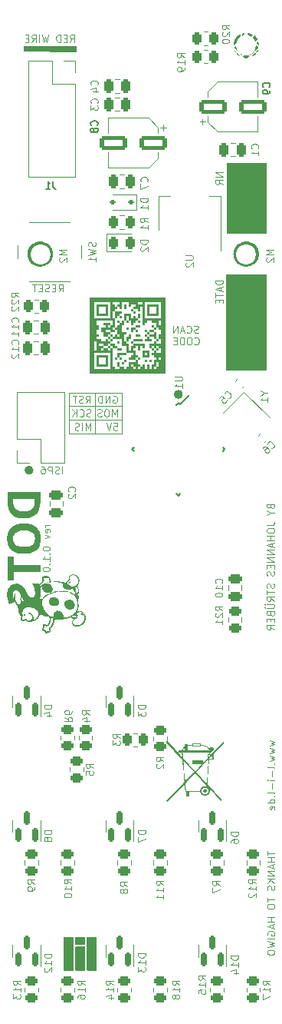
<source format=gbo>
G04 #@! TF.GenerationSoftware,KiCad,Pcbnew,8.0.5*
G04 #@! TF.CreationDate,2024-11-11T16:03:41-05:00*
G04 #@! TF.ProjectId,main,6d61696e-2e6b-4696-9361-645f70636258,rev?*
G04 #@! TF.SameCoordinates,Original*
G04 #@! TF.FileFunction,Legend,Bot*
G04 #@! TF.FilePolarity,Positive*
%FSLAX46Y46*%
G04 Gerber Fmt 4.6, Leading zero omitted, Abs format (unit mm)*
G04 Created by KiCad (PCBNEW 8.0.5) date 2024-11-11 16:03:41*
%MOMM*%
%LPD*%
G01*
G04 APERTURE LIST*
G04 Aperture macros list*
%AMRoundRect*
0 Rectangle with rounded corners*
0 $1 Rounding radius*
0 $2 $3 $4 $5 $6 $7 $8 $9 X,Y pos of 4 corners*
0 Add a 4 corners polygon primitive as box body*
4,1,4,$2,$3,$4,$5,$6,$7,$8,$9,$2,$3,0*
0 Add four circle primitives for the rounded corners*
1,1,$1+$1,$2,$3*
1,1,$1+$1,$4,$5*
1,1,$1+$1,$6,$7*
1,1,$1+$1,$8,$9*
0 Add four rect primitives between the rounded corners*
20,1,$1+$1,$2,$3,$4,$5,0*
20,1,$1+$1,$4,$5,$6,$7,0*
20,1,$1+$1,$6,$7,$8,$9,0*
20,1,$1+$1,$8,$9,$2,$3,0*%
%AMRotRect*
0 Rectangle, with rotation*
0 The origin of the aperture is its center*
0 $1 length*
0 $2 width*
0 $3 Rotation angle, in degrees counterclockwise*
0 Add horizontal line*
21,1,$1,$2,0,0,$3*%
G04 Aperture macros list end*
%ADD10C,0.000000*%
%ADD11C,0.120000*%
%ADD12C,1.425000*%
%ADD13C,0.497905*%
%ADD14C,0.100000*%
%ADD15C,0.150000*%
%ADD16C,0.200000*%
%ADD17R,1.930000X1.830000*%
%ADD18C,2.130000*%
%ADD19O,1.500000X3.000000*%
%ADD20R,1.800000X1.800000*%
%ADD21C,1.800000*%
%ADD22C,2.200000*%
%ADD23O,1.600000X2.000000*%
%ADD24R,2.000000X2.000000*%
%ADD25C,2.000000*%
%ADD26R,3.200000X2.000000*%
%ADD27R,1.700000X1.700000*%
%ADD28O,1.700000X1.700000*%
%ADD29RoundRect,0.250000X0.450000X-0.262500X0.450000X0.262500X-0.450000X0.262500X-0.450000X-0.262500X0*%
%ADD30RoundRect,0.243750X-0.243750X-0.456250X0.243750X-0.456250X0.243750X0.456250X-0.243750X0.456250X0*%
%ADD31RoundRect,0.250000X0.262500X0.450000X-0.262500X0.450000X-0.262500X-0.450000X0.262500X-0.450000X0*%
%ADD32RoundRect,0.150000X0.150000X-0.587500X0.150000X0.587500X-0.150000X0.587500X-0.150000X-0.587500X0*%
%ADD33RoundRect,0.250000X0.475000X-0.250000X0.475000X0.250000X-0.475000X0.250000X-0.475000X-0.250000X0*%
%ADD34RotRect,1.600000X0.550000X225.000000*%
%ADD35RotRect,1.600000X0.550000X135.000000*%
%ADD36RoundRect,0.225000X0.017678X-0.335876X0.335876X-0.017678X-0.017678X0.335876X-0.335876X0.017678X0*%
%ADD37RoundRect,0.250000X-0.262500X-0.450000X0.262500X-0.450000X0.262500X0.450000X-0.262500X0.450000X0*%
%ADD38R,1.500000X2.000000*%
%ADD39R,3.800000X2.000000*%
%ADD40RoundRect,0.250000X0.250000X0.475000X-0.250000X0.475000X-0.250000X-0.475000X0.250000X-0.475000X0*%
%ADD41RoundRect,0.250000X-0.250000X-0.475000X0.250000X-0.475000X0.250000X0.475000X-0.250000X0.475000X0*%
%ADD42RoundRect,0.250000X-0.475000X0.250000X-0.475000X-0.250000X0.475000X-0.250000X0.475000X0.250000X0*%
%ADD43RoundRect,0.250000X-1.250000X-0.550000X1.250000X-0.550000X1.250000X0.550000X-1.250000X0.550000X0*%
%ADD44RotRect,1.400000X1.200000X315.000000*%
%ADD45RoundRect,0.250000X1.250000X0.550000X-1.250000X0.550000X-1.250000X-0.550000X1.250000X-0.550000X0*%
%ADD46RoundRect,0.112500X0.187500X0.112500X-0.187500X0.112500X-0.187500X-0.112500X0.187500X-0.112500X0*%
G04 APERTURE END LIST*
D10*
G36*
X41950912Y-103672463D02*
G01*
X41964070Y-103672954D01*
X41969898Y-103673292D01*
X41975312Y-103673711D01*
X41980375Y-103674227D01*
X41985152Y-103674853D01*
X41989707Y-103675605D01*
X41994105Y-103676498D01*
X41998410Y-103677545D01*
X42002687Y-103678762D01*
X42006999Y-103680164D01*
X42011411Y-103681765D01*
X42015987Y-103683579D01*
X42020792Y-103685623D01*
X42025890Y-103687909D01*
X42031345Y-103690454D01*
X42039660Y-103694583D01*
X42047734Y-103699030D01*
X42055561Y-103703787D01*
X42063137Y-103708851D01*
X42070455Y-103714216D01*
X42077510Y-103719876D01*
X42084297Y-103725826D01*
X42090811Y-103732060D01*
X42097045Y-103738574D01*
X42102995Y-103745361D01*
X42108655Y-103752416D01*
X42114019Y-103759734D01*
X42119083Y-103767309D01*
X42123841Y-103775137D01*
X42128287Y-103783211D01*
X42132416Y-103791525D01*
X42137550Y-103802610D01*
X42139677Y-103807523D01*
X42141536Y-103812138D01*
X42143144Y-103816545D01*
X42144518Y-103820835D01*
X42145677Y-103825099D01*
X42146638Y-103829427D01*
X42147419Y-103833910D01*
X42148038Y-103838639D01*
X42148513Y-103843704D01*
X42148862Y-103849196D01*
X42149102Y-103855206D01*
X42149251Y-103861825D01*
X42149349Y-103877250D01*
X42149251Y-103892676D01*
X42149102Y-103899294D01*
X42148862Y-103905304D01*
X42148513Y-103910797D01*
X42148038Y-103915862D01*
X42147419Y-103920591D01*
X42146638Y-103925074D01*
X42145677Y-103929402D01*
X42144518Y-103933665D01*
X42143144Y-103937955D01*
X42141536Y-103942363D01*
X42139677Y-103946977D01*
X42137550Y-103951891D01*
X42132416Y-103962975D01*
X42128287Y-103971290D01*
X42123841Y-103979364D01*
X42119083Y-103987191D01*
X42114019Y-103994767D01*
X42108655Y-104002085D01*
X42102995Y-104009140D01*
X42097045Y-104015927D01*
X42090811Y-104022440D01*
X42084297Y-104028675D01*
X42077510Y-104034625D01*
X42070455Y-104040285D01*
X42063137Y-104045649D01*
X42055561Y-104050713D01*
X42047734Y-104055471D01*
X42039660Y-104059917D01*
X42031345Y-104064046D01*
X42020277Y-104069180D01*
X42015375Y-104071307D01*
X42010766Y-104073166D01*
X42006351Y-104074774D01*
X42002036Y-104076148D01*
X41997721Y-104077306D01*
X41993312Y-104078267D01*
X41988710Y-104079049D01*
X41983819Y-104079668D01*
X41978542Y-104080143D01*
X41972782Y-104080492D01*
X41959425Y-104080881D01*
X41942974Y-104080979D01*
X41927120Y-104080886D01*
X41920283Y-104080749D01*
X41914069Y-104080533D01*
X41908400Y-104080224D01*
X41903200Y-104079807D01*
X41898391Y-104079270D01*
X41893894Y-104078598D01*
X41889634Y-104077777D01*
X41885531Y-104076794D01*
X41881509Y-104075633D01*
X41877490Y-104074282D01*
X41873397Y-104072727D01*
X41869152Y-104070952D01*
X41864677Y-104068945D01*
X41859895Y-104066692D01*
X41852011Y-104062819D01*
X41844245Y-104058555D01*
X41836616Y-104053917D01*
X41829146Y-104048924D01*
X41821852Y-104043592D01*
X41814754Y-104037940D01*
X41807871Y-104031986D01*
X41801224Y-104025748D01*
X41794831Y-104019242D01*
X41788711Y-104012488D01*
X41782884Y-104005503D01*
X41777370Y-103998305D01*
X41772188Y-103990912D01*
X41767356Y-103983341D01*
X41762896Y-103975610D01*
X41758825Y-103967738D01*
X41753539Y-103956731D01*
X41751367Y-103951890D01*
X41749482Y-103947348D01*
X41747863Y-103942999D01*
X41746490Y-103938735D01*
X41745344Y-103934449D01*
X41744405Y-103930035D01*
X41743651Y-103925385D01*
X41743063Y-103920392D01*
X41742621Y-103914950D01*
X41742305Y-103908951D01*
X41741968Y-103894856D01*
X41741891Y-103877250D01*
X41741984Y-103860523D01*
X41742121Y-103853332D01*
X41742338Y-103846815D01*
X41742647Y-103840890D01*
X41743063Y-103835476D01*
X41743600Y-103830492D01*
X41744272Y-103825855D01*
X41745093Y-103821485D01*
X41746077Y-103817301D01*
X41747237Y-103813220D01*
X41748589Y-103809162D01*
X41750144Y-103805044D01*
X41751919Y-103800787D01*
X41753925Y-103796308D01*
X41756179Y-103791525D01*
X41761105Y-103781731D01*
X41766542Y-103772205D01*
X41772467Y-103762967D01*
X41778859Y-103754037D01*
X41785693Y-103745436D01*
X41792949Y-103737185D01*
X41800603Y-103729302D01*
X41808632Y-103721808D01*
X41817016Y-103714723D01*
X41825730Y-103708068D01*
X41834753Y-103701862D01*
X41844062Y-103696127D01*
X41853634Y-103690881D01*
X41863447Y-103686145D01*
X41873480Y-103681939D01*
X41883708Y-103678284D01*
X41886346Y-103677509D01*
X41889287Y-103676775D01*
X41895994Y-103675439D01*
X41903669Y-103674303D01*
X41912151Y-103673389D01*
X41921277Y-103672723D01*
X41930886Y-103672331D01*
X41940819Y-103672236D01*
X41950912Y-103672463D01*
G37*
G36*
X29840408Y-119951135D02*
G01*
X29848442Y-119951751D01*
X29856363Y-119952765D01*
X29864160Y-119954167D01*
X29871824Y-119955948D01*
X29879343Y-119958095D01*
X29886709Y-119960601D01*
X29893910Y-119963454D01*
X29900937Y-119966644D01*
X29907779Y-119970161D01*
X29914427Y-119973994D01*
X29920870Y-119978135D01*
X29927097Y-119982572D01*
X29933100Y-119987295D01*
X29938866Y-119992295D01*
X29944388Y-119997560D01*
X29949653Y-120003081D01*
X29954653Y-120008848D01*
X29959376Y-120014850D01*
X29963813Y-120021078D01*
X29967953Y-120027521D01*
X29971787Y-120034168D01*
X29975304Y-120041011D01*
X29978494Y-120048038D01*
X29981347Y-120055239D01*
X29983852Y-120062605D01*
X29986000Y-120070124D01*
X29987780Y-120077788D01*
X29989183Y-120085585D01*
X29990197Y-120093506D01*
X29990813Y-120101540D01*
X29991020Y-120109677D01*
X29991020Y-123542646D01*
X29990813Y-123550663D01*
X29990197Y-123558585D01*
X29989183Y-123566400D01*
X29987780Y-123574099D01*
X29986000Y-123581671D01*
X29983852Y-123589105D01*
X29981347Y-123596392D01*
X29978494Y-123603521D01*
X29975304Y-123610481D01*
X29971787Y-123617262D01*
X29967953Y-123623853D01*
X29963813Y-123630245D01*
X29959376Y-123636427D01*
X29954653Y-123642388D01*
X29949653Y-123648117D01*
X29944388Y-123653606D01*
X29938866Y-123658842D01*
X29933100Y-123663816D01*
X29927097Y-123668517D01*
X29920870Y-123672935D01*
X29914427Y-123677059D01*
X29907779Y-123680880D01*
X29900937Y-123684386D01*
X29893910Y-123687567D01*
X29886709Y-123690413D01*
X29879343Y-123692913D01*
X29871824Y-123695058D01*
X29864160Y-123696835D01*
X29856363Y-123698236D01*
X29848442Y-123699250D01*
X29840408Y-123699865D01*
X29832271Y-123700073D01*
X29025291Y-123700073D01*
X29017154Y-123699865D01*
X29009120Y-123699249D01*
X29001199Y-123698235D01*
X28993402Y-123696833D01*
X28985738Y-123695053D01*
X28978219Y-123692905D01*
X28970853Y-123690399D01*
X28963652Y-123687546D01*
X28956625Y-123684357D01*
X28949782Y-123680840D01*
X28943135Y-123677006D01*
X28936692Y-123672865D01*
X28930465Y-123668428D01*
X28924462Y-123663705D01*
X28918695Y-123658706D01*
X28913174Y-123653440D01*
X28907909Y-123647919D01*
X28902909Y-123642152D01*
X28898186Y-123636150D01*
X28893749Y-123629922D01*
X28889609Y-123623480D01*
X28885775Y-123616832D01*
X28882258Y-123609990D01*
X28879068Y-123602963D01*
X28876215Y-123595761D01*
X28873710Y-123588396D01*
X28871562Y-123580876D01*
X28869782Y-123573213D01*
X28868379Y-123565415D01*
X28867365Y-123557495D01*
X28866749Y-123549460D01*
X28866542Y-123541323D01*
X28866542Y-120109677D01*
X28866749Y-120101540D01*
X28867365Y-120093506D01*
X28868379Y-120085585D01*
X28869782Y-120077788D01*
X28871562Y-120070124D01*
X28873710Y-120062605D01*
X28876215Y-120055239D01*
X28879068Y-120048038D01*
X28882258Y-120041011D01*
X28885775Y-120034168D01*
X28889609Y-120027521D01*
X28893749Y-120021078D01*
X28898186Y-120014850D01*
X28902909Y-120008848D01*
X28907909Y-120003081D01*
X28913174Y-119997560D01*
X28918695Y-119992295D01*
X28924462Y-119987295D01*
X28930465Y-119982572D01*
X28936692Y-119978135D01*
X28943135Y-119973994D01*
X28949782Y-119970161D01*
X28956625Y-119966644D01*
X28963652Y-119963454D01*
X28970853Y-119960601D01*
X28978219Y-119958095D01*
X28985738Y-119955948D01*
X28993402Y-119954167D01*
X29001199Y-119952765D01*
X29009120Y-119951751D01*
X29017154Y-119951135D01*
X29025291Y-119950927D01*
X29832271Y-119950927D01*
X29840408Y-119951135D01*
G37*
G36*
X32978000Y-56884000D02*
G01*
X32731408Y-56884000D01*
X32731408Y-56637408D01*
X32978000Y-56637408D01*
X32978000Y-56884000D01*
G37*
G36*
X35517999Y-53328000D02*
G01*
X35271408Y-53328000D01*
X35271408Y-53081408D01*
X35517999Y-53081408D01*
X35517999Y-53328000D01*
G37*
G36*
X35772000Y-53582000D02*
G01*
X35525408Y-53582000D01*
X35525408Y-53335408D01*
X35772000Y-53335408D01*
X35772000Y-53582000D01*
G37*
G36*
X37550000Y-57900000D02*
G01*
X29168000Y-57900000D01*
X29168000Y-57392000D01*
X29676000Y-57392000D01*
X31454000Y-57392000D01*
X31454000Y-55614000D01*
X29676000Y-55614000D01*
X29676000Y-57392000D01*
X29168000Y-57392000D01*
X29168000Y-55614000D01*
X29168000Y-55367408D01*
X29676000Y-55367408D01*
X29937408Y-55367408D01*
X29937408Y-54344000D01*
X29676000Y-54344000D01*
X29676000Y-55367408D01*
X29168000Y-55367408D01*
X29168000Y-54344000D01*
X29168000Y-54097408D01*
X29168000Y-52058000D01*
X29930000Y-52058000D01*
X29930000Y-52573408D01*
X30184000Y-52573408D01*
X30184000Y-53074000D01*
X29930000Y-53074000D01*
X29930000Y-53589408D01*
X30184000Y-53589408D01*
X30184000Y-53836000D01*
X29930000Y-53836000D01*
X29930000Y-54097408D01*
X30438000Y-54097408D01*
X30438000Y-54351408D01*
X30953408Y-54351408D01*
X30953408Y-54097408D01*
X31200000Y-54097408D01*
X31200000Y-54351408D01*
X31454000Y-54351408D01*
X31454000Y-54598000D01*
X31200000Y-54598000D01*
X31200000Y-54852000D01*
X30699408Y-54852000D01*
X30699408Y-54598000D01*
X30184000Y-54598000D01*
X30184000Y-54859408D01*
X30692000Y-54859408D01*
X30692000Y-55106000D01*
X30438000Y-55106000D01*
X30438000Y-55367408D01*
X30699408Y-55367408D01*
X30699408Y-55113408D01*
X31200000Y-55113408D01*
X31200000Y-55367408D01*
X31461408Y-55367408D01*
X31461408Y-55113408D01*
X31708000Y-55113408D01*
X31708000Y-57145408D01*
X31962000Y-57145408D01*
X31962000Y-57399408D01*
X32477408Y-57399408D01*
X32477408Y-57145408D01*
X32978000Y-57145408D01*
X32978000Y-57399408D01*
X33239408Y-57399408D01*
X33239408Y-57145408D01*
X33493408Y-57145408D01*
X33740000Y-57145408D01*
X33994000Y-57145408D01*
X33994000Y-57399408D01*
X34255408Y-57399408D01*
X34255408Y-57137999D01*
X34001408Y-57137999D01*
X34001408Y-56884000D01*
X33740000Y-56884000D01*
X33740000Y-57145408D01*
X33493408Y-57145408D01*
X33493408Y-56884000D01*
X33493408Y-56637408D01*
X34255408Y-56637408D01*
X34255408Y-56383408D01*
X34502000Y-56383408D01*
X34502000Y-56891408D01*
X34756000Y-56891408D01*
X34756000Y-57137999D01*
X34502000Y-57137999D01*
X34502000Y-57399408D01*
X34763408Y-57399408D01*
X34763408Y-57145408D01*
X35017408Y-57145408D01*
X35017408Y-56891408D01*
X35264000Y-56891408D01*
X35264000Y-57399408D01*
X35525408Y-57399408D01*
X35525408Y-56891408D01*
X35772000Y-56891408D01*
X35772000Y-57399408D01*
X36033408Y-57399408D01*
X36033408Y-57137999D01*
X36280000Y-57137999D01*
X36280000Y-57399408D01*
X36541408Y-57399408D01*
X36541408Y-57145408D01*
X36795408Y-57145408D01*
X36795408Y-56630000D01*
X36534000Y-56630000D01*
X36534000Y-57137999D01*
X36280000Y-57137999D01*
X36033408Y-57137999D01*
X36033408Y-56891408D01*
X36287408Y-56891408D01*
X36287408Y-56383408D01*
X36541408Y-56383408D01*
X36787999Y-56383408D01*
X37049408Y-56383408D01*
X37049408Y-56122000D01*
X36787999Y-56122000D01*
X36787999Y-56383408D01*
X36541408Y-56383408D01*
X36541408Y-56122000D01*
X36287408Y-56122000D01*
X36287408Y-55867999D01*
X36033408Y-55867999D01*
X36033408Y-55621408D01*
X36287408Y-55621408D01*
X36287408Y-55367408D01*
X36534000Y-55367408D01*
X36534000Y-55621408D01*
X37049408Y-55621408D01*
X37049408Y-55106000D01*
X36795408Y-55106000D01*
X36795408Y-54852000D01*
X36534000Y-54852000D01*
X36534000Y-55106000D01*
X36287408Y-55106000D01*
X36287408Y-54852000D01*
X36026000Y-54852000D01*
X36026000Y-55106000D01*
X35779408Y-55106000D01*
X35779408Y-54605408D01*
X36287408Y-54605408D01*
X36287408Y-54351408D01*
X36534000Y-54351408D01*
X36534000Y-54605408D01*
X37049408Y-54605408D01*
X37049408Y-54090000D01*
X36795408Y-54090000D01*
X36795408Y-53589408D01*
X37049408Y-53589408D01*
X37049408Y-53074000D01*
X36795408Y-53074000D01*
X36795408Y-52820000D01*
X36541408Y-52820000D01*
X36541408Y-52573408D01*
X36787999Y-52573408D01*
X37049408Y-52573408D01*
X37049408Y-52058000D01*
X36787999Y-52058000D01*
X36787999Y-52573408D01*
X36541408Y-52573408D01*
X36541408Y-52312000D01*
X36033408Y-52312000D01*
X36033408Y-52058000D01*
X35517999Y-52058000D01*
X35517999Y-52312000D01*
X35264000Y-52312000D01*
X35264000Y-52566000D01*
X35017408Y-52566000D01*
X35017408Y-51804000D01*
X35264000Y-51804000D01*
X37042000Y-51804000D01*
X37042000Y-50026000D01*
X35264000Y-50026000D01*
X35264000Y-51804000D01*
X35017408Y-51804000D01*
X35017408Y-50534000D01*
X34756000Y-50534000D01*
X34756000Y-51042000D01*
X34509408Y-51042000D01*
X34509408Y-50788000D01*
X34001408Y-50788000D01*
X34001408Y-50541408D01*
X34255408Y-50541408D01*
X34255408Y-50287408D01*
X34502000Y-50287408D01*
X35017408Y-50287408D01*
X35017408Y-50026000D01*
X34502000Y-50026000D01*
X34502000Y-50287408D01*
X34255408Y-50287408D01*
X34255408Y-50280000D01*
X33740000Y-50280000D01*
X33740000Y-50534000D01*
X33493408Y-50534000D01*
X33493408Y-50026000D01*
X32724000Y-50026000D01*
X32724000Y-50788000D01*
X32477408Y-50788000D01*
X32477408Y-50534000D01*
X32223408Y-50534000D01*
X32223408Y-50287408D01*
X32477408Y-50287408D01*
X32477408Y-50026000D01*
X31708000Y-50026000D01*
X31708000Y-50287408D01*
X31962000Y-50287408D01*
X31962000Y-50541408D01*
X32216000Y-50541408D01*
X32216000Y-50788000D01*
X31962000Y-50788000D01*
X31962000Y-51042000D01*
X31708000Y-51042000D01*
X31708000Y-51811408D01*
X31962000Y-51811408D01*
X31962000Y-52820000D01*
X31708000Y-52820000D01*
X31708000Y-53081408D01*
X31962000Y-53081408D01*
X31962000Y-53328000D01*
X31461408Y-53328000D01*
X31461408Y-53074000D01*
X30946000Y-53074000D01*
X30946000Y-53335408D01*
X31454000Y-53335408D01*
X31454000Y-53582000D01*
X31200000Y-53582000D01*
X31200000Y-53836000D01*
X30699408Y-53836000D01*
X30699408Y-53328000D01*
X30445408Y-53328000D01*
X30445408Y-52827408D01*
X30953408Y-52827408D01*
X30953408Y-52566000D01*
X30699408Y-52566000D01*
X30699408Y-52319408D01*
X31454000Y-52319408D01*
X31454000Y-52566000D01*
X31200000Y-52566000D01*
X31200000Y-52827408D01*
X31461408Y-52827408D01*
X31461408Y-52573408D01*
X31715408Y-52573408D01*
X31715408Y-52058000D01*
X29930000Y-52058000D01*
X29168000Y-52058000D01*
X29168000Y-51804000D01*
X29676000Y-51804000D01*
X31454000Y-51804000D01*
X31454000Y-50026000D01*
X29676000Y-50026000D01*
X29676000Y-51804000D01*
X29168000Y-51804000D01*
X29168000Y-50026000D01*
X29168000Y-49518000D01*
X37550000Y-49518000D01*
X37550000Y-57900000D01*
G37*
G36*
X32470000Y-54598000D02*
G01*
X32223408Y-54598000D01*
X32223408Y-54351408D01*
X32470000Y-54351408D01*
X32470000Y-54598000D01*
G37*
D11*
X32700000Y-63000000D02*
X26950000Y-63000000D01*
D10*
G36*
X33486000Y-53074000D02*
G01*
X33239408Y-53074000D01*
X33239408Y-52827408D01*
X33486000Y-52827408D01*
X33486000Y-53074000D01*
G37*
G36*
X36280000Y-52820000D02*
G01*
X36033408Y-52820000D01*
X36033408Y-52573408D01*
X36280000Y-52573408D01*
X36280000Y-52820000D01*
G37*
G36*
X25912037Y-81835529D02*
G01*
X25916196Y-81835902D01*
X25920182Y-81836572D01*
X25923969Y-81837548D01*
X25935286Y-81840036D01*
X25945147Y-81843126D01*
X25953608Y-81846757D01*
X25960727Y-81850872D01*
X25966561Y-81855412D01*
X25971167Y-81860318D01*
X25974603Y-81865532D01*
X25976926Y-81870994D01*
X25978192Y-81876647D01*
X25978460Y-81882430D01*
X25977787Y-81888286D01*
X25976229Y-81894156D01*
X25973844Y-81899981D01*
X25970689Y-81905702D01*
X25966822Y-81911261D01*
X25962300Y-81916599D01*
X25957180Y-81921657D01*
X25951519Y-81926377D01*
X25945375Y-81930699D01*
X25938804Y-81934565D01*
X25931865Y-81937917D01*
X25924614Y-81940695D01*
X25917108Y-81942840D01*
X25909406Y-81944295D01*
X25901563Y-81945001D01*
X25893638Y-81944897D01*
X25885687Y-81943927D01*
X25877768Y-81942031D01*
X25869939Y-81939151D01*
X25862255Y-81935227D01*
X25854776Y-81930201D01*
X25847557Y-81924014D01*
X25844038Y-81918690D01*
X25841191Y-81913466D01*
X25838987Y-81908351D01*
X25837397Y-81903350D01*
X25836391Y-81898471D01*
X25835941Y-81893720D01*
X25836018Y-81889104D01*
X25836592Y-81884630D01*
X25837634Y-81880305D01*
X25839115Y-81876135D01*
X25841007Y-81872128D01*
X25843280Y-81868290D01*
X25845905Y-81864628D01*
X25848852Y-81861149D01*
X25852094Y-81857859D01*
X25855600Y-81854766D01*
X25859342Y-81851876D01*
X25863291Y-81849196D01*
X25867416Y-81846733D01*
X25871691Y-81844494D01*
X25876084Y-81842485D01*
X25880568Y-81840714D01*
X25885113Y-81839186D01*
X25889690Y-81837910D01*
X25894270Y-81836891D01*
X25898824Y-81836137D01*
X25903322Y-81835654D01*
X25907737Y-81835449D01*
X25912037Y-81835529D01*
G37*
G36*
X24578320Y-81002299D02*
G01*
X24637057Y-81012229D01*
X24693373Y-81028477D01*
X24747050Y-81050559D01*
X24797868Y-81077989D01*
X24845608Y-81110285D01*
X24890052Y-81146960D01*
X24930980Y-81187531D01*
X24968174Y-81231513D01*
X25001415Y-81278421D01*
X25030485Y-81327771D01*
X25055163Y-81379078D01*
X25075231Y-81431859D01*
X25090471Y-81485627D01*
X25100663Y-81539899D01*
X25105589Y-81594190D01*
X25105029Y-81648016D01*
X25098765Y-81700892D01*
X25086578Y-81752333D01*
X25068249Y-81801856D01*
X25043559Y-81848975D01*
X25012289Y-81893205D01*
X24974220Y-81934063D01*
X24929134Y-81971064D01*
X24876811Y-82003723D01*
X24817033Y-82031556D01*
X24749581Y-82054078D01*
X24674236Y-82070805D01*
X24627397Y-82077655D01*
X24580521Y-82079702D01*
X24533813Y-82077186D01*
X24487475Y-82070347D01*
X24441714Y-82059425D01*
X24396733Y-82044659D01*
X24352737Y-82026290D01*
X24309929Y-82004557D01*
X24268515Y-81979701D01*
X24228698Y-81951960D01*
X24190683Y-81921576D01*
X24154675Y-81888787D01*
X24120877Y-81853834D01*
X24089494Y-81816957D01*
X24060730Y-81778395D01*
X24034790Y-81738389D01*
X24011879Y-81697178D01*
X23992199Y-81655002D01*
X23975956Y-81612101D01*
X23963355Y-81568715D01*
X23954598Y-81525084D01*
X23949892Y-81481448D01*
X23949440Y-81438045D01*
X23953446Y-81395118D01*
X23962115Y-81352905D01*
X23975651Y-81311645D01*
X23994259Y-81271580D01*
X24018142Y-81232949D01*
X24047506Y-81195992D01*
X24082554Y-81160948D01*
X24123491Y-81128058D01*
X24170522Y-81097562D01*
X24159982Y-81095519D01*
X24151117Y-81092829D01*
X24143836Y-81089555D01*
X24138054Y-81085762D01*
X24133680Y-81081514D01*
X24130628Y-81076877D01*
X24128810Y-81071915D01*
X24128137Y-81066692D01*
X24128521Y-81061274D01*
X24129875Y-81055724D01*
X24132111Y-81050107D01*
X24135139Y-81044489D01*
X24138874Y-81038933D01*
X24143226Y-81033504D01*
X24148107Y-81028267D01*
X24153429Y-81023287D01*
X24159106Y-81018627D01*
X24165047Y-81014354D01*
X24171166Y-81010530D01*
X24177375Y-81007222D01*
X24183585Y-81004493D01*
X24189708Y-81002408D01*
X24195657Y-81001032D01*
X24201344Y-81000429D01*
X24206680Y-81000665D01*
X24211577Y-81001803D01*
X24215948Y-81003908D01*
X24219705Y-81007045D01*
X24222758Y-81011278D01*
X24225022Y-81016673D01*
X24225357Y-81018277D01*
X24225322Y-81016802D01*
X24225588Y-81013195D01*
X24226191Y-81010139D01*
X24227103Y-81007608D01*
X24228298Y-81005574D01*
X24229747Y-81004011D01*
X24231423Y-81002891D01*
X24233298Y-81002187D01*
X24235345Y-81001872D01*
X24237535Y-81001919D01*
X24239842Y-81002302D01*
X24242238Y-81002992D01*
X24244695Y-81003964D01*
X24247185Y-81005189D01*
X24249681Y-81006641D01*
X24252156Y-81008293D01*
X24254581Y-81010117D01*
X24256929Y-81012087D01*
X24259172Y-81014176D01*
X24261284Y-81016356D01*
X24263235Y-81018601D01*
X24265000Y-81020883D01*
X24266549Y-81023175D01*
X24267855Y-81025451D01*
X24268892Y-81027683D01*
X24269630Y-81029843D01*
X24270043Y-81031906D01*
X24270103Y-81033844D01*
X24269782Y-81035630D01*
X24269053Y-81037237D01*
X24268994Y-81039298D01*
X24268821Y-81041331D01*
X24268536Y-81043332D01*
X24268142Y-81045296D01*
X24267641Y-81047219D01*
X24267038Y-81049096D01*
X24266334Y-81050923D01*
X24265534Y-81052695D01*
X24264639Y-81054409D01*
X24263652Y-81056059D01*
X24262578Y-81057642D01*
X24261418Y-81059152D01*
X24260175Y-81060586D01*
X24258853Y-81061938D01*
X24257454Y-81063206D01*
X24255982Y-81064383D01*
X24323540Y-81035453D01*
X24389772Y-81015265D01*
X24454458Y-81003333D01*
X24517381Y-80999172D01*
X24578320Y-81002299D01*
G37*
G36*
X34756000Y-52312000D02*
G01*
X34509408Y-52312000D01*
X34509408Y-52065408D01*
X34756000Y-52065408D01*
X34756000Y-52312000D01*
G37*
D12*
X24444734Y-44750000D02*
G75*
G02*
X23019734Y-44750000I-712500J0D01*
G01*
X23019734Y-44750000D02*
G75*
G02*
X24444734Y-44750000I712500J0D01*
G01*
D10*
G36*
X32724000Y-55360000D02*
G01*
X32223408Y-55360000D01*
X32223408Y-55113408D01*
X32724000Y-55113408D01*
X32724000Y-55360000D01*
G37*
G36*
X36787999Y-55360000D02*
G01*
X36541408Y-55360000D01*
X36541408Y-55113408D01*
X36787999Y-55113408D01*
X36787999Y-55360000D01*
G37*
G36*
X44284166Y-46974600D02*
G01*
X48715834Y-46974600D01*
X48715834Y-57560250D01*
X44284166Y-57560250D01*
X44284166Y-46974600D01*
G37*
G36*
X27289825Y-119951135D02*
G01*
X27297859Y-119951751D01*
X27305780Y-119952765D01*
X27313577Y-119954167D01*
X27321240Y-119955948D01*
X27328760Y-119958095D01*
X27336126Y-119960601D01*
X27343327Y-119963454D01*
X27350354Y-119966644D01*
X27357196Y-119970161D01*
X27363844Y-119973994D01*
X27370287Y-119978135D01*
X27376514Y-119982572D01*
X27382516Y-119987295D01*
X27388283Y-119992295D01*
X27393804Y-119997560D01*
X27399070Y-120003081D01*
X27404069Y-120008848D01*
X27408793Y-120014850D01*
X27413230Y-120021078D01*
X27417370Y-120027521D01*
X27421204Y-120034168D01*
X27424721Y-120041011D01*
X27427911Y-120048038D01*
X27430764Y-120055239D01*
X27433269Y-120062605D01*
X27435417Y-120070124D01*
X27437197Y-120077788D01*
X27438599Y-120085585D01*
X27439614Y-120093506D01*
X27440230Y-120101540D01*
X27440437Y-120109677D01*
X27440437Y-123542646D01*
X27440230Y-123550663D01*
X27439614Y-123558585D01*
X27438599Y-123566400D01*
X27437197Y-123574099D01*
X27435417Y-123581671D01*
X27433269Y-123589105D01*
X27430764Y-123596392D01*
X27427911Y-123603521D01*
X27424721Y-123610481D01*
X27421204Y-123617262D01*
X27417370Y-123623853D01*
X27413230Y-123630245D01*
X27408793Y-123636427D01*
X27404069Y-123642388D01*
X27399070Y-123648117D01*
X27393805Y-123653606D01*
X27388283Y-123658842D01*
X27382516Y-123663816D01*
X27376514Y-123668517D01*
X27370287Y-123672935D01*
X27363844Y-123677059D01*
X27357196Y-123680880D01*
X27350354Y-123684386D01*
X27343327Y-123687567D01*
X27336126Y-123690413D01*
X27328760Y-123692913D01*
X27321240Y-123695058D01*
X27313577Y-123696835D01*
X27305780Y-123698236D01*
X27297859Y-123699250D01*
X27289825Y-123699865D01*
X27281687Y-123700073D01*
X26474708Y-123700073D01*
X26466571Y-123699865D01*
X26458537Y-123699249D01*
X26450616Y-123698235D01*
X26442819Y-123696833D01*
X26435155Y-123695053D01*
X26427635Y-123692905D01*
X26420270Y-123690399D01*
X26413069Y-123687546D01*
X26406042Y-123684357D01*
X26399199Y-123680840D01*
X26392552Y-123677006D01*
X26386109Y-123672865D01*
X26379881Y-123668428D01*
X26373879Y-123663705D01*
X26368112Y-123658706D01*
X26362591Y-123653440D01*
X26357326Y-123647919D01*
X26352326Y-123642152D01*
X26347603Y-123636150D01*
X26343166Y-123629922D01*
X26339025Y-123623480D01*
X26335192Y-123616832D01*
X26331675Y-123609990D01*
X26328485Y-123602963D01*
X26325632Y-123595761D01*
X26323126Y-123588396D01*
X26320978Y-123580876D01*
X26319198Y-123573213D01*
X26317796Y-123565415D01*
X26316782Y-123557495D01*
X26316166Y-123549460D01*
X26315958Y-123541323D01*
X26315958Y-120109677D01*
X26316166Y-120101540D01*
X26316782Y-120093506D01*
X26317796Y-120085585D01*
X26319198Y-120077788D01*
X26320978Y-120070124D01*
X26323126Y-120062605D01*
X26325632Y-120055239D01*
X26328485Y-120048038D01*
X26331675Y-120041011D01*
X26335192Y-120034168D01*
X26339025Y-120027521D01*
X26343166Y-120021078D01*
X26347603Y-120014850D01*
X26352326Y-120008848D01*
X26357326Y-120003081D01*
X26362591Y-119997560D01*
X26368112Y-119992295D01*
X26373879Y-119987295D01*
X26379881Y-119982572D01*
X26386109Y-119978135D01*
X26392552Y-119973994D01*
X26399199Y-119970161D01*
X26406042Y-119966644D01*
X26413069Y-119963454D01*
X26420270Y-119960601D01*
X26427635Y-119958095D01*
X26435155Y-119955948D01*
X26442819Y-119954167D01*
X26450616Y-119952765D01*
X26458537Y-119951751D01*
X26466571Y-119951135D01*
X26474708Y-119950927D01*
X27281687Y-119950927D01*
X27289825Y-119951135D01*
G37*
G36*
X36026000Y-56630000D02*
G01*
X35779408Y-56630000D01*
X35779408Y-56383408D01*
X36026000Y-56383408D01*
X36026000Y-56630000D01*
G37*
G36*
X33232000Y-56630000D02*
G01*
X32985408Y-56630000D01*
X32985408Y-56383408D01*
X33232000Y-56383408D01*
X33232000Y-56630000D01*
G37*
G36*
X27388035Y-80021747D02*
G01*
X27394893Y-80022772D01*
X27463145Y-80031987D01*
X27527485Y-80044642D01*
X27587953Y-80060590D01*
X27644590Y-80079681D01*
X27697435Y-80101769D01*
X27746531Y-80126706D01*
X27791916Y-80154343D01*
X27833632Y-80184533D01*
X27871719Y-80217129D01*
X27906217Y-80251981D01*
X27937168Y-80288943D01*
X27964611Y-80327866D01*
X27988587Y-80368603D01*
X28009137Y-80411006D01*
X28026300Y-80454927D01*
X28040119Y-80500219D01*
X28050632Y-80546732D01*
X28057881Y-80594321D01*
X28061906Y-80642836D01*
X28062748Y-80692130D01*
X28060447Y-80742055D01*
X28055043Y-80792463D01*
X28046578Y-80843207D01*
X28035091Y-80894138D01*
X28020623Y-80945109D01*
X28003215Y-80995972D01*
X27982907Y-81046579D01*
X27959739Y-81096783D01*
X27933753Y-81146435D01*
X27904988Y-81195387D01*
X27873486Y-81243493D01*
X27839285Y-81290603D01*
X27872428Y-81345655D01*
X27903986Y-81402434D01*
X27933387Y-81460689D01*
X27960061Y-81520168D01*
X27983436Y-81580619D01*
X28002941Y-81641790D01*
X28018003Y-81703429D01*
X28028053Y-81765285D01*
X28031019Y-81796216D01*
X28032517Y-81827106D01*
X28032477Y-81857924D01*
X28030825Y-81888639D01*
X28027492Y-81919219D01*
X28022406Y-81949634D01*
X28015495Y-81979850D01*
X28006688Y-82009837D01*
X27995913Y-82039563D01*
X27983099Y-82068998D01*
X27968174Y-82098108D01*
X27951068Y-82126864D01*
X27931708Y-82155233D01*
X27910023Y-82183184D01*
X27885942Y-82210685D01*
X27859394Y-82237705D01*
X27887673Y-82267142D01*
X27914875Y-82298352D01*
X27940513Y-82331082D01*
X27964099Y-82365079D01*
X27985146Y-82400089D01*
X27994565Y-82417895D01*
X28003167Y-82435859D01*
X28010890Y-82453949D01*
X28017673Y-82472135D01*
X28023457Y-82490384D01*
X28028178Y-82508665D01*
X28031778Y-82526946D01*
X28034194Y-82545195D01*
X28035367Y-82563380D01*
X28035234Y-82581471D01*
X28033735Y-82599435D01*
X28030810Y-82617241D01*
X28026396Y-82634857D01*
X28020433Y-82652251D01*
X28012861Y-82669392D01*
X28003618Y-82686248D01*
X27992644Y-82702787D01*
X27979877Y-82718978D01*
X27965256Y-82734788D01*
X27948721Y-82750188D01*
X27930211Y-82765144D01*
X27909665Y-82779625D01*
X27907358Y-82789849D01*
X27906032Y-82800874D01*
X27905597Y-82812631D01*
X27905961Y-82825055D01*
X27908723Y-82851637D01*
X27913592Y-82880088D01*
X27939576Y-83001948D01*
X27944061Y-83031768D01*
X27945503Y-83046216D01*
X27946288Y-83060268D01*
X27946326Y-83073856D01*
X27945527Y-83086914D01*
X27943800Y-83099377D01*
X27941053Y-83111177D01*
X27937195Y-83122247D01*
X27932136Y-83132523D01*
X27925785Y-83141936D01*
X27918050Y-83150421D01*
X27908841Y-83157911D01*
X27898067Y-83164340D01*
X27885637Y-83169641D01*
X27871459Y-83173748D01*
X27825618Y-82994548D01*
X27799882Y-82897531D01*
X27785619Y-82848246D01*
X27770163Y-82798853D01*
X27753317Y-82749661D01*
X27750635Y-82742578D01*
X27734883Y-82700976D01*
X27714664Y-82653108D01*
X27692463Y-82606363D01*
X27668082Y-82561050D01*
X27641324Y-82517476D01*
X27611992Y-82475949D01*
X27579888Y-82436778D01*
X27571099Y-82418992D01*
X27559934Y-82401633D01*
X27546572Y-82384683D01*
X27531194Y-82368126D01*
X27513980Y-82351947D01*
X27495111Y-82336128D01*
X27453127Y-82305508D01*
X27406683Y-82276137D01*
X27357222Y-82247885D01*
X27255013Y-82194221D01*
X27158036Y-82143479D01*
X27115113Y-82118879D01*
X27077824Y-82094622D01*
X27061743Y-82082580D01*
X27047611Y-82070576D01*
X27035607Y-82058592D01*
X27025914Y-82046613D01*
X27018710Y-82034622D01*
X27014176Y-82022603D01*
X27012492Y-82010539D01*
X27013839Y-81998416D01*
X27030576Y-81988754D01*
X27048837Y-81982779D01*
X27068484Y-81980225D01*
X27089379Y-81980825D01*
X27111384Y-81984313D01*
X27134362Y-81990423D01*
X27158175Y-81998889D01*
X27182686Y-82009444D01*
X27207756Y-82021822D01*
X27233248Y-82035758D01*
X27284948Y-82067236D01*
X27336683Y-82101747D01*
X27387351Y-82137163D01*
X27481083Y-82202189D01*
X27521942Y-82227540D01*
X27540389Y-82237494D01*
X27557329Y-82245277D01*
X27572626Y-82250624D01*
X27586142Y-82253270D01*
X27597738Y-82252947D01*
X27607278Y-82249389D01*
X27614623Y-82242330D01*
X27619636Y-82231505D01*
X27622180Y-82216646D01*
X27622116Y-82197488D01*
X27614132Y-82160269D01*
X27604242Y-82123975D01*
X27592615Y-82088541D01*
X27579417Y-82053902D01*
X27564818Y-82019994D01*
X27550732Y-81990422D01*
X27548984Y-81986751D01*
X27532084Y-81954110D01*
X27514285Y-81922004D01*
X27495756Y-81890370D01*
X27476665Y-81859142D01*
X27437465Y-81797647D01*
X27398030Y-81737000D01*
X27359702Y-81676682D01*
X27358219Y-81661692D01*
X27354218Y-81649581D01*
X27347810Y-81640152D01*
X27339105Y-81633210D01*
X27328214Y-81628558D01*
X27315247Y-81626000D01*
X27300315Y-81625339D01*
X27283526Y-81626380D01*
X27244824Y-81632782D01*
X27200024Y-81643633D01*
X27095655Y-81672410D01*
X27037851Y-81687194D01*
X26977477Y-81700149D01*
X26915416Y-81709705D01*
X26852548Y-81714292D01*
X26821088Y-81714231D01*
X26789758Y-81712339D01*
X26758667Y-81708420D01*
X26727926Y-81702278D01*
X26697645Y-81693715D01*
X26667935Y-81682537D01*
X26638905Y-81668546D01*
X26610667Y-81651547D01*
X26596800Y-81651316D01*
X26583099Y-81650086D01*
X26569568Y-81647902D01*
X26556207Y-81644808D01*
X26543020Y-81640847D01*
X26530008Y-81636065D01*
X26517173Y-81630505D01*
X26504517Y-81624212D01*
X26492042Y-81617230D01*
X26479750Y-81609602D01*
X26455724Y-81592589D01*
X26432456Y-81573525D01*
X26428505Y-81569879D01*
X27382507Y-81569879D01*
X27383340Y-81573430D01*
X27385059Y-81577083D01*
X27387717Y-81580824D01*
X27391368Y-81584640D01*
X27396066Y-81588516D01*
X27401864Y-81592439D01*
X27408815Y-81596394D01*
X27416972Y-81600367D01*
X27426389Y-81604345D01*
X27437120Y-81608314D01*
X27440748Y-81613057D01*
X27444460Y-81617497D01*
X27448249Y-81621656D01*
X27452105Y-81625555D01*
X27456020Y-81629215D01*
X27459983Y-81632658D01*
X27463987Y-81635906D01*
X27468021Y-81638979D01*
X27476148Y-81644686D01*
X27484291Y-81649952D01*
X27500336Y-81659841D01*
X27508094Y-81664806D01*
X27515580Y-81670013D01*
X27519198Y-81672760D01*
X27522721Y-81675632D01*
X27526140Y-81678650D01*
X27529446Y-81681834D01*
X27532629Y-81685208D01*
X27535681Y-81688791D01*
X27538593Y-81692605D01*
X27541356Y-81696672D01*
X27543960Y-81701013D01*
X27546397Y-81705649D01*
X27548657Y-81710602D01*
X27550732Y-81715893D01*
X27553307Y-81715788D01*
X27555387Y-81714935D01*
X27556993Y-81713374D01*
X27558141Y-81711149D01*
X27558852Y-81708298D01*
X27559142Y-81704865D01*
X27558540Y-81696413D01*
X27556482Y-81686123D01*
X27553118Y-81674325D01*
X27548596Y-81661349D01*
X27543066Y-81647525D01*
X27536675Y-81633182D01*
X27529573Y-81618650D01*
X27521909Y-81604260D01*
X27513830Y-81590341D01*
X27505487Y-81577224D01*
X27497027Y-81565237D01*
X27488599Y-81554712D01*
X27480353Y-81545977D01*
X27475195Y-81543736D01*
X27469750Y-81541906D01*
X27464069Y-81540471D01*
X27458206Y-81539419D01*
X27452216Y-81538734D01*
X27446151Y-81538404D01*
X27440064Y-81538415D01*
X27434010Y-81538751D01*
X27428041Y-81539400D01*
X27422210Y-81540347D01*
X27416572Y-81541578D01*
X27411180Y-81543079D01*
X27406086Y-81544837D01*
X27401345Y-81546837D01*
X27397010Y-81549065D01*
X27393133Y-81551507D01*
X27389770Y-81554150D01*
X27386972Y-81556979D01*
X27384793Y-81559981D01*
X27383287Y-81563140D01*
X27382508Y-81566445D01*
X27382507Y-81569879D01*
X26428505Y-81569879D01*
X26409960Y-81552765D01*
X26388254Y-81530661D01*
X26367354Y-81507568D01*
X26347275Y-81483839D01*
X26330199Y-81462528D01*
X27589943Y-81462528D01*
X27606144Y-81481061D01*
X27620506Y-81499705D01*
X27633136Y-81518455D01*
X27644138Y-81537304D01*
X27653619Y-81556247D01*
X27661684Y-81575277D01*
X27668439Y-81594389D01*
X27673990Y-81613576D01*
X27678442Y-81632833D01*
X27681902Y-81652152D01*
X27686264Y-81690956D01*
X27687921Y-81729940D01*
X27687721Y-81769054D01*
X27685125Y-81847483D01*
X27684420Y-81886699D01*
X27685239Y-81925852D01*
X27688425Y-81964893D01*
X27691171Y-81984357D01*
X27694825Y-82003774D01*
X27699495Y-82023139D01*
X27705284Y-82042445D01*
X27712300Y-82061688D01*
X27720648Y-82080859D01*
X27725644Y-82087106D01*
X27730640Y-82092128D01*
X27735636Y-82095992D01*
X27740634Y-82098762D01*
X27745634Y-82100506D01*
X27750635Y-82101287D01*
X27755638Y-82101173D01*
X27760644Y-82100229D01*
X27765653Y-82098521D01*
X27770666Y-82096113D01*
X27775682Y-82093073D01*
X27780702Y-82089466D01*
X27785726Y-82085357D01*
X27790755Y-82080813D01*
X27800829Y-82070679D01*
X27821052Y-82048075D01*
X27831205Y-82036656D01*
X27841392Y-82025860D01*
X27851613Y-82016212D01*
X27856738Y-82011984D01*
X27861873Y-82008239D01*
X27867018Y-82005045D01*
X27872174Y-82002467D01*
X27877341Y-82000570D01*
X27882520Y-81999420D01*
X27889365Y-81987241D01*
X27895576Y-81974142D01*
X27901154Y-81960214D01*
X27906100Y-81945552D01*
X27910416Y-81930248D01*
X27914102Y-81914394D01*
X27917161Y-81898084D01*
X27919595Y-81881410D01*
X27921403Y-81864464D01*
X27922589Y-81847341D01*
X27923153Y-81830133D01*
X27923098Y-81812931D01*
X27922423Y-81795830D01*
X27921132Y-81778922D01*
X27919225Y-81762299D01*
X27916704Y-81746055D01*
X27911731Y-81716980D01*
X27903736Y-81684717D01*
X27892924Y-81650275D01*
X27879503Y-81614660D01*
X27863679Y-81578880D01*
X27845657Y-81543943D01*
X27835887Y-81527105D01*
X27825644Y-81510856D01*
X27814955Y-81495321D01*
X27803846Y-81480626D01*
X27792342Y-81466897D01*
X27780469Y-81454260D01*
X27768253Y-81442841D01*
X27755719Y-81432766D01*
X27742894Y-81424161D01*
X27729803Y-81417152D01*
X27716472Y-81411864D01*
X27702927Y-81408424D01*
X27689193Y-81406958D01*
X27675297Y-81407591D01*
X27661263Y-81410449D01*
X27647119Y-81415659D01*
X27632889Y-81423345D01*
X27618599Y-81433635D01*
X27604275Y-81446654D01*
X27589943Y-81462528D01*
X26330199Y-81462528D01*
X26328035Y-81459827D01*
X26292132Y-81412368D01*
X26259776Y-81368019D01*
X26249995Y-81356177D01*
X26242046Y-81343870D01*
X26235791Y-81331146D01*
X26231089Y-81318051D01*
X26227800Y-81304634D01*
X26225784Y-81290942D01*
X26224901Y-81277022D01*
X26225011Y-81262922D01*
X26225974Y-81248690D01*
X26227649Y-81234372D01*
X26232577Y-81205672D01*
X26244821Y-81149341D01*
X26249895Y-81122471D01*
X26251679Y-81109525D01*
X26252776Y-81096969D01*
X26253044Y-81084851D01*
X26252343Y-81073218D01*
X26250534Y-81062117D01*
X26247476Y-81051596D01*
X26243029Y-81041702D01*
X26237053Y-81032484D01*
X26229408Y-81023987D01*
X26219954Y-81016261D01*
X26208551Y-81009352D01*
X26195059Y-81003308D01*
X26179337Y-80998176D01*
X26161245Y-80994004D01*
X26044010Y-80967724D01*
X25926339Y-80942681D01*
X25808645Y-80919264D01*
X25691339Y-80897862D01*
X25574834Y-80878863D01*
X25459543Y-80862656D01*
X25345878Y-80849631D01*
X25234252Y-80840176D01*
X25215662Y-80818096D01*
X25206820Y-80799434D01*
X25207140Y-80784016D01*
X25216036Y-80771664D01*
X25232924Y-80762204D01*
X25257218Y-80755461D01*
X25325682Y-80749421D01*
X25416744Y-80752142D01*
X25525720Y-80762219D01*
X25647929Y-80778249D01*
X25778685Y-80798828D01*
X26047107Y-80848021D01*
X26293521Y-80898568D01*
X26570450Y-80958815D01*
X26602639Y-80893494D01*
X26611994Y-80875551D01*
X26621968Y-80857617D01*
X26632611Y-80840019D01*
X26643972Y-80823083D01*
X26649936Y-80814966D01*
X26656098Y-80807137D01*
X26662463Y-80799638D01*
X26669038Y-80792508D01*
X26675829Y-80785790D01*
X26682842Y-80779523D01*
X26690083Y-80773749D01*
X26697557Y-80768508D01*
X26705272Y-80763842D01*
X26713233Y-80759791D01*
X26721446Y-80756396D01*
X26729917Y-80753698D01*
X26738653Y-80751738D01*
X26747659Y-80750556D01*
X26756942Y-80750195D01*
X26766507Y-80750693D01*
X26765394Y-80746650D01*
X26764682Y-80742627D01*
X26764356Y-80738628D01*
X26764400Y-80734656D01*
X26764796Y-80730714D01*
X26765528Y-80726806D01*
X26766581Y-80722934D01*
X26767936Y-80719102D01*
X26769579Y-80715312D01*
X26771493Y-80711568D01*
X26773662Y-80707873D01*
X26776068Y-80704230D01*
X26778696Y-80700643D01*
X26781529Y-80697114D01*
X26787746Y-80690243D01*
X26794587Y-80683643D01*
X26801922Y-80677340D01*
X26809619Y-80671357D01*
X26817547Y-80665720D01*
X26825576Y-80660455D01*
X26833573Y-80655586D01*
X26841409Y-80651137D01*
X26848951Y-80647136D01*
X26857565Y-80637006D01*
X26864821Y-80625718D01*
X26870833Y-80613361D01*
X26875716Y-80600026D01*
X26879584Y-80585803D01*
X26882552Y-80570782D01*
X26884735Y-80555054D01*
X26886246Y-80538708D01*
X26887712Y-80504524D01*
X26887868Y-80468953D01*
X26887911Y-80396535D01*
X26889631Y-80361132D01*
X26891316Y-80343948D01*
X26893704Y-80327228D01*
X26896909Y-80311064D01*
X26901047Y-80295546D01*
X26906231Y-80280762D01*
X26912575Y-80266805D01*
X26920195Y-80253764D01*
X26929205Y-80241729D01*
X26939720Y-80230791D01*
X26951853Y-80221039D01*
X26965720Y-80212564D01*
X26981435Y-80205457D01*
X26999112Y-80199806D01*
X27018867Y-80195704D01*
X27022156Y-80196471D01*
X27025068Y-80196721D01*
X27027633Y-80196483D01*
X27029879Y-80195786D01*
X27031837Y-80194660D01*
X27033536Y-80193136D01*
X27035004Y-80191243D01*
X27036273Y-80189011D01*
X27037371Y-80186469D01*
X27038327Y-80183649D01*
X27039933Y-80177288D01*
X27042745Y-80162524D01*
X27044422Y-80154599D01*
X27046594Y-80146630D01*
X27047939Y-80142704D01*
X27049496Y-80138855D01*
X27051295Y-80135115D01*
X27053365Y-80131514D01*
X27055735Y-80128080D01*
X27058435Y-80124843D01*
X27061495Y-80121835D01*
X27064943Y-80119083D01*
X27068809Y-80116619D01*
X27073124Y-80114472D01*
X27077915Y-80112672D01*
X27083213Y-80111248D01*
X27095003Y-80103342D01*
X27110281Y-80094612D01*
X27128316Y-80085481D01*
X27148377Y-80076373D01*
X27169734Y-80067713D01*
X27191657Y-80059925D01*
X27213415Y-80053433D01*
X27234277Y-80048661D01*
X27244144Y-80047053D01*
X27253514Y-80046034D01*
X27262294Y-80045657D01*
X27270394Y-80045975D01*
X27277722Y-80047041D01*
X27284187Y-80048909D01*
X27289697Y-80051630D01*
X27294162Y-80055259D01*
X27297490Y-80059848D01*
X27299590Y-80065451D01*
X27300370Y-80072119D01*
X27299739Y-80079907D01*
X27297606Y-80088868D01*
X27293880Y-80099053D01*
X27288468Y-80110518D01*
X27281280Y-80123313D01*
X27268879Y-80131808D01*
X27256569Y-80139794D01*
X27232282Y-80154446D01*
X27208537Y-80167678D01*
X27185451Y-80179899D01*
X27141732Y-80202949D01*
X27121333Y-80214597D01*
X27102065Y-80226871D01*
X27092892Y-80233372D01*
X27084046Y-80240183D01*
X27075541Y-80247355D01*
X27067393Y-80254941D01*
X27059617Y-80262990D01*
X27052226Y-80271554D01*
X27045236Y-80280685D01*
X27038661Y-80290433D01*
X27032516Y-80300849D01*
X27026815Y-80311986D01*
X27021575Y-80323893D01*
X27016808Y-80336623D01*
X27012531Y-80350226D01*
X27008757Y-80364753D01*
X27005502Y-80380256D01*
X27002780Y-80396786D01*
X26998406Y-80419103D01*
X26995127Y-80439073D01*
X26993000Y-80456916D01*
X26992386Y-80465109D01*
X26992081Y-80472853D01*
X26992094Y-80480175D01*
X26992430Y-80487105D01*
X26993097Y-80493668D01*
X26994102Y-80499893D01*
X26995453Y-80505807D01*
X26997156Y-80511438D01*
X26999219Y-80516813D01*
X27001649Y-80521961D01*
X27004453Y-80526908D01*
X27007638Y-80531683D01*
X27011212Y-80536312D01*
X27015181Y-80540824D01*
X27019553Y-80545246D01*
X27024335Y-80549606D01*
X27029534Y-80553932D01*
X27035158Y-80558250D01*
X27047706Y-80566976D01*
X27062039Y-80576006D01*
X27078212Y-80585560D01*
X27096284Y-80595859D01*
X27096486Y-80606199D01*
X27094907Y-80615940D01*
X27091662Y-80625123D01*
X27086868Y-80633784D01*
X27080640Y-80641964D01*
X27073094Y-80649699D01*
X27064346Y-80657029D01*
X27054512Y-80663992D01*
X27043707Y-80670627D01*
X27032047Y-80676972D01*
X27006627Y-80688945D01*
X26979177Y-80700220D01*
X26950624Y-80711105D01*
X26893914Y-80732936D01*
X26867610Y-80744497D01*
X26843909Y-80756899D01*
X26833323Y-80763511D01*
X26823736Y-80770450D01*
X26815262Y-80777752D01*
X26808018Y-80785457D01*
X26802119Y-80793603D01*
X26797682Y-80802229D01*
X26794821Y-80811372D01*
X26793653Y-80821072D01*
X26769888Y-80848355D01*
X26750843Y-80874267D01*
X26736285Y-80898886D01*
X26725980Y-80922290D01*
X26719695Y-80944557D01*
X26717194Y-80965764D01*
X26718246Y-80985991D01*
X26722615Y-81005315D01*
X26730068Y-81023815D01*
X26740371Y-81041567D01*
X26753291Y-81058651D01*
X26768593Y-81075145D01*
X26786044Y-81091126D01*
X26805410Y-81106672D01*
X26848952Y-81136774D01*
X27052957Y-81255413D01*
X27102066Y-81287753D01*
X27146677Y-81322414D01*
X27166711Y-81340810D01*
X27184919Y-81360021D01*
X27201068Y-81380124D01*
X27214923Y-81401198D01*
X27230187Y-81406448D01*
X27245619Y-81410358D01*
X27261204Y-81412987D01*
X27276925Y-81414390D01*
X27292769Y-81414626D01*
X27308720Y-81413750D01*
X27324763Y-81411821D01*
X27340883Y-81408896D01*
X27357065Y-81405030D01*
X27373294Y-81400282D01*
X27389554Y-81394709D01*
X27405831Y-81388367D01*
X27438374Y-81373606D01*
X27470802Y-81356457D01*
X27502995Y-81337375D01*
X27534831Y-81316817D01*
X27566190Y-81295241D01*
X27596951Y-81273102D01*
X27711600Y-81188050D01*
X27750530Y-81154786D01*
X27785551Y-81119240D01*
X27816730Y-81081642D01*
X27844132Y-81042219D01*
X27867825Y-81001201D01*
X27887876Y-80958816D01*
X27904351Y-80915291D01*
X27917317Y-80870857D01*
X27926842Y-80825740D01*
X27932991Y-80780170D01*
X27935832Y-80734375D01*
X27935432Y-80688584D01*
X27931857Y-80643024D01*
X27925175Y-80597925D01*
X27915452Y-80553515D01*
X27902754Y-80510022D01*
X27887149Y-80467675D01*
X27868704Y-80426702D01*
X27847485Y-80387332D01*
X27823560Y-80349793D01*
X27796994Y-80314314D01*
X27767856Y-80281123D01*
X27736211Y-80250449D01*
X27702126Y-80222520D01*
X27665669Y-80197564D01*
X27626906Y-80175810D01*
X27585904Y-80157487D01*
X27542730Y-80142823D01*
X27497451Y-80132046D01*
X27450133Y-80125385D01*
X27400844Y-80123068D01*
X27349649Y-80125324D01*
X27341167Y-80122513D01*
X27333611Y-80119379D01*
X27326951Y-80115950D01*
X27321160Y-80112258D01*
X27316208Y-80108331D01*
X27312067Y-80104200D01*
X27308708Y-80099895D01*
X27306102Y-80095445D01*
X27304221Y-80090880D01*
X27303036Y-80086229D01*
X27302518Y-80081524D01*
X27302638Y-80076793D01*
X27303368Y-80072067D01*
X27304680Y-80067375D01*
X27306543Y-80062747D01*
X27308930Y-80058213D01*
X27311812Y-80053802D01*
X27315160Y-80049545D01*
X27318945Y-80045472D01*
X27323139Y-80041611D01*
X27327713Y-80037994D01*
X27332639Y-80034649D01*
X27337887Y-80031608D01*
X27343428Y-80028898D01*
X27349235Y-80026551D01*
X27355278Y-80024596D01*
X27361529Y-80023063D01*
X27367959Y-80021982D01*
X27374539Y-80021382D01*
X27381240Y-80021294D01*
X27388035Y-80021747D01*
G37*
G36*
X34502000Y-53328000D02*
G01*
X34255408Y-53328000D01*
X34255408Y-53081408D01*
X34502000Y-53081408D01*
X34502000Y-53328000D01*
G37*
G36*
X35517999Y-56630000D02*
G01*
X35271408Y-56630000D01*
X35271408Y-56383408D01*
X35517999Y-56383408D01*
X35517999Y-56630000D01*
G37*
G36*
X31200000Y-51550000D02*
G01*
X29930000Y-51550000D01*
X29930000Y-51296000D01*
X30184000Y-51296000D01*
X30946000Y-51296000D01*
X30946000Y-50534000D01*
X30184000Y-50534000D01*
X30184000Y-51296000D01*
X29930000Y-51296000D01*
X29930000Y-50534000D01*
X29930000Y-50280000D01*
X31200000Y-50280000D01*
X31200000Y-51550000D01*
G37*
G36*
X28565116Y-121000208D02*
G01*
X28573151Y-121000824D01*
X28581071Y-121001838D01*
X28588869Y-121003240D01*
X28596532Y-121005020D01*
X28604052Y-121007168D01*
X28611417Y-121009674D01*
X28618619Y-121012526D01*
X28625646Y-121015716D01*
X28632488Y-121019233D01*
X28639136Y-121023067D01*
X28645578Y-121027208D01*
X28651806Y-121031645D01*
X28657808Y-121036368D01*
X28663575Y-121041368D01*
X28669096Y-121046633D01*
X28674362Y-121052154D01*
X28679361Y-121057921D01*
X28684084Y-121063923D01*
X28688521Y-121070151D01*
X28692662Y-121076594D01*
X28696496Y-121083241D01*
X28700013Y-121090084D01*
X28703203Y-121097110D01*
X28706055Y-121104312D01*
X28708561Y-121111677D01*
X28710709Y-121119197D01*
X28712489Y-121126861D01*
X28713891Y-121134658D01*
X28714905Y-121142579D01*
X28715521Y-121150613D01*
X28715729Y-121158750D01*
X28715729Y-123541323D01*
X28715521Y-123549460D01*
X28714905Y-123557495D01*
X28713891Y-123565415D01*
X28712489Y-123573213D01*
X28710709Y-123580876D01*
X28708561Y-123588396D01*
X28706055Y-123595761D01*
X28703203Y-123602963D01*
X28700013Y-123609990D01*
X28696496Y-123616832D01*
X28692662Y-123623480D01*
X28688521Y-123629922D01*
X28684084Y-123636150D01*
X28679361Y-123642152D01*
X28674362Y-123647919D01*
X28669096Y-123653440D01*
X28663575Y-123658706D01*
X28657808Y-123663705D01*
X28651806Y-123668428D01*
X28645578Y-123672865D01*
X28639136Y-123677006D01*
X28632488Y-123680840D01*
X28625646Y-123684357D01*
X28618619Y-123687546D01*
X28611417Y-123690399D01*
X28604052Y-123692905D01*
X28596532Y-123695053D01*
X28588869Y-123696833D01*
X28581071Y-123698235D01*
X28573151Y-123699249D01*
X28565116Y-123699865D01*
X28556979Y-123700073D01*
X27750000Y-123700073D01*
X27741863Y-123699865D01*
X27733828Y-123699249D01*
X27725908Y-123698235D01*
X27718110Y-123696833D01*
X27710447Y-123695053D01*
X27702927Y-123692905D01*
X27695562Y-123690399D01*
X27688360Y-123687546D01*
X27681333Y-123684357D01*
X27674491Y-123680840D01*
X27667843Y-123677006D01*
X27661401Y-123672865D01*
X27655173Y-123668428D01*
X27649171Y-123663705D01*
X27643404Y-123658706D01*
X27637883Y-123653440D01*
X27632617Y-123647919D01*
X27627618Y-123642152D01*
X27622895Y-123636150D01*
X27618458Y-123629922D01*
X27614317Y-123623480D01*
X27610483Y-123616832D01*
X27606966Y-123609990D01*
X27603776Y-123602963D01*
X27600923Y-123595761D01*
X27598418Y-123588396D01*
X27596270Y-123580876D01*
X27594490Y-123573213D01*
X27593088Y-123565415D01*
X27592073Y-123557495D01*
X27591457Y-123549460D01*
X27591250Y-123541323D01*
X27591250Y-121158750D01*
X27591457Y-121150613D01*
X27592073Y-121142579D01*
X27593088Y-121134658D01*
X27594490Y-121126861D01*
X27596270Y-121119197D01*
X27598418Y-121111677D01*
X27600923Y-121104312D01*
X27603776Y-121097110D01*
X27606966Y-121090084D01*
X27610483Y-121083241D01*
X27614317Y-121076594D01*
X27618458Y-121070151D01*
X27622895Y-121063923D01*
X27627618Y-121057921D01*
X27632617Y-121052154D01*
X27637883Y-121046633D01*
X27643404Y-121041368D01*
X27649171Y-121036368D01*
X27655173Y-121031645D01*
X27661401Y-121027208D01*
X27667843Y-121023067D01*
X27674491Y-121019233D01*
X27681333Y-121015716D01*
X27688360Y-121012526D01*
X27695562Y-121009674D01*
X27702927Y-121007168D01*
X27710447Y-121005020D01*
X27718110Y-121003240D01*
X27725908Y-121001838D01*
X27733828Y-121000824D01*
X27741863Y-121000208D01*
X27750000Y-121000000D01*
X28556979Y-121000000D01*
X28565116Y-121000208D01*
G37*
D12*
X47212500Y-21767766D02*
G75*
G02*
X45787500Y-21767766I-712500J0D01*
G01*
X45787500Y-21767766D02*
G75*
G02*
X47212500Y-21767766I712500J0D01*
G01*
D10*
G36*
X25270583Y-82522668D02*
G01*
X25312087Y-82526187D01*
X25353159Y-82532448D01*
X25393584Y-82541493D01*
X25433148Y-82553362D01*
X25471637Y-82568095D01*
X25508835Y-82585731D01*
X25544530Y-82606312D01*
X25578505Y-82629877D01*
X25610547Y-82656466D01*
X25640441Y-82686120D01*
X25698791Y-82760231D01*
X25745485Y-82831839D01*
X25781117Y-82900791D01*
X25806283Y-82966933D01*
X25821581Y-83030115D01*
X25827606Y-83090181D01*
X25824954Y-83146980D01*
X25814221Y-83200359D01*
X25796003Y-83250165D01*
X25770897Y-83296245D01*
X25739499Y-83338447D01*
X25702404Y-83376617D01*
X25660208Y-83410603D01*
X25613509Y-83440253D01*
X25562902Y-83465412D01*
X25508983Y-83485929D01*
X25452348Y-83501650D01*
X25393593Y-83512424D01*
X25333315Y-83518096D01*
X25272109Y-83518515D01*
X25210572Y-83513527D01*
X25149299Y-83502979D01*
X25088888Y-83486720D01*
X25029933Y-83464595D01*
X24973031Y-83436453D01*
X24918779Y-83402140D01*
X24867772Y-83361504D01*
X24820606Y-83314392D01*
X24777878Y-83260650D01*
X24740183Y-83200127D01*
X24708118Y-83132669D01*
X24682279Y-83058124D01*
X24679026Y-83011441D01*
X24680060Y-82966618D01*
X24685166Y-82923696D01*
X24694130Y-82882714D01*
X24706736Y-82843714D01*
X24722771Y-82806734D01*
X24742019Y-82771816D01*
X24764267Y-82738999D01*
X24789300Y-82708323D01*
X24816904Y-82679829D01*
X24846864Y-82653556D01*
X24878965Y-82629546D01*
X24912994Y-82607837D01*
X24948735Y-82588470D01*
X24985974Y-82571486D01*
X25024497Y-82556924D01*
X25064090Y-82544824D01*
X25104537Y-82535227D01*
X25145624Y-82528173D01*
X25187137Y-82523702D01*
X25228862Y-82521854D01*
X25270583Y-82522668D01*
G37*
G36*
X33486000Y-52312000D02*
G01*
X33239408Y-52312000D01*
X33239408Y-52065408D01*
X33486000Y-52065408D01*
X33486000Y-52312000D01*
G37*
G36*
X32470000Y-57137999D02*
G01*
X32223408Y-57137999D01*
X32223408Y-56637408D01*
X32470000Y-56637408D01*
X32470000Y-57137999D01*
G37*
G36*
X32470000Y-52312000D02*
G01*
X32223408Y-52312000D01*
X32223408Y-52065408D01*
X32470000Y-52065408D01*
X32470000Y-52312000D01*
G37*
D11*
X26950000Y-61500000D02*
X32700000Y-61500000D01*
D10*
G36*
X36534000Y-53074000D02*
G01*
X36287408Y-53074000D01*
X36287408Y-52827408D01*
X36534000Y-52827408D01*
X36534000Y-53074000D01*
G37*
G36*
X36280000Y-53328000D02*
G01*
X35779408Y-53328000D01*
X35779408Y-53081408D01*
X36280000Y-53081408D01*
X36280000Y-53328000D01*
G37*
G36*
X24358264Y-80195157D02*
G01*
X24438614Y-80204733D01*
X24478072Y-80212489D01*
X24516668Y-80222189D01*
X24554113Y-80233806D01*
X24590116Y-80247315D01*
X24624390Y-80262689D01*
X24656645Y-80279902D01*
X24686592Y-80298929D01*
X24713943Y-80319742D01*
X24738407Y-80342315D01*
X24759696Y-80366623D01*
X24772206Y-80381475D01*
X24785407Y-80400745D01*
X24799000Y-80423832D01*
X24812685Y-80450136D01*
X24826164Y-80479056D01*
X24839138Y-80509990D01*
X24851308Y-80542338D01*
X24862375Y-80575499D01*
X24872039Y-80608872D01*
X24880003Y-80641857D01*
X24885966Y-80673851D01*
X24889631Y-80704255D01*
X24890697Y-80732468D01*
X24890163Y-80745564D01*
X24888867Y-80757888D01*
X24886772Y-80769363D01*
X24883841Y-80779915D01*
X24880036Y-80789468D01*
X24875319Y-80797947D01*
X24879572Y-80796243D01*
X24884018Y-80794713D01*
X24888635Y-80793362D01*
X24893397Y-80792194D01*
X24898282Y-80791213D01*
X24903265Y-80790423D01*
X24908323Y-80789829D01*
X24913431Y-80789433D01*
X24918565Y-80789241D01*
X24923702Y-80789256D01*
X24928818Y-80789482D01*
X24933889Y-80789924D01*
X24938890Y-80790585D01*
X24943798Y-80791470D01*
X24948589Y-80792582D01*
X24953239Y-80793926D01*
X24957724Y-80795506D01*
X24962020Y-80797325D01*
X24966104Y-80799388D01*
X24969950Y-80801699D01*
X24973536Y-80804261D01*
X24976837Y-80807080D01*
X24979830Y-80810158D01*
X24982490Y-80813500D01*
X24984794Y-80817111D01*
X24986718Y-80820993D01*
X24988237Y-80825152D01*
X24989328Y-80829591D01*
X24989967Y-80834314D01*
X24990130Y-80839325D01*
X24989792Y-80844629D01*
X24988931Y-80850229D01*
X24982710Y-80855316D01*
X24975945Y-80860203D01*
X24960919Y-80869368D01*
X24944123Y-80877689D01*
X24925826Y-80885136D01*
X24906297Y-80891676D01*
X24885807Y-80897276D01*
X24864625Y-80901904D01*
X24843020Y-80905527D01*
X24821262Y-80908114D01*
X24799620Y-80909631D01*
X24778365Y-80910047D01*
X24757764Y-80909329D01*
X24738089Y-80907444D01*
X24719607Y-80904361D01*
X24702590Y-80900046D01*
X24687306Y-80894468D01*
X24683394Y-80887930D01*
X24680477Y-80881510D01*
X24678497Y-80875198D01*
X24677396Y-80868989D01*
X24677114Y-80862874D01*
X24677593Y-80856848D01*
X24678774Y-80850902D01*
X24680598Y-80845030D01*
X24683008Y-80839224D01*
X24685943Y-80833477D01*
X24689345Y-80827781D01*
X24693156Y-80822131D01*
X24701769Y-80810936D01*
X24711311Y-80799833D01*
X24731303Y-80777677D01*
X24740814Y-80766508D01*
X24749375Y-80755202D01*
X24753153Y-80749480D01*
X24756516Y-80743702D01*
X24759408Y-80737861D01*
X24761768Y-80731950D01*
X24763539Y-80725962D01*
X24764660Y-80719889D01*
X24765075Y-80713724D01*
X24764724Y-80707461D01*
X24759736Y-80707249D01*
X24754953Y-80706623D01*
X24750370Y-80705602D01*
X24745986Y-80704201D01*
X24741798Y-80702438D01*
X24737803Y-80700330D01*
X24733998Y-80697893D01*
X24730382Y-80695145D01*
X24726952Y-80692102D01*
X24723704Y-80688781D01*
X24720637Y-80685200D01*
X24717748Y-80681375D01*
X24715034Y-80677323D01*
X24712492Y-80673062D01*
X24707917Y-80663977D01*
X24704002Y-80654255D01*
X24700726Y-80644033D01*
X24698069Y-80633446D01*
X24696009Y-80622629D01*
X24694527Y-80611717D01*
X24693602Y-80600847D01*
X24693213Y-80590154D01*
X24693339Y-80579773D01*
X24692932Y-80556406D01*
X24691558Y-80535948D01*
X24689270Y-80518207D01*
X24686118Y-80502994D01*
X24682156Y-80490117D01*
X24677435Y-80479386D01*
X24672008Y-80470610D01*
X24665926Y-80463600D01*
X24659241Y-80458164D01*
X24652007Y-80454111D01*
X24644274Y-80451252D01*
X24636095Y-80449396D01*
X24627522Y-80448352D01*
X24618607Y-80447930D01*
X24599961Y-80448189D01*
X24580572Y-80448647D01*
X24560858Y-80447782D01*
X24551009Y-80446377D01*
X24541235Y-80444069D01*
X24531588Y-80440667D01*
X24522120Y-80435982D01*
X24512883Y-80429823D01*
X24503930Y-80421999D01*
X24495312Y-80412320D01*
X24487081Y-80400594D01*
X24479290Y-80386633D01*
X24471991Y-80370244D01*
X24465236Y-80351238D01*
X24459077Y-80329424D01*
X24453253Y-80326168D01*
X24447465Y-80323899D01*
X24441711Y-80322557D01*
X24435984Y-80322081D01*
X24430280Y-80322410D01*
X24424596Y-80323483D01*
X24418927Y-80325239D01*
X24413268Y-80327617D01*
X24407614Y-80330556D01*
X24401963Y-80333995D01*
X24396308Y-80337874D01*
X24390646Y-80342131D01*
X24379282Y-80351536D01*
X24367835Y-80361723D01*
X24344554Y-80382493D01*
X24332648Y-80392101D01*
X24326613Y-80396497D01*
X24320518Y-80400541D01*
X24314358Y-80404171D01*
X24308129Y-80407326D01*
X24301826Y-80409945D01*
X24295446Y-80411968D01*
X24288982Y-80413333D01*
X24282432Y-80413980D01*
X24275791Y-80413847D01*
X24269053Y-80412873D01*
X24245726Y-80397893D01*
X24223987Y-80385312D01*
X24203810Y-80375029D01*
X24185170Y-80366946D01*
X24168040Y-80360963D01*
X24152394Y-80356981D01*
X24138206Y-80354901D01*
X24125451Y-80354622D01*
X24114103Y-80356046D01*
X24104135Y-80359073D01*
X24095522Y-80363603D01*
X24088237Y-80369538D01*
X24082255Y-80376778D01*
X24077550Y-80385223D01*
X24074096Y-80394774D01*
X24071866Y-80405332D01*
X24070835Y-80416798D01*
X24070977Y-80429071D01*
X24072266Y-80442052D01*
X24074676Y-80455642D01*
X24078181Y-80469742D01*
X24082755Y-80484253D01*
X24088372Y-80499073D01*
X24095006Y-80514106D01*
X24102632Y-80529250D01*
X24111222Y-80544407D01*
X24120752Y-80559476D01*
X24131195Y-80574360D01*
X24142526Y-80588958D01*
X24154718Y-80603170D01*
X24167745Y-80616898D01*
X24181582Y-80630043D01*
X24175851Y-80654136D01*
X24168349Y-80677621D01*
X24159188Y-80700544D01*
X24148484Y-80722950D01*
X24136348Y-80744884D01*
X24122895Y-80766393D01*
X24108239Y-80787521D01*
X24092492Y-80808316D01*
X24058184Y-80849084D01*
X24020878Y-80889063D01*
X23940910Y-80968114D01*
X23900065Y-81007917D01*
X23859858Y-81048391D01*
X23821198Y-81089901D01*
X23784992Y-81132814D01*
X23768094Y-81154911D01*
X23752150Y-81177494D01*
X23737275Y-81200611D01*
X23723581Y-81224307D01*
X23711183Y-81248627D01*
X23700193Y-81273618D01*
X23690726Y-81299324D01*
X23682895Y-81325791D01*
X23694145Y-81320140D01*
X23705639Y-81313434D01*
X23717363Y-81305770D01*
X23729301Y-81297247D01*
X23753765Y-81278020D01*
X23778913Y-81256543D01*
X23830786Y-81209995D01*
X23857276Y-81186504D01*
X23883979Y-81163919D01*
X23910775Y-81143031D01*
X23924172Y-81133470D01*
X23937548Y-81124629D01*
X23950889Y-81116607D01*
X23964180Y-81109503D01*
X23977406Y-81103415D01*
X23990553Y-81098441D01*
X24003605Y-81094681D01*
X24016548Y-81092234D01*
X24029368Y-81091197D01*
X24042049Y-81091670D01*
X24054577Y-81093752D01*
X24066937Y-81097540D01*
X24079114Y-81103134D01*
X24091094Y-81110632D01*
X23919416Y-81294851D01*
X23832167Y-81392318D01*
X23747336Y-81492690D01*
X23667442Y-81595466D01*
X23595004Y-81700144D01*
X23562367Y-81753040D01*
X23532539Y-81806224D01*
X23505833Y-81859634D01*
X23482566Y-81913206D01*
X23463051Y-81966878D01*
X23447604Y-82020588D01*
X23436538Y-82074273D01*
X23430170Y-82127870D01*
X23428814Y-82181317D01*
X23432785Y-82234551D01*
X23442396Y-82287510D01*
X23457965Y-82340131D01*
X23479804Y-82392351D01*
X23508229Y-82444108D01*
X23543555Y-82495339D01*
X23586096Y-82545982D01*
X23636168Y-82595974D01*
X23694085Y-82645252D01*
X23760162Y-82693754D01*
X23834713Y-82741418D01*
X23838129Y-82744470D01*
X23841587Y-82747222D01*
X23845080Y-82749678D01*
X23848604Y-82751845D01*
X23852154Y-82753727D01*
X23855722Y-82755331D01*
X23859305Y-82756661D01*
X23862896Y-82757724D01*
X23866490Y-82758525D01*
X23870082Y-82759069D01*
X23873665Y-82759362D01*
X23877235Y-82759409D01*
X23880786Y-82759216D01*
X23884312Y-82758789D01*
X23887808Y-82758133D01*
X23891268Y-82757253D01*
X23894687Y-82756155D01*
X23898059Y-82754845D01*
X23901379Y-82753328D01*
X23904641Y-82751609D01*
X23907839Y-82749695D01*
X23910969Y-82747590D01*
X23914025Y-82745301D01*
X23917000Y-82742832D01*
X23919890Y-82740189D01*
X23922690Y-82737378D01*
X23925392Y-82734404D01*
X23927993Y-82731273D01*
X23930486Y-82727991D01*
X23932866Y-82724562D01*
X23935128Y-82720992D01*
X23937266Y-82717288D01*
X24002385Y-82627749D01*
X24073032Y-82545458D01*
X24148776Y-82469956D01*
X24229182Y-82400786D01*
X24313818Y-82337489D01*
X24402251Y-82279608D01*
X24494048Y-82226684D01*
X24588776Y-82178259D01*
X24686001Y-82133875D01*
X24785291Y-82093075D01*
X24886214Y-82055400D01*
X24988334Y-82020393D01*
X25194441Y-81956547D01*
X25400147Y-81897873D01*
X25421191Y-81907427D01*
X25438271Y-81916679D01*
X25451588Y-81925638D01*
X25461342Y-81934314D01*
X25467734Y-81942716D01*
X25470966Y-81950856D01*
X25471238Y-81958741D01*
X25468751Y-81966383D01*
X25463705Y-81973790D01*
X25456303Y-81980974D01*
X25446743Y-81987942D01*
X25435228Y-81994705D01*
X25407135Y-82007657D01*
X25373629Y-82019906D01*
X25336317Y-82031530D01*
X25296807Y-82042608D01*
X25217617Y-82063437D01*
X25148913Y-82083017D01*
X25122510Y-82092534D01*
X25103549Y-82101973D01*
X25094264Y-82102021D01*
X25085250Y-82102702D01*
X25076486Y-82103970D01*
X25067955Y-82105780D01*
X25059637Y-82108088D01*
X25051514Y-82110847D01*
X25043567Y-82114013D01*
X25035778Y-82117541D01*
X25020595Y-82125502D01*
X25005815Y-82134368D01*
X24976867Y-82153375D01*
X24962396Y-82162793D01*
X24947729Y-82171674D01*
X24932714Y-82179657D01*
X24925029Y-82183199D01*
X24917201Y-82186381D01*
X24909211Y-82189157D01*
X24901041Y-82191484D01*
X24892670Y-82193316D01*
X24884082Y-82194607D01*
X24875256Y-82195312D01*
X24866174Y-82195388D01*
X24856818Y-82194787D01*
X24847168Y-82193466D01*
X24757579Y-82232319D01*
X24666175Y-82275763D01*
X24574320Y-82323840D01*
X24483380Y-82376593D01*
X24394719Y-82434065D01*
X24309704Y-82496298D01*
X24229699Y-82563336D01*
X24192002Y-82598670D01*
X24156069Y-82635221D01*
X24122072Y-82672994D01*
X24090181Y-82711995D01*
X24060566Y-82752229D01*
X24033399Y-82793701D01*
X24008849Y-82836418D01*
X23987088Y-82880383D01*
X23968286Y-82925603D01*
X23952614Y-82972082D01*
X23940242Y-83019827D01*
X23931342Y-83068842D01*
X23926083Y-83119133D01*
X23924637Y-83170705D01*
X23927174Y-83223564D01*
X23933865Y-83277714D01*
X23944880Y-83333162D01*
X23960390Y-83389912D01*
X24000000Y-83500000D01*
X24044596Y-83610958D01*
X24094237Y-83721839D01*
X24148985Y-83831698D01*
X24208898Y-83939589D01*
X24274039Y-84044567D01*
X24344467Y-84145687D01*
X24420243Y-84242002D01*
X24501426Y-84332568D01*
X24544065Y-84375399D01*
X24588078Y-84416438D01*
X24633474Y-84455567D01*
X24680259Y-84492667D01*
X24728442Y-84527621D01*
X24778030Y-84560311D01*
X24829029Y-84590617D01*
X24881449Y-84618422D01*
X24935297Y-84643608D01*
X24990579Y-84666056D01*
X25047304Y-84685649D01*
X25105479Y-84702267D01*
X25165112Y-84715794D01*
X25226210Y-84726110D01*
X25216921Y-84696969D01*
X25209389Y-84668006D01*
X25203573Y-84639251D01*
X25199431Y-84610735D01*
X25196923Y-84582488D01*
X25196008Y-84554542D01*
X25196646Y-84526926D01*
X25198796Y-84499671D01*
X25202418Y-84472809D01*
X25207470Y-84446368D01*
X25213912Y-84420381D01*
X25221703Y-84394876D01*
X25230803Y-84369886D01*
X25241170Y-84345441D01*
X25252765Y-84321570D01*
X25265547Y-84298305D01*
X25279474Y-84275677D01*
X25294506Y-84253715D01*
X25310603Y-84232451D01*
X25327723Y-84211914D01*
X25345827Y-84192136D01*
X25364873Y-84173147D01*
X25384821Y-84154978D01*
X25405629Y-84137659D01*
X25427258Y-84121220D01*
X25449667Y-84105693D01*
X25472815Y-84091108D01*
X25496661Y-84077495D01*
X25521164Y-84064885D01*
X25546285Y-84053308D01*
X25571982Y-84042796D01*
X25598214Y-84033378D01*
X25638176Y-84029532D01*
X25677705Y-84028126D01*
X25716728Y-84029093D01*
X25755171Y-84032365D01*
X25792961Y-84037872D01*
X25830024Y-84045546D01*
X25866287Y-84055319D01*
X25901677Y-84067122D01*
X25936120Y-84080887D01*
X25969542Y-84096546D01*
X26001870Y-84114028D01*
X26033031Y-84133268D01*
X26062951Y-84154195D01*
X26091557Y-84176741D01*
X26118775Y-84200838D01*
X26144532Y-84226418D01*
X26168754Y-84253411D01*
X26191369Y-84281750D01*
X26212301Y-84311366D01*
X26231479Y-84342190D01*
X26248828Y-84374154D01*
X26264276Y-84407190D01*
X26277748Y-84441228D01*
X26289171Y-84476201D01*
X26298472Y-84512040D01*
X26305577Y-84548677D01*
X26310413Y-84586042D01*
X26312906Y-84624068D01*
X26312983Y-84662686D01*
X26310571Y-84701828D01*
X26305596Y-84741425D01*
X26297984Y-84781408D01*
X26375715Y-84780451D01*
X26453270Y-84775747D01*
X26530478Y-84767369D01*
X26607169Y-84755393D01*
X26683172Y-84739894D01*
X26758317Y-84720948D01*
X26832433Y-84698628D01*
X26905350Y-84673012D01*
X26946740Y-84656328D01*
X27264572Y-84656328D01*
X27264872Y-84662036D01*
X27266352Y-84667843D01*
X27269065Y-84673745D01*
X27273065Y-84679735D01*
X27278403Y-84685808D01*
X27285132Y-84691957D01*
X27293307Y-84698177D01*
X27302978Y-84704462D01*
X27314199Y-84710806D01*
X27327024Y-84717203D01*
X27341504Y-84723647D01*
X27357693Y-84730132D01*
X27382473Y-84742720D01*
X27408706Y-84754303D01*
X27436052Y-84764628D01*
X27464173Y-84773443D01*
X27492729Y-84780497D01*
X27507065Y-84783285D01*
X27521383Y-84785538D01*
X27535641Y-84787224D01*
X27549796Y-84788313D01*
X27563805Y-84788773D01*
X27577628Y-84788572D01*
X27591220Y-84787678D01*
X27604541Y-84786061D01*
X27617547Y-84783689D01*
X27630196Y-84780530D01*
X27642446Y-84776553D01*
X27654255Y-84771727D01*
X27665580Y-84766019D01*
X27676378Y-84759399D01*
X27686609Y-84751835D01*
X27696228Y-84743295D01*
X27705194Y-84733748D01*
X27713465Y-84723163D01*
X27720998Y-84711507D01*
X27727750Y-84698751D01*
X27733680Y-84684861D01*
X27738746Y-84669807D01*
X27739555Y-84662673D01*
X27738835Y-84656318D01*
X27736669Y-84650691D01*
X27733143Y-84645740D01*
X27728341Y-84641413D01*
X27722347Y-84637659D01*
X27715246Y-84634427D01*
X27707122Y-84631664D01*
X27688145Y-84627342D01*
X27666091Y-84624280D01*
X27615456Y-84620290D01*
X27576596Y-84617529D01*
X27560628Y-84616394D01*
X27533331Y-84613451D01*
X27507013Y-84609293D01*
X27482350Y-84603510D01*
X27470851Y-84599880D01*
X27460019Y-84595689D01*
X27449939Y-84590885D01*
X27440696Y-84585417D01*
X27432373Y-84579233D01*
X27425056Y-84572281D01*
X27400760Y-84577434D01*
X27377171Y-84583435D01*
X27354709Y-84590238D01*
X27333798Y-84597794D01*
X27324057Y-84601840D01*
X27314861Y-84606057D01*
X27306265Y-84610439D01*
X27298320Y-84614980D01*
X27291080Y-84619675D01*
X27284598Y-84624516D01*
X27278926Y-84629499D01*
X27274117Y-84634617D01*
X27270225Y-84639865D01*
X27267301Y-84645237D01*
X27265399Y-84650727D01*
X27264572Y-84656328D01*
X26946740Y-84656328D01*
X26976897Y-84644172D01*
X27046904Y-84612186D01*
X27115200Y-84577127D01*
X27181616Y-84539071D01*
X27245979Y-84498093D01*
X27290894Y-84466418D01*
X27512584Y-84466418D01*
X27513343Y-84469855D01*
X27515251Y-84473303D01*
X27518392Y-84476777D01*
X27522849Y-84480289D01*
X27528707Y-84483852D01*
X27536050Y-84487480D01*
X27544961Y-84491187D01*
X27555525Y-84494984D01*
X27567825Y-84498886D01*
X27572372Y-84500183D01*
X27576596Y-84500708D01*
X27580512Y-84500502D01*
X27584131Y-84499605D01*
X27587468Y-84498059D01*
X27590535Y-84495904D01*
X27593345Y-84493181D01*
X27595913Y-84489932D01*
X27598251Y-84486196D01*
X27600373Y-84482015D01*
X27604019Y-84472482D01*
X27606959Y-84461659D01*
X27609298Y-84449872D01*
X27619100Y-84360139D01*
X27616608Y-84366963D01*
X27613333Y-84373494D01*
X27609360Y-84379745D01*
X27604773Y-84385730D01*
X27599656Y-84391461D01*
X27594093Y-84396952D01*
X27588167Y-84402217D01*
X27581963Y-84407268D01*
X27569056Y-84416782D01*
X27556042Y-84425601D01*
X27532383Y-84441577D01*
X27523081Y-84448947D01*
X27519356Y-84452524D01*
X27516360Y-84456046D01*
X27514176Y-84459527D01*
X27512890Y-84462980D01*
X27512584Y-84466418D01*
X27290894Y-84466418D01*
X27308121Y-84454269D01*
X27367870Y-84407672D01*
X27425056Y-84358379D01*
X27479508Y-84306464D01*
X27531057Y-84252003D01*
X27579531Y-84195071D01*
X27624761Y-84135742D01*
X27666575Y-84074092D01*
X27704803Y-84010197D01*
X27739274Y-83944130D01*
X27769819Y-83875968D01*
X27796267Y-83805785D01*
X27818447Y-83733656D01*
X27836189Y-83659657D01*
X27849322Y-83583863D01*
X27857676Y-83506348D01*
X27861080Y-83427189D01*
X27859364Y-83346459D01*
X27852358Y-83264235D01*
X27855703Y-83248419D01*
X27859315Y-83234482D01*
X27863172Y-83222348D01*
X27867252Y-83211947D01*
X27871533Y-83203205D01*
X27875993Y-83196049D01*
X27880611Y-83190406D01*
X27885363Y-83186205D01*
X27890229Y-83183371D01*
X27895187Y-83181834D01*
X27900214Y-83181519D01*
X27905289Y-83182354D01*
X27910390Y-83184266D01*
X27915494Y-83187183D01*
X27920581Y-83191032D01*
X27925627Y-83195740D01*
X27930612Y-83201235D01*
X27935513Y-83207443D01*
X27944975Y-83221710D01*
X27953840Y-83237960D01*
X27961932Y-83255610D01*
X27969075Y-83274079D01*
X27975095Y-83292785D01*
X27979815Y-83311146D01*
X27983062Y-83328581D01*
X27984378Y-83381363D01*
X27984116Y-83435116D01*
X27982185Y-83489612D01*
X27978490Y-83544620D01*
X27972940Y-83599911D01*
X27965441Y-83655255D01*
X27955901Y-83710423D01*
X27944227Y-83765184D01*
X27930327Y-83819308D01*
X27914106Y-83872567D01*
X27895473Y-83924730D01*
X27874335Y-83975567D01*
X27850599Y-84024849D01*
X27824172Y-84072346D01*
X27794962Y-84117829D01*
X27762875Y-84161066D01*
X27821144Y-84127220D01*
X27879327Y-84100160D01*
X27937245Y-84079628D01*
X27994718Y-84065363D01*
X28051567Y-84057108D01*
X28107611Y-84054602D01*
X28162672Y-84057587D01*
X28216569Y-84065803D01*
X28269124Y-84078991D01*
X28320155Y-84096892D01*
X28369484Y-84119247D01*
X28416930Y-84145797D01*
X28462315Y-84176281D01*
X28505458Y-84210442D01*
X28546180Y-84248019D01*
X28584300Y-84288754D01*
X28619641Y-84332388D01*
X28652021Y-84378660D01*
X28681261Y-84427313D01*
X28707181Y-84478087D01*
X28729602Y-84530722D01*
X28748344Y-84584959D01*
X28763228Y-84640540D01*
X28774073Y-84697205D01*
X28780700Y-84754694D01*
X28782929Y-84812749D01*
X28780581Y-84871110D01*
X28773476Y-84929519D01*
X28761434Y-84987715D01*
X28744276Y-85045440D01*
X28721821Y-85102435D01*
X28693891Y-85158440D01*
X28663214Y-85235519D01*
X28625346Y-85307616D01*
X28580947Y-85374680D01*
X28530672Y-85436659D01*
X28475179Y-85493502D01*
X28415125Y-85545156D01*
X28351167Y-85591572D01*
X28283963Y-85632698D01*
X28214170Y-85668481D01*
X28142446Y-85698872D01*
X28069446Y-85723818D01*
X27995829Y-85743268D01*
X27922252Y-85757171D01*
X27849371Y-85765475D01*
X27777845Y-85768130D01*
X27767461Y-85767674D01*
X27708331Y-85765083D01*
X27641485Y-85756283D01*
X27577965Y-85741680D01*
X27518428Y-85721221D01*
X27463532Y-85694855D01*
X27413933Y-85662531D01*
X27370288Y-85624198D01*
X27333256Y-85579803D01*
X27303494Y-85529297D01*
X27281657Y-85472627D01*
X27268405Y-85409742D01*
X27265200Y-85354496D01*
X27360708Y-85354496D01*
X27376916Y-85403851D01*
X27397264Y-85448138D01*
X27421476Y-85487494D01*
X27449274Y-85522060D01*
X27480380Y-85551975D01*
X27514518Y-85577376D01*
X27551409Y-85598404D01*
X27590776Y-85615197D01*
X27632343Y-85627894D01*
X27675830Y-85636635D01*
X27720962Y-85641557D01*
X27767461Y-85642801D01*
X27815048Y-85640505D01*
X27863447Y-85634808D01*
X27912381Y-85625849D01*
X27961571Y-85613767D01*
X28010740Y-85598702D01*
X28059612Y-85580792D01*
X28107908Y-85560176D01*
X28155351Y-85536993D01*
X28201664Y-85511382D01*
X28246569Y-85483482D01*
X28289788Y-85453432D01*
X28331045Y-85421372D01*
X28370062Y-85387439D01*
X28406562Y-85351774D01*
X28440266Y-85314514D01*
X28470898Y-85275800D01*
X28498181Y-85235770D01*
X28521836Y-85194563D01*
X28541586Y-85152318D01*
X28557154Y-85109174D01*
X28586666Y-85053255D01*
X28609785Y-84996723D01*
X28626794Y-84939860D01*
X28637976Y-84882947D01*
X28643613Y-84826267D01*
X28643988Y-84770102D01*
X28639382Y-84714734D01*
X28630078Y-84660444D01*
X28616359Y-84607515D01*
X28598507Y-84556229D01*
X28576805Y-84506868D01*
X28551534Y-84459714D01*
X28522978Y-84415049D01*
X28491418Y-84373155D01*
X28457137Y-84334314D01*
X28420418Y-84298808D01*
X28381542Y-84266919D01*
X28340793Y-84238930D01*
X28298452Y-84215122D01*
X28254803Y-84195777D01*
X28210127Y-84181177D01*
X28164706Y-84171604D01*
X28118825Y-84167341D01*
X28072763Y-84168670D01*
X28026805Y-84175871D01*
X27981233Y-84189229D01*
X27936328Y-84209023D01*
X27892374Y-84235538D01*
X27849652Y-84269054D01*
X27808445Y-84309853D01*
X27769036Y-84358218D01*
X27731707Y-84414431D01*
X27730884Y-84420337D01*
X27730350Y-84425628D01*
X27730185Y-84430324D01*
X27730466Y-84434445D01*
X27730798Y-84436297D01*
X27731271Y-84438013D01*
X27731895Y-84439595D01*
X27732679Y-84441047D01*
X27733633Y-84442371D01*
X27734767Y-84443569D01*
X27736091Y-84444644D01*
X27737614Y-84445599D01*
X27739346Y-84446436D01*
X27741297Y-84447158D01*
X27743477Y-84447767D01*
X27745895Y-84448266D01*
X27751485Y-84448944D01*
X27758146Y-84449212D01*
X27765956Y-84449092D01*
X27774993Y-84448603D01*
X27785335Y-84447767D01*
X27797059Y-84446604D01*
X27820611Y-84446745D01*
X27841223Y-84447892D01*
X27859050Y-84450003D01*
X27874245Y-84453037D01*
X27886960Y-84456952D01*
X27897351Y-84461706D01*
X27905570Y-84467257D01*
X27911771Y-84473562D01*
X27916107Y-84480580D01*
X27918733Y-84488269D01*
X27919801Y-84496587D01*
X27919465Y-84505492D01*
X27917879Y-84514942D01*
X27915195Y-84524894D01*
X27907152Y-84546141D01*
X27896565Y-84568895D01*
X27884660Y-84592822D01*
X27872667Y-84617585D01*
X27861814Y-84642849D01*
X27857199Y-84655564D01*
X27853330Y-84668278D01*
X27850359Y-84680950D01*
X27848442Y-84693536D01*
X27847730Y-84705996D01*
X27848378Y-84718288D01*
X27850540Y-84730369D01*
X27854368Y-84742197D01*
X27841435Y-84767951D01*
X27827218Y-84791070D01*
X27811830Y-84811772D01*
X27795382Y-84830281D01*
X27777988Y-84846816D01*
X27759758Y-84861598D01*
X27740806Y-84874849D01*
X27721245Y-84886788D01*
X27680740Y-84907619D01*
X27639142Y-84925858D01*
X27597350Y-84943272D01*
X27563805Y-84958259D01*
X27556262Y-84961629D01*
X27516776Y-84982696D01*
X27497915Y-84994797D01*
X27479792Y-85008240D01*
X27462518Y-85023243D01*
X27446206Y-85040028D01*
X27430968Y-85058816D01*
X27416918Y-85079828D01*
X27404166Y-85103285D01*
X27392825Y-85129408D01*
X27383009Y-85158417D01*
X27374828Y-85190534D01*
X27368395Y-85225979D01*
X27363822Y-85264974D01*
X27361223Y-85307739D01*
X27360708Y-85354496D01*
X27265200Y-85354496D01*
X27264393Y-85340591D01*
X27270279Y-85265122D01*
X27286721Y-85183284D01*
X27314376Y-85095025D01*
X27353900Y-85000295D01*
X27405952Y-84899042D01*
X27388591Y-84901883D01*
X27372279Y-84903127D01*
X27356948Y-84902887D01*
X27342526Y-84901275D01*
X27328945Y-84898403D01*
X27316134Y-84894383D01*
X27304023Y-84889327D01*
X27292544Y-84883348D01*
X27281626Y-84876557D01*
X27271199Y-84869067D01*
X27261193Y-84860990D01*
X27251540Y-84852437D01*
X27233009Y-84834355D01*
X27215048Y-84815718D01*
X27197099Y-84797423D01*
X27178604Y-84780366D01*
X27168977Y-84772582D01*
X27159004Y-84765444D01*
X27148615Y-84759065D01*
X27137741Y-84753555D01*
X27126312Y-84749028D01*
X27114257Y-84745595D01*
X27101508Y-84743369D01*
X27087995Y-84742462D01*
X27073647Y-84742986D01*
X27058394Y-84745052D01*
X27042168Y-84748773D01*
X27024899Y-84754262D01*
X26980274Y-84777658D01*
X26934698Y-84798626D01*
X26888280Y-84817427D01*
X26841128Y-84834318D01*
X26793351Y-84849561D01*
X26745059Y-84863413D01*
X26647365Y-84887983D01*
X26450586Y-84931844D01*
X26353245Y-84955283D01*
X26305219Y-84968286D01*
X26257766Y-84982492D01*
X26161405Y-84987038D01*
X26062417Y-84988508D01*
X25962038Y-84987882D01*
X25861506Y-84986136D01*
X25664932Y-84983199D01*
X25571363Y-84983962D01*
X25482590Y-84987519D01*
X25467925Y-85002475D01*
X25453895Y-85015408D01*
X25440486Y-85026487D01*
X25427687Y-85035881D01*
X25415483Y-85043757D01*
X25403862Y-85050286D01*
X25392810Y-85055634D01*
X25382315Y-85059972D01*
X25373410Y-85062492D01*
X25316822Y-85078509D01*
X25310748Y-85081335D01*
X25305099Y-85084837D01*
X25299863Y-85089183D01*
X25295027Y-85094541D01*
X25290577Y-85101080D01*
X25286501Y-85108969D01*
X25282786Y-85118376D01*
X25279417Y-85129471D01*
X25276383Y-85142421D01*
X25273671Y-85157396D01*
X25269157Y-85194093D01*
X25265771Y-85240910D01*
X25263409Y-85299198D01*
X25251957Y-85351758D01*
X25237724Y-85402830D01*
X25220922Y-85452554D01*
X25201765Y-85501067D01*
X25180462Y-85548507D01*
X25157228Y-85595014D01*
X25132273Y-85640726D01*
X25105810Y-85685781D01*
X25078051Y-85730317D01*
X25049208Y-85774473D01*
X24989119Y-85862200D01*
X24865264Y-86039185D01*
X24878382Y-86121754D01*
X24883945Y-86162898D01*
X24885957Y-86183311D01*
X24887258Y-86203570D01*
X24887698Y-86223641D01*
X24887130Y-86243488D01*
X24885404Y-86263076D01*
X24882372Y-86282370D01*
X24877885Y-86301333D01*
X24875049Y-86310680D01*
X24871794Y-86319931D01*
X24868100Y-86329083D01*
X24863950Y-86338129D01*
X24859324Y-86347067D01*
X24854205Y-86355891D01*
X24848712Y-86367530D01*
X24842628Y-86377808D01*
X24835992Y-86386804D01*
X24828843Y-86394601D01*
X24821221Y-86401279D01*
X24813165Y-86406920D01*
X24804714Y-86411605D01*
X24795906Y-86415415D01*
X24786782Y-86418430D01*
X24777381Y-86420734D01*
X24767741Y-86422405D01*
X24757903Y-86423527D01*
X24737785Y-86424443D01*
X24717342Y-86424133D01*
X24676735Y-86422431D01*
X24657198Y-86422337D01*
X24647758Y-86422764D01*
X24638590Y-86423615D01*
X24629733Y-86424971D01*
X24621225Y-86426913D01*
X24613107Y-86429523D01*
X24605417Y-86432882D01*
X24598195Y-86437070D01*
X24591480Y-86442170D01*
X24585310Y-86448262D01*
X24579726Y-86455427D01*
X24576035Y-86461886D01*
X24572311Y-86467888D01*
X24568552Y-86473447D01*
X24564755Y-86478577D01*
X24560916Y-86483293D01*
X24557034Y-86487608D01*
X24553104Y-86491537D01*
X24549124Y-86495094D01*
X24545091Y-86498293D01*
X24541002Y-86501148D01*
X24536854Y-86503674D01*
X24532644Y-86505884D01*
X24528370Y-86507794D01*
X24524028Y-86509416D01*
X24519615Y-86510765D01*
X24515128Y-86511856D01*
X24510565Y-86512702D01*
X24505922Y-86513318D01*
X24496387Y-86513916D01*
X24486497Y-86513763D01*
X24476231Y-86512971D01*
X24465564Y-86511656D01*
X24454473Y-86509930D01*
X24430924Y-86505698D01*
X24418416Y-86509854D01*
X24414846Y-86510654D01*
X24406334Y-86512563D01*
X24394670Y-86513896D01*
X24383413Y-86513918D01*
X24372554Y-86512699D01*
X24362085Y-86510306D01*
X24351995Y-86506808D01*
X24342275Y-86502273D01*
X24332916Y-86496769D01*
X24323909Y-86490364D01*
X24315243Y-86483126D01*
X24306911Y-86475123D01*
X24298901Y-86466424D01*
X24291206Y-86457096D01*
X24276719Y-86436827D01*
X24263375Y-86414861D01*
X24251098Y-86391744D01*
X24239814Y-86368020D01*
X24229448Y-86344234D01*
X24195657Y-86259371D01*
X24179740Y-86262176D01*
X24164061Y-86263293D01*
X24148658Y-86262800D01*
X24133569Y-86260775D01*
X24118832Y-86257297D01*
X24104485Y-86252445D01*
X24090566Y-86246297D01*
X24077112Y-86238933D01*
X24064162Y-86230429D01*
X24051754Y-86220866D01*
X24039926Y-86210322D01*
X24028715Y-86198875D01*
X24018159Y-86186604D01*
X24008297Y-86173588D01*
X23999165Y-86159904D01*
X23990803Y-86145633D01*
X23983248Y-86130852D01*
X23976539Y-86115640D01*
X23970712Y-86100076D01*
X23965805Y-86084238D01*
X23961858Y-86068205D01*
X23958907Y-86052055D01*
X23956991Y-86035867D01*
X23956618Y-86028722D01*
X24124343Y-86028722D01*
X24126067Y-86037290D01*
X24129847Y-86045835D01*
X24135884Y-86054393D01*
X24144379Y-86062999D01*
X24155531Y-86071688D01*
X24169541Y-86080495D01*
X24186609Y-86089455D01*
X24208631Y-86087895D01*
X24228419Y-86088743D01*
X24246121Y-86091811D01*
X24261883Y-86096909D01*
X24275852Y-86103849D01*
X24288175Y-86112439D01*
X24298998Y-86122493D01*
X24308468Y-86133819D01*
X24316732Y-86146230D01*
X24323937Y-86159535D01*
X24330228Y-86173546D01*
X24335754Y-86188072D01*
X24345094Y-86217918D01*
X24353131Y-86247557D01*
X24361038Y-86275476D01*
X24369989Y-86300161D01*
X24375223Y-86310817D01*
X24381158Y-86320097D01*
X24387942Y-86327812D01*
X24395719Y-86333771D01*
X24404639Y-86337787D01*
X24414846Y-86339669D01*
X24426488Y-86339229D01*
X24439712Y-86336277D01*
X24454665Y-86330624D01*
X24471492Y-86322081D01*
X24490341Y-86310457D01*
X24511358Y-86295566D01*
X24517586Y-86287310D01*
X24524008Y-86280398D01*
X24530612Y-86274746D01*
X24537387Y-86270271D01*
X24544320Y-86266892D01*
X24551399Y-86264525D01*
X24558613Y-86263087D01*
X24565949Y-86262497D01*
X24573396Y-86262671D01*
X24580941Y-86263527D01*
X24588572Y-86264981D01*
X24596278Y-86266952D01*
X24611867Y-86272113D01*
X24627609Y-86278348D01*
X24659176Y-86291393D01*
X24674808Y-86296881D01*
X24682545Y-86299076D01*
X24690212Y-86300797D01*
X24697799Y-86301959D01*
X24705292Y-86302481D01*
X24712681Y-86302278D01*
X24719953Y-86301270D01*
X24727095Y-86299373D01*
X24734097Y-86296505D01*
X24740947Y-86292582D01*
X24747631Y-86287522D01*
X24749968Y-86286244D01*
X24752081Y-86284682D01*
X24753977Y-86282852D01*
X24755661Y-86280773D01*
X24757139Y-86278460D01*
X24758418Y-86275931D01*
X24759504Y-86273201D01*
X24760403Y-86270289D01*
X24761120Y-86267210D01*
X24761663Y-86263981D01*
X24762247Y-86257142D01*
X24762203Y-86249905D01*
X24761581Y-86242404D01*
X24760429Y-86234774D01*
X24758795Y-86227148D01*
X24756727Y-86219661D01*
X24754276Y-86212446D01*
X24751489Y-86205638D01*
X24748414Y-86199370D01*
X24745101Y-86193776D01*
X24741598Y-86188991D01*
X24723657Y-86167723D01*
X24708940Y-86146885D01*
X24697287Y-86126453D01*
X24688543Y-86106402D01*
X24682548Y-86086709D01*
X24679145Y-86067350D01*
X24678176Y-86048301D01*
X24679483Y-86029539D01*
X24682907Y-86011038D01*
X24688291Y-85992776D01*
X24695477Y-85974728D01*
X24704308Y-85956870D01*
X24714624Y-85939179D01*
X24726268Y-85921630D01*
X24752909Y-85886864D01*
X24782967Y-85852381D01*
X24815178Y-85817989D01*
X24881006Y-85748713D01*
X24912095Y-85713447D01*
X24940282Y-85677505D01*
X24952893Y-85659222D01*
X24964305Y-85640698D01*
X24974359Y-85621910D01*
X24982899Y-85602834D01*
X24996463Y-85557639D01*
X25014029Y-85505196D01*
X25055870Y-85384265D01*
X25077496Y-85318625D01*
X25097828Y-85251435D01*
X25115541Y-85184117D01*
X25129312Y-85118097D01*
X25134305Y-85086019D01*
X25137816Y-85054799D01*
X25139680Y-85024615D01*
X25139730Y-84995646D01*
X25137801Y-84968070D01*
X25134991Y-84950130D01*
X25365852Y-84950130D01*
X25365896Y-84950545D01*
X25366092Y-84950991D01*
X25366449Y-84951467D01*
X25366977Y-84951976D01*
X25367686Y-84952516D01*
X25368585Y-84953090D01*
X25369683Y-84953698D01*
X25370989Y-84954340D01*
X25371635Y-84954585D01*
X25372252Y-84954758D01*
X25372844Y-84954863D01*
X25373410Y-84954903D01*
X25373955Y-84954885D01*
X25374477Y-84954810D01*
X25374981Y-84954685D01*
X25375466Y-84954513D01*
X25375936Y-84954298D01*
X25376391Y-84954044D01*
X25376833Y-84953756D01*
X25377263Y-84953438D01*
X25377684Y-84953095D01*
X25378098Y-84952730D01*
X25378907Y-84951952D01*
X25380503Y-84950324D01*
X25381317Y-84949542D01*
X25381734Y-84949173D01*
X25382159Y-84948826D01*
X25382594Y-84948503D01*
X25383042Y-84948210D01*
X25383503Y-84947950D01*
X25383979Y-84947728D01*
X25384472Y-84947548D01*
X25384984Y-84947414D01*
X25385516Y-84947331D01*
X25386070Y-84947302D01*
X25384410Y-84947138D01*
X25382495Y-84947027D01*
X25380400Y-84946975D01*
X25378200Y-84946988D01*
X25375971Y-84947071D01*
X25373788Y-84947231D01*
X25371725Y-84947474D01*
X25369858Y-84947805D01*
X25368262Y-84948230D01*
X25367590Y-84948480D01*
X25367013Y-84948755D01*
X25366541Y-84949057D01*
X25366184Y-84949386D01*
X25365952Y-84949744D01*
X25365852Y-84950130D01*
X25134991Y-84950130D01*
X25133728Y-84942064D01*
X25132586Y-84937724D01*
X25360361Y-84937724D01*
X25360476Y-84938318D01*
X25360808Y-84938887D01*
X25361338Y-84939433D01*
X25362048Y-84939957D01*
X25362921Y-84940458D01*
X25365082Y-84941395D01*
X25367680Y-84942250D01*
X25370571Y-84943027D01*
X25376660Y-84944364D01*
X25382208Y-84945442D01*
X25386070Y-84946297D01*
X25386218Y-84945805D01*
X25386288Y-84945277D01*
X25386283Y-84944715D01*
X25386208Y-84944123D01*
X25386067Y-84943505D01*
X25385863Y-84942866D01*
X25385601Y-84942208D01*
X25385285Y-84941537D01*
X25384919Y-84940855D01*
X25384507Y-84940166D01*
X25383561Y-84938785D01*
X25382480Y-84937425D01*
X25381295Y-84936117D01*
X25380040Y-84934891D01*
X25378746Y-84933778D01*
X25377447Y-84932810D01*
X25376805Y-84932389D01*
X25376174Y-84932017D01*
X25375557Y-84931695D01*
X25374959Y-84931430D01*
X25374385Y-84931223D01*
X25373837Y-84931080D01*
X25373320Y-84931004D01*
X25372838Y-84930998D01*
X25372395Y-84931067D01*
X25371995Y-84931215D01*
X25369361Y-84932049D01*
X25367105Y-84932854D01*
X25365207Y-84933630D01*
X25363651Y-84934379D01*
X25362418Y-84935100D01*
X25361490Y-84935795D01*
X25360850Y-84936463D01*
X25360480Y-84937106D01*
X25360361Y-84937724D01*
X25132586Y-84937724D01*
X25127346Y-84917807D01*
X25118488Y-84895476D01*
X25106990Y-84875250D01*
X25092685Y-84857306D01*
X25075409Y-84841823D01*
X25054996Y-84828979D01*
X25031280Y-84818951D01*
X25004095Y-84811919D01*
X24973277Y-84808058D01*
X24938660Y-84807549D01*
X24923447Y-84934247D01*
X24911989Y-85008212D01*
X24897642Y-85086866D01*
X24880168Y-85168419D01*
X24859325Y-85251079D01*
X24834873Y-85333056D01*
X24806574Y-85412558D01*
X24790906Y-85450822D01*
X24774185Y-85487796D01*
X24756383Y-85523255D01*
X24737469Y-85556977D01*
X24717412Y-85588737D01*
X24696184Y-85618311D01*
X24673753Y-85645476D01*
X24650090Y-85670008D01*
X24625165Y-85691682D01*
X24598947Y-85710276D01*
X24571408Y-85725564D01*
X24542516Y-85737324D01*
X24512242Y-85745331D01*
X24480556Y-85749361D01*
X24447428Y-85749191D01*
X24412827Y-85744597D01*
X24408131Y-85737682D01*
X24402395Y-85730548D01*
X24395701Y-85723254D01*
X24388136Y-85715859D01*
X24370725Y-85700995D01*
X24350837Y-85686425D01*
X24329146Y-85672614D01*
X24306328Y-85660030D01*
X24283055Y-85649140D01*
X24271460Y-85644476D01*
X24260004Y-85640411D01*
X24248772Y-85637002D01*
X24237848Y-85634309D01*
X24227316Y-85632389D01*
X24217262Y-85631301D01*
X24207768Y-85631104D01*
X24198920Y-85631855D01*
X24190802Y-85633613D01*
X24183498Y-85636436D01*
X24177092Y-85640384D01*
X24171669Y-85645513D01*
X24167313Y-85651883D01*
X24164108Y-85659551D01*
X24162139Y-85668577D01*
X24161490Y-85679018D01*
X24162245Y-85690933D01*
X24164489Y-85704381D01*
X24179822Y-85724938D01*
X24192209Y-85744593D01*
X24201850Y-85763382D01*
X24208946Y-85781340D01*
X24213696Y-85798502D01*
X24216301Y-85814903D01*
X24216961Y-85830578D01*
X24215876Y-85845563D01*
X24213246Y-85859892D01*
X24209271Y-85873602D01*
X24204151Y-85886726D01*
X24198087Y-85899300D01*
X24183925Y-85922939D01*
X24168386Y-85944801D01*
X24153070Y-85965166D01*
X24139580Y-85984316D01*
X24134019Y-85993524D01*
X24129515Y-86002533D01*
X24126268Y-86011379D01*
X24124477Y-86020097D01*
X24124343Y-86028722D01*
X23956618Y-86028722D01*
X23956148Y-86019720D01*
X23956415Y-86003693D01*
X23957830Y-85987863D01*
X23960432Y-85972310D01*
X23964258Y-85957112D01*
X23969346Y-85942347D01*
X23975734Y-85928095D01*
X23983461Y-85914434D01*
X23992563Y-85901442D01*
X23997050Y-85891745D01*
X24000749Y-85881710D01*
X24003720Y-85871369D01*
X24006024Y-85860749D01*
X24007720Y-85849879D01*
X24008869Y-85838788D01*
X24009765Y-85816061D01*
X24009194Y-85792797D01*
X24007638Y-85769228D01*
X24003497Y-85722101D01*
X24001874Y-85699005D01*
X24001193Y-85676530D01*
X24001935Y-85654905D01*
X24002990Y-85644484D01*
X24004581Y-85634363D01*
X24006768Y-85624570D01*
X24009612Y-85615135D01*
X24013174Y-85606085D01*
X24017512Y-85597451D01*
X24022687Y-85589261D01*
X24028760Y-85581544D01*
X24035791Y-85574329D01*
X24043839Y-85567644D01*
X24055175Y-85553828D01*
X24066923Y-85541561D01*
X24079057Y-85530781D01*
X24091553Y-85521430D01*
X24104387Y-85513447D01*
X24117533Y-85506773D01*
X24130966Y-85501346D01*
X24144664Y-85497108D01*
X24158599Y-85493998D01*
X24172749Y-85491956D01*
X24187088Y-85490922D01*
X24201591Y-85490836D01*
X24216235Y-85491638D01*
X24230993Y-85493268D01*
X24245843Y-85495667D01*
X24260758Y-85498773D01*
X24290687Y-85506870D01*
X24320584Y-85517079D01*
X24350251Y-85528919D01*
X24379491Y-85541912D01*
X24435900Y-85569431D01*
X24488233Y-85595796D01*
X24597101Y-85424671D01*
X24623928Y-85379802D01*
X24649803Y-85334107D01*
X24674329Y-85287590D01*
X24697109Y-85240255D01*
X24717744Y-85192108D01*
X24735837Y-85143152D01*
X24750990Y-85093392D01*
X24762806Y-85042832D01*
X24770887Y-84991477D01*
X24773403Y-84965503D01*
X24774836Y-84939331D01*
X24775136Y-84912963D01*
X24774254Y-84886399D01*
X24772140Y-84859639D01*
X24768744Y-84832685D01*
X24763990Y-84814037D01*
X24758417Y-84796886D01*
X24752057Y-84781164D01*
X24744940Y-84766808D01*
X24737098Y-84753752D01*
X24728560Y-84741930D01*
X24719357Y-84731277D01*
X24709519Y-84721727D01*
X24699078Y-84713216D01*
X24688063Y-84705678D01*
X24676506Y-84699048D01*
X24664436Y-84693260D01*
X24651885Y-84688248D01*
X24638883Y-84683948D01*
X24611648Y-84677222D01*
X24362556Y-84653720D01*
X24345920Y-84651849D01*
X24329553Y-84649285D01*
X24313438Y-84646076D01*
X24297556Y-84642272D01*
X24266416Y-84633074D01*
X24235984Y-84622081D01*
X24206112Y-84609687D01*
X24176650Y-84596282D01*
X24118366Y-84568009D01*
X24059940Y-84540395D01*
X24030302Y-84527815D01*
X24000182Y-84516575D01*
X23969432Y-84507068D01*
X23937903Y-84499684D01*
X23921800Y-84496910D01*
X23905447Y-84494815D01*
X23888824Y-84493446D01*
X23871913Y-84492854D01*
X23819160Y-84492100D01*
X23806922Y-84491484D01*
X23795176Y-84490380D01*
X23789504Y-84489594D01*
X23783977Y-84488627D01*
X23778601Y-84487458D01*
X23773382Y-84486067D01*
X23768329Y-84484435D01*
X23763448Y-84482541D01*
X23758745Y-84480366D01*
X23754228Y-84477890D01*
X23749905Y-84475093D01*
X23745781Y-84471955D01*
X23741864Y-84468456D01*
X23738161Y-84464576D01*
X23734679Y-84460296D01*
X23731425Y-84455595D01*
X23728406Y-84450454D01*
X23725629Y-84444853D01*
X23723101Y-84438771D01*
X23720828Y-84432190D01*
X23718819Y-84425089D01*
X23717079Y-84417448D01*
X23706389Y-84409876D01*
X23696925Y-84403389D01*
X23688667Y-84398013D01*
X23681591Y-84393773D01*
X23675675Y-84390693D01*
X23673146Y-84389596D01*
X23670898Y-84388799D01*
X23668930Y-84388304D01*
X23667238Y-84388115D01*
X23665819Y-84388235D01*
X23664672Y-84388668D01*
X23663792Y-84389415D01*
X23663177Y-84390480D01*
X23662825Y-84391867D01*
X23662733Y-84393579D01*
X23662898Y-84395618D01*
X23663317Y-84397988D01*
X23663988Y-84400692D01*
X23664907Y-84403733D01*
X23667481Y-84410839D01*
X23671016Y-84419331D01*
X23675491Y-84429233D01*
X23680884Y-84440572D01*
X23670259Y-84493858D01*
X23656565Y-84545144D01*
X23639924Y-84594450D01*
X23620459Y-84641799D01*
X23598294Y-84687210D01*
X23573552Y-84730704D01*
X23546355Y-84772303D01*
X23516828Y-84812026D01*
X23485093Y-84849896D01*
X23451274Y-84885932D01*
X23415493Y-84920155D01*
X23377875Y-84952586D01*
X23338541Y-84983247D01*
X23297615Y-85012157D01*
X23211480Y-85064810D01*
X23120456Y-85110712D01*
X23025527Y-85150029D01*
X22927679Y-85182928D01*
X22827898Y-85209574D01*
X22727168Y-85230136D01*
X22626475Y-85244778D01*
X22526804Y-85253667D01*
X22523257Y-85253787D01*
X22429140Y-85256970D01*
X22416505Y-85256249D01*
X22404045Y-85254512D01*
X22391751Y-85251833D01*
X22379616Y-85248287D01*
X22367630Y-85243946D01*
X22355787Y-85238886D01*
X22344078Y-85233180D01*
X22332495Y-85226902D01*
X22309673Y-85212927D01*
X22287259Y-85197552D01*
X22243390Y-85164975D01*
X22221805Y-85148955D01*
X22200369Y-85133905D01*
X22179014Y-85120416D01*
X22168348Y-85114442D01*
X22157678Y-85109080D01*
X22146996Y-85104404D01*
X22136294Y-85100489D01*
X22125564Y-85097408D01*
X22114798Y-85095236D01*
X22103988Y-85094045D01*
X22093126Y-85093912D01*
X22082203Y-85094908D01*
X22071212Y-85097109D01*
X22063211Y-85104889D01*
X22054690Y-85112204D01*
X22045681Y-85119058D01*
X22036217Y-85125451D01*
X22026331Y-85131386D01*
X22016056Y-85136863D01*
X22005425Y-85141885D01*
X21994470Y-85146453D01*
X21971724Y-85154234D01*
X21948082Y-85160221D01*
X21923806Y-85164425D01*
X21899160Y-85166860D01*
X21874408Y-85167539D01*
X21849814Y-85166477D01*
X21825641Y-85163685D01*
X21802153Y-85159178D01*
X21779613Y-85152968D01*
X21758286Y-85145069D01*
X21748159Y-85140490D01*
X21738434Y-85135493D01*
X21729144Y-85130081D01*
X21720322Y-85124255D01*
X21708792Y-85119540D01*
X21697586Y-85114270D01*
X21686716Y-85108466D01*
X21676195Y-85102152D01*
X21666034Y-85095348D01*
X21656245Y-85088078D01*
X21646839Y-85080363D01*
X21637830Y-85072225D01*
X21629229Y-85063687D01*
X21621048Y-85054770D01*
X21613298Y-85045496D01*
X21605993Y-85035889D01*
X21599143Y-85025969D01*
X21592761Y-85015759D01*
X21586859Y-85005281D01*
X21581448Y-84994557D01*
X21576542Y-84983609D01*
X21572150Y-84972459D01*
X21568287Y-84961130D01*
X21564963Y-84949643D01*
X21562191Y-84938020D01*
X21559982Y-84926284D01*
X21558348Y-84914457D01*
X21557303Y-84902561D01*
X21556856Y-84890617D01*
X21556975Y-84881950D01*
X21721327Y-84881950D01*
X21732620Y-84906204D01*
X21744244Y-84927412D01*
X21756180Y-84945719D01*
X21768413Y-84961272D01*
X21780923Y-84974216D01*
X21793695Y-84984698D01*
X21806710Y-84992864D01*
X21819952Y-84998861D01*
X21833403Y-85002834D01*
X21847046Y-85004929D01*
X21860863Y-85005293D01*
X21874837Y-85004073D01*
X21888952Y-85001413D01*
X21903189Y-84997460D01*
X21917531Y-84992361D01*
X21931962Y-84986262D01*
X21961017Y-84971646D01*
X21990217Y-84954784D01*
X22048496Y-84918993D01*
X22077298Y-84902404D01*
X22105691Y-84888246D01*
X22119690Y-84882443D01*
X22133535Y-84877686D01*
X22147209Y-84874122D01*
X22160694Y-84871896D01*
X22167928Y-84888350D01*
X22176035Y-84904334D01*
X22184980Y-84919832D01*
X22194727Y-84934828D01*
X22205242Y-84949306D01*
X22216491Y-84963249D01*
X22228438Y-84976641D01*
X22241049Y-84989467D01*
X22254288Y-85001709D01*
X22268122Y-85013351D01*
X22297433Y-85034773D01*
X22328702Y-85053603D01*
X22361652Y-85069711D01*
X22396003Y-85082968D01*
X22431479Y-85093244D01*
X22467800Y-85100410D01*
X22504688Y-85104335D01*
X22523257Y-85105043D01*
X22541864Y-85104891D01*
X22560474Y-85103865D01*
X22579051Y-85101948D01*
X22597562Y-85099123D01*
X22615970Y-85095375D01*
X22634242Y-85090687D01*
X22652343Y-85085044D01*
X22670271Y-85076957D01*
X22687124Y-85068172D01*
X22702930Y-85058717D01*
X22717714Y-85048617D01*
X22731505Y-85037901D01*
X22744328Y-85026594D01*
X22756211Y-85014724D01*
X22767180Y-85002317D01*
X22777263Y-84989401D01*
X22786486Y-84976002D01*
X22794876Y-84962147D01*
X22802460Y-84947864D01*
X22809265Y-84933178D01*
X22815318Y-84918117D01*
X22825274Y-84886977D01*
X22832544Y-84854659D01*
X22837343Y-84821377D01*
X22839886Y-84787348D01*
X22840387Y-84752785D01*
X22839062Y-84717904D01*
X22836126Y-84682921D01*
X22831793Y-84648049D01*
X22826280Y-84613504D01*
X22825116Y-84594127D01*
X22820672Y-84575733D01*
X22813212Y-84558265D01*
X22803002Y-84541661D01*
X22790308Y-84525865D01*
X22775394Y-84510815D01*
X22758527Y-84496453D01*
X22739971Y-84482721D01*
X22698858Y-84456907D01*
X22654177Y-84432900D01*
X22562609Y-84388416D01*
X22519970Y-84366994D01*
X22482259Y-84345487D01*
X22465914Y-84334555D01*
X22451599Y-84323424D01*
X22439577Y-84312036D01*
X22430114Y-84300332D01*
X22423477Y-84288252D01*
X22419929Y-84275737D01*
X22419737Y-84262729D01*
X22423167Y-84249168D01*
X22430483Y-84234995D01*
X22441951Y-84220150D01*
X22457837Y-84204576D01*
X22478406Y-84188212D01*
X22557237Y-84215304D01*
X22627589Y-84244931D01*
X22689935Y-84276819D01*
X22744751Y-84310692D01*
X22792510Y-84346278D01*
X22833688Y-84383299D01*
X22868760Y-84421483D01*
X22898199Y-84460555D01*
X22922480Y-84500238D01*
X22942078Y-84540260D01*
X22957468Y-84580346D01*
X22969124Y-84620219D01*
X22977520Y-84659607D01*
X22983132Y-84698234D01*
X22986434Y-84735826D01*
X22987901Y-84772108D01*
X22987226Y-84839643D01*
X22984904Y-84898641D01*
X22984733Y-84946906D01*
X22986640Y-84966327D01*
X22990508Y-84982240D01*
X22996813Y-84994371D01*
X23006028Y-85002446D01*
X23018628Y-85006189D01*
X23035088Y-85005325D01*
X23055883Y-84999581D01*
X23081486Y-84988682D01*
X23112373Y-84972352D01*
X23149019Y-84950318D01*
X23269350Y-84844978D01*
X23364746Y-84741313D01*
X23436652Y-84639739D01*
X23486513Y-84540672D01*
X23515774Y-84444525D01*
X23525880Y-84351715D01*
X23518278Y-84262657D01*
X23494411Y-84177765D01*
X23455724Y-84097456D01*
X23403664Y-84022143D01*
X23339675Y-83952242D01*
X23265203Y-83888168D01*
X23181692Y-83830337D01*
X23090588Y-83779163D01*
X22993336Y-83735062D01*
X22891380Y-83698449D01*
X22786167Y-83669738D01*
X22679142Y-83649346D01*
X22571749Y-83637687D01*
X22465433Y-83635176D01*
X22361641Y-83642229D01*
X22261816Y-83659260D01*
X22167405Y-83686685D01*
X22079852Y-83724919D01*
X22000603Y-83774378D01*
X21931102Y-83835475D01*
X21872795Y-83908626D01*
X21827127Y-83994247D01*
X21795544Y-84092753D01*
X21779489Y-84204558D01*
X21780410Y-84330079D01*
X21799749Y-84469729D01*
X21803882Y-84485696D01*
X21807252Y-84501189D01*
X21809895Y-84516236D01*
X21811844Y-84530865D01*
X21813132Y-84545103D01*
X21813793Y-84558977D01*
X21813861Y-84572515D01*
X21813370Y-84585745D01*
X21812352Y-84598693D01*
X21810843Y-84611387D01*
X21806483Y-84636123D01*
X21800559Y-84660174D01*
X21793340Y-84683757D01*
X21785096Y-84707093D01*
X21776097Y-84730401D01*
X21756909Y-84777811D01*
X21747260Y-84802351D01*
X21737934Y-84827742D01*
X21729200Y-84854201D01*
X21721327Y-84881950D01*
X21556975Y-84881950D01*
X21557021Y-84878649D01*
X21557809Y-84866677D01*
X21559233Y-84854725D01*
X21561304Y-84842814D01*
X21564034Y-84830966D01*
X21567435Y-84819204D01*
X21571520Y-84807549D01*
X21571430Y-84800413D01*
X21571884Y-84793693D01*
X21572837Y-84787363D01*
X21574244Y-84781394D01*
X21576059Y-84775763D01*
X21578238Y-84770442D01*
X21580735Y-84765404D01*
X21583506Y-84760624D01*
X21586505Y-84756076D01*
X21589688Y-84751732D01*
X21596422Y-84743554D01*
X21610103Y-84728498D01*
X21616328Y-84721199D01*
X21619130Y-84717515D01*
X21621663Y-84713772D01*
X21623883Y-84709945D01*
X21625746Y-84706007D01*
X21627205Y-84701931D01*
X21628216Y-84697692D01*
X21628733Y-84693262D01*
X21628713Y-84688617D01*
X21628108Y-84683728D01*
X21626875Y-84678571D01*
X21624968Y-84673118D01*
X21622342Y-84667344D01*
X21618952Y-84661222D01*
X21614753Y-84654726D01*
X21582514Y-84616568D01*
X21552827Y-84578978D01*
X21525570Y-84541913D01*
X21500620Y-84505329D01*
X21477855Y-84469182D01*
X21457153Y-84433427D01*
X21421446Y-84362919D01*
X21392519Y-84293454D01*
X21369394Y-84224680D01*
X21351090Y-84156245D01*
X21336629Y-84087796D01*
X21325032Y-84018983D01*
X21315317Y-83949452D01*
X21297622Y-83806830D01*
X21287683Y-83733035D01*
X21275709Y-83657115D01*
X21260723Y-83578718D01*
X21241743Y-83497491D01*
X21164340Y-83404378D01*
X21096725Y-83311698D01*
X21038366Y-83219779D01*
X20988732Y-83128947D01*
X20947289Y-83039531D01*
X20913505Y-82951858D01*
X20886848Y-82866255D01*
X20866786Y-82783049D01*
X20852785Y-82702567D01*
X20844314Y-82625138D01*
X20840840Y-82551088D01*
X20841831Y-82480744D01*
X20846754Y-82414435D01*
X20855077Y-82352486D01*
X20866268Y-82295226D01*
X20879793Y-82242983D01*
X20895122Y-82196082D01*
X20911720Y-82154852D01*
X20929057Y-82119620D01*
X20946599Y-82090713D01*
X20963814Y-82068459D01*
X20980169Y-82053184D01*
X20995133Y-82045217D01*
X21008173Y-82044884D01*
X21013804Y-82047683D01*
X21018756Y-82052513D01*
X21026350Y-82068431D01*
X21030422Y-82092966D01*
X21030441Y-82126444D01*
X21025874Y-82169194D01*
X21016188Y-82221542D01*
X21000851Y-82283816D01*
X20979330Y-82356343D01*
X20976028Y-82380470D01*
X20974202Y-82407806D01*
X20974827Y-82471043D01*
X20980905Y-82543923D01*
X20992133Y-82624318D01*
X21008210Y-82710097D01*
X21028833Y-82799130D01*
X21053701Y-82889289D01*
X21082511Y-82978444D01*
X21114962Y-83064465D01*
X21150752Y-83145221D01*
X21189578Y-83218585D01*
X21210036Y-83251829D01*
X21231140Y-83282425D01*
X21252852Y-83310109D01*
X21275134Y-83334613D01*
X21297950Y-83355672D01*
X21321260Y-83373019D01*
X21345028Y-83386388D01*
X21369215Y-83395513D01*
X21393784Y-83400127D01*
X21418697Y-83399965D01*
X21421181Y-83393546D01*
X21424456Y-83386572D01*
X21433193Y-83371148D01*
X21444540Y-83354065D01*
X21458128Y-83335697D01*
X21473590Y-83316416D01*
X21490557Y-83296594D01*
X21508661Y-83276604D01*
X21527533Y-83256819D01*
X21546807Y-83237611D01*
X21566112Y-83219353D01*
X21585082Y-83202418D01*
X21603348Y-83187178D01*
X21620542Y-83174006D01*
X21636295Y-83163274D01*
X21650240Y-83155355D01*
X21656419Y-83152567D01*
X21662008Y-83150622D01*
X21638860Y-83109821D01*
X21618210Y-83069062D01*
X21600012Y-83028370D01*
X21584218Y-82987768D01*
X21570782Y-82947281D01*
X21559657Y-82906933D01*
X21550797Y-82866749D01*
X21544154Y-82826752D01*
X21539682Y-82786968D01*
X21537335Y-82747419D01*
X21537064Y-82708132D01*
X21538825Y-82669129D01*
X21542569Y-82630436D01*
X21548250Y-82592077D01*
X21555822Y-82554075D01*
X21565237Y-82516455D01*
X21576448Y-82479242D01*
X21589410Y-82442460D01*
X21604075Y-82406133D01*
X21620397Y-82370285D01*
X21638328Y-82334941D01*
X21657823Y-82300125D01*
X21678833Y-82265861D01*
X21701313Y-82232174D01*
X21725216Y-82199088D01*
X21750495Y-82166626D01*
X21804993Y-82103677D01*
X21864434Y-82043520D01*
X21928443Y-81986349D01*
X21945360Y-81979503D01*
X21961767Y-81975257D01*
X21977612Y-81973448D01*
X21992847Y-81973913D01*
X22007419Y-81976490D01*
X22021279Y-81981014D01*
X22034376Y-81987325D01*
X22046658Y-81995257D01*
X22058076Y-82004649D01*
X22068579Y-82015338D01*
X22078117Y-82027160D01*
X22086637Y-82039953D01*
X22094091Y-82053554D01*
X22100427Y-82067799D01*
X22105595Y-82082527D01*
X22109544Y-82097574D01*
X22112223Y-82112777D01*
X22113583Y-82127973D01*
X22113571Y-82142999D01*
X22112138Y-82157693D01*
X22109233Y-82171891D01*
X22104805Y-82185430D01*
X22098804Y-82198148D01*
X22091179Y-82209882D01*
X22081880Y-82220469D01*
X22070855Y-82229745D01*
X22058055Y-82237548D01*
X22043428Y-82243715D01*
X22026924Y-82248083D01*
X22008492Y-82250489D01*
X21988083Y-82250770D01*
X21965644Y-82248763D01*
X21937346Y-82255466D01*
X21910516Y-82264554D01*
X21885156Y-82275895D01*
X21861267Y-82289359D01*
X21838850Y-82304815D01*
X21817906Y-82322132D01*
X21798436Y-82341179D01*
X21780443Y-82361826D01*
X21763927Y-82383940D01*
X21748889Y-82407393D01*
X21735331Y-82432051D01*
X21723254Y-82457786D01*
X21712659Y-82484465D01*
X21703548Y-82511958D01*
X21695922Y-82540134D01*
X21689783Y-82568863D01*
X21685130Y-82598012D01*
X21681967Y-82627452D01*
X21680293Y-82657051D01*
X21680111Y-82686679D01*
X21681422Y-82716205D01*
X21684226Y-82745497D01*
X21688526Y-82774425D01*
X21694323Y-82802858D01*
X21701617Y-82830665D01*
X21710410Y-82857715D01*
X21720704Y-82883878D01*
X21732499Y-82909022D01*
X21745797Y-82933016D01*
X21760600Y-82955730D01*
X21776908Y-82977033D01*
X21794723Y-82996793D01*
X21803970Y-83002426D01*
X21813595Y-83007095D01*
X21823567Y-83010838D01*
X21833859Y-83013695D01*
X21844442Y-83015702D01*
X21855285Y-83016899D01*
X21866360Y-83017323D01*
X21877638Y-83017012D01*
X21889090Y-83016004D01*
X21900687Y-83014338D01*
X21912399Y-83012051D01*
X21924198Y-83009182D01*
X21947938Y-83001850D01*
X21971676Y-82992646D01*
X21995178Y-82981875D01*
X22018212Y-82969841D01*
X22040545Y-82956851D01*
X22061944Y-82943208D01*
X22082176Y-82929217D01*
X22101010Y-82915184D01*
X22118211Y-82901413D01*
X22133548Y-82888208D01*
X22165037Y-82878083D01*
X22196710Y-82869371D01*
X22228539Y-82862047D01*
X22260494Y-82856086D01*
X22292548Y-82851464D01*
X22324672Y-82848156D01*
X22356838Y-82846138D01*
X22389018Y-82845384D01*
X22453306Y-82847572D01*
X22517307Y-82854523D01*
X22580796Y-82866040D01*
X22643546Y-82881925D01*
X22705329Y-82901980D01*
X22765920Y-82926010D01*
X22825091Y-82953815D01*
X22882615Y-82985200D01*
X22938266Y-83019966D01*
X22991817Y-83057916D01*
X23043040Y-83098852D01*
X23091710Y-83142579D01*
X23064556Y-83112087D01*
X23040168Y-83081519D01*
X23018481Y-83050898D01*
X22999426Y-83020248D01*
X22982938Y-82989591D01*
X22968949Y-82958953D01*
X22957393Y-82928355D01*
X22948203Y-82897822D01*
X22941312Y-82867378D01*
X22936653Y-82837046D01*
X22934159Y-82806849D01*
X22933764Y-82776811D01*
X22935400Y-82746956D01*
X22939002Y-82717307D01*
X22944501Y-82687888D01*
X22951832Y-82658722D01*
X22960927Y-82629833D01*
X22971719Y-82601244D01*
X22984143Y-82572980D01*
X22998130Y-82545063D01*
X23013614Y-82517517D01*
X23030529Y-82490366D01*
X23048807Y-82463633D01*
X23068382Y-82437342D01*
X23089186Y-82411516D01*
X23111153Y-82386179D01*
X23158309Y-82337067D01*
X23209315Y-82290193D01*
X23263637Y-82245747D01*
X23301383Y-82106483D01*
X23340896Y-81970341D01*
X23382437Y-81836768D01*
X23426263Y-81705209D01*
X23472633Y-81575112D01*
X23521809Y-81445922D01*
X23574047Y-81317085D01*
X23629608Y-81188048D01*
X23636845Y-81168714D01*
X23645821Y-81149537D01*
X23656377Y-81130504D01*
X23668354Y-81111599D01*
X23681594Y-81092811D01*
X23695938Y-81074124D01*
X23727306Y-81037000D01*
X23865253Y-80889817D01*
X23896518Y-80852796D01*
X23910795Y-80834177D01*
X23923958Y-80815465D01*
X23935847Y-80796648D01*
X23946305Y-80777713D01*
X23955172Y-80758644D01*
X23962291Y-80739429D01*
X23967503Y-80720053D01*
X23970648Y-80700502D01*
X23971570Y-80680764D01*
X23970109Y-80660823D01*
X23966106Y-80640667D01*
X23959404Y-80620282D01*
X23949843Y-80599652D01*
X23937266Y-80578766D01*
X23922578Y-80537147D01*
X23913387Y-80498047D01*
X23909402Y-80461439D01*
X23910335Y-80427298D01*
X23915898Y-80395597D01*
X23925800Y-80366311D01*
X23939753Y-80339412D01*
X23957468Y-80314876D01*
X23978656Y-80292675D01*
X24003028Y-80272784D01*
X24030294Y-80255177D01*
X24060166Y-80239827D01*
X24092355Y-80226708D01*
X24126571Y-80215795D01*
X24162526Y-80207060D01*
X24199931Y-80200478D01*
X24238496Y-80196023D01*
X24277933Y-80193669D01*
X24317952Y-80193388D01*
X24358264Y-80195157D01*
G37*
D13*
X22748952Y-68550000D02*
G75*
G02*
X22251048Y-68550000I-248952J0D01*
G01*
X22251048Y-68550000D02*
G75*
G02*
X22748952Y-68550000I248952J0D01*
G01*
D10*
G36*
X31454000Y-55106000D02*
G01*
X31207408Y-55106000D01*
X31207408Y-54859408D01*
X31454000Y-54859408D01*
X31454000Y-55106000D01*
G37*
G36*
X34756000Y-56376000D02*
G01*
X34509408Y-56376000D01*
X34509408Y-56129408D01*
X34756000Y-56129408D01*
X34756000Y-56376000D01*
G37*
G36*
X35772000Y-54097408D02*
G01*
X36026000Y-54097408D01*
X36026000Y-54344000D01*
X35271408Y-54344000D01*
X35271408Y-54097408D01*
X35525408Y-54097408D01*
X35525408Y-53843408D01*
X35772000Y-53843408D01*
X35772000Y-54097408D01*
G37*
G36*
X34248000Y-51296000D02*
G01*
X34001408Y-51296000D01*
X34001408Y-51049408D01*
X34248000Y-51049408D01*
X34248000Y-51296000D01*
G37*
G36*
X26382957Y-81832537D02*
G01*
X26410893Y-81834620D01*
X26438728Y-81838328D01*
X26466448Y-81843912D01*
X26494039Y-81851624D01*
X26513302Y-81856244D01*
X26540214Y-81860447D01*
X26610448Y-81868481D01*
X26691663Y-81877480D01*
X26732301Y-81882891D01*
X26770781Y-81889202D01*
X26805466Y-81896631D01*
X26834723Y-81905400D01*
X26846804Y-81910355D01*
X26856916Y-81915727D01*
X26864853Y-81921543D01*
X26870411Y-81927831D01*
X26873386Y-81934619D01*
X26873573Y-81941933D01*
X26870768Y-81949801D01*
X26864767Y-81958251D01*
X26855366Y-81967310D01*
X26842359Y-81977005D01*
X26825543Y-81987364D01*
X26804713Y-81998415D01*
X26764606Y-81988117D01*
X26723887Y-81979705D01*
X26682626Y-81972965D01*
X26640893Y-81967687D01*
X26598760Y-81963657D01*
X26556297Y-81960665D01*
X26470663Y-81956941D01*
X26298549Y-81952606D01*
X26213198Y-81948600D01*
X26170947Y-81945395D01*
X26129073Y-81941106D01*
X26122077Y-81942618D01*
X26114704Y-81943590D01*
X26107021Y-81944044D01*
X26099093Y-81944007D01*
X26090987Y-81943502D01*
X26082767Y-81942553D01*
X26074500Y-81941186D01*
X26066250Y-81939425D01*
X26058085Y-81937295D01*
X26050070Y-81934819D01*
X26042270Y-81932022D01*
X26034751Y-81928929D01*
X26027578Y-81925565D01*
X26020819Y-81921953D01*
X26014538Y-81918118D01*
X26008800Y-81914086D01*
X26003673Y-81909879D01*
X25999221Y-81905523D01*
X25995510Y-81901042D01*
X25992606Y-81896461D01*
X25990574Y-81891804D01*
X25989481Y-81887096D01*
X25989392Y-81882361D01*
X25990373Y-81877624D01*
X25992489Y-81872908D01*
X25995807Y-81868239D01*
X26000391Y-81863641D01*
X26006308Y-81859139D01*
X26013624Y-81854757D01*
X26022403Y-81850519D01*
X26032713Y-81846450D01*
X26044618Y-81842575D01*
X26072740Y-81844809D01*
X26100920Y-81845645D01*
X26129143Y-81845335D01*
X26157398Y-81844131D01*
X26270460Y-81835412D01*
X26298671Y-81833516D01*
X26326832Y-81832236D01*
X26354932Y-81831826D01*
X26382957Y-81832537D01*
G37*
G36*
X33994000Y-54598000D02*
G01*
X33747408Y-54598000D01*
X33747408Y-54351408D01*
X33994000Y-54351408D01*
X33994000Y-54598000D01*
G37*
G36*
X35517999Y-53836000D02*
G01*
X35271408Y-53836000D01*
X35271408Y-53589408D01*
X35517999Y-53589408D01*
X35517999Y-53836000D01*
G37*
G36*
X27046031Y-80812775D02*
G01*
X27053550Y-80813573D01*
X27060776Y-80815091D01*
X27067675Y-80817372D01*
X27074212Y-80820459D01*
X27080353Y-80824397D01*
X27086063Y-80829227D01*
X27091309Y-80834994D01*
X27096054Y-80841740D01*
X27100266Y-80849509D01*
X27103910Y-80858344D01*
X27106951Y-80868289D01*
X27109354Y-80879386D01*
X27102340Y-80892595D01*
X27093483Y-80905599D01*
X27082969Y-80918332D01*
X27070982Y-80930731D01*
X27057707Y-80942732D01*
X27043329Y-80954270D01*
X27028033Y-80965282D01*
X27012002Y-80975702D01*
X26978478Y-80994512D01*
X26944233Y-81010187D01*
X26910745Y-81022211D01*
X26894747Y-81026695D01*
X26879492Y-81030073D01*
X26865164Y-81032282D01*
X26851950Y-81033257D01*
X26840032Y-81032934D01*
X26829596Y-81031249D01*
X26820827Y-81028138D01*
X26813908Y-81023536D01*
X26809026Y-81017379D01*
X26806363Y-81009603D01*
X26806106Y-81000144D01*
X26808439Y-80988937D01*
X26813546Y-80975918D01*
X26821612Y-80961023D01*
X26832821Y-80944188D01*
X26847359Y-80925348D01*
X26865410Y-80904439D01*
X26887158Y-80881397D01*
X26899849Y-80872218D01*
X26913984Y-80862630D01*
X26929289Y-80852981D01*
X26945488Y-80843615D01*
X26962305Y-80834881D01*
X26979466Y-80827122D01*
X26988089Y-80823717D01*
X26996694Y-80820686D01*
X27005247Y-80818073D01*
X27013715Y-80815919D01*
X27022061Y-80814270D01*
X27030252Y-80813167D01*
X27038254Y-80812654D01*
X27046031Y-80812775D01*
G37*
G36*
X31454000Y-54090000D02*
G01*
X31207408Y-54090000D01*
X31207408Y-53843408D01*
X31454000Y-53843408D01*
X31454000Y-54090000D01*
G37*
G36*
X35772000Y-56122000D02*
G01*
X35017408Y-56122000D01*
X35017408Y-55875408D01*
X35264000Y-55875408D01*
X35525408Y-55875408D01*
X35525408Y-55614000D01*
X35264000Y-55614000D01*
X35264000Y-55875408D01*
X35017408Y-55875408D01*
X35017408Y-55614000D01*
X35017408Y-55367408D01*
X35772000Y-55367408D01*
X35772000Y-56122000D01*
G37*
G36*
X28565116Y-119951135D02*
G01*
X28573151Y-119951751D01*
X28581071Y-119952765D01*
X28588869Y-119954167D01*
X28596532Y-119955947D01*
X28604052Y-119958095D01*
X28611417Y-119960601D01*
X28618619Y-119963454D01*
X28625646Y-119966644D01*
X28632488Y-119970161D01*
X28639136Y-119973994D01*
X28645578Y-119978135D01*
X28651806Y-119982572D01*
X28657808Y-119987295D01*
X28663575Y-119992295D01*
X28669096Y-119997560D01*
X28674362Y-120003081D01*
X28679361Y-120008848D01*
X28684084Y-120014850D01*
X28688521Y-120021078D01*
X28692662Y-120027521D01*
X28696496Y-120034168D01*
X28700013Y-120041011D01*
X28703203Y-120048038D01*
X28706055Y-120055239D01*
X28708561Y-120062604D01*
X28710709Y-120070124D01*
X28712489Y-120077788D01*
X28713891Y-120085585D01*
X28714905Y-120093506D01*
X28715521Y-120101540D01*
X28715729Y-120109677D01*
X28715729Y-120691761D01*
X28715521Y-120699898D01*
X28714905Y-120707932D01*
X28713891Y-120715853D01*
X28712489Y-120723650D01*
X28710709Y-120731314D01*
X28708561Y-120738833D01*
X28706055Y-120746199D01*
X28703203Y-120753400D01*
X28700013Y-120760427D01*
X28696496Y-120767269D01*
X28692662Y-120773917D01*
X28688521Y-120780360D01*
X28684084Y-120786587D01*
X28679361Y-120792590D01*
X28674362Y-120798356D01*
X28669096Y-120803878D01*
X28663575Y-120809143D01*
X28657808Y-120814143D01*
X28651806Y-120818866D01*
X28645578Y-120823303D01*
X28639136Y-120827443D01*
X28632488Y-120831277D01*
X28625646Y-120834794D01*
X28618619Y-120837984D01*
X28611417Y-120840837D01*
X28604052Y-120843342D01*
X28596532Y-120845490D01*
X28588869Y-120847270D01*
X28581071Y-120848673D01*
X28573151Y-120849687D01*
X28565116Y-120850303D01*
X28556979Y-120850511D01*
X27750000Y-120850511D01*
X27741863Y-120850303D01*
X27733828Y-120849687D01*
X27725908Y-120848673D01*
X27718110Y-120847270D01*
X27710447Y-120845490D01*
X27702927Y-120843342D01*
X27695562Y-120840837D01*
X27688360Y-120837984D01*
X27681333Y-120834794D01*
X27674491Y-120831277D01*
X27667843Y-120827443D01*
X27661401Y-120823303D01*
X27655173Y-120818866D01*
X27649171Y-120814143D01*
X27643404Y-120809143D01*
X27637883Y-120803878D01*
X27632617Y-120798356D01*
X27627618Y-120792590D01*
X27622895Y-120786587D01*
X27618458Y-120780360D01*
X27614317Y-120773917D01*
X27610483Y-120767269D01*
X27606966Y-120760427D01*
X27603776Y-120753400D01*
X27600923Y-120746199D01*
X27598418Y-120738833D01*
X27596270Y-120731314D01*
X27594490Y-120723650D01*
X27593088Y-120715853D01*
X27592073Y-120707932D01*
X27591457Y-120699898D01*
X27591250Y-120691761D01*
X27591250Y-120109677D01*
X27591457Y-120101540D01*
X27592073Y-120093506D01*
X27593088Y-120085585D01*
X27594490Y-120077788D01*
X27596270Y-120070124D01*
X27598418Y-120062604D01*
X27600923Y-120055239D01*
X27603776Y-120048038D01*
X27606966Y-120041011D01*
X27610483Y-120034168D01*
X27614317Y-120027521D01*
X27618458Y-120021078D01*
X27622895Y-120014850D01*
X27627618Y-120008848D01*
X27632617Y-120003081D01*
X27637883Y-119997560D01*
X27643404Y-119992295D01*
X27649171Y-119987295D01*
X27655173Y-119982572D01*
X27661401Y-119978135D01*
X27667843Y-119973994D01*
X27674491Y-119970161D01*
X27681333Y-119966644D01*
X27688360Y-119963454D01*
X27695562Y-119960601D01*
X27702927Y-119958095D01*
X27710447Y-119955947D01*
X27718110Y-119954167D01*
X27725908Y-119952765D01*
X27733828Y-119951751D01*
X27741863Y-119951135D01*
X27750000Y-119950927D01*
X28556979Y-119950927D01*
X28565116Y-119951135D01*
G37*
G36*
X33740000Y-54090000D02*
G01*
X33486000Y-54090000D01*
X33486000Y-54344000D01*
X33239408Y-54344000D01*
X33239408Y-53843408D01*
X33493408Y-53843408D01*
X33493408Y-53589408D01*
X33740000Y-53589408D01*
X33740000Y-54090000D01*
G37*
G36*
X36280000Y-55360000D02*
G01*
X36033408Y-55360000D01*
X36033408Y-55113408D01*
X36280000Y-55113408D01*
X36280000Y-55360000D01*
G37*
G36*
X24535950Y-80882085D02*
G01*
X24546810Y-80883369D01*
X24556074Y-80885206D01*
X24563811Y-80887555D01*
X24570092Y-80890376D01*
X24574987Y-80893627D01*
X24578568Y-80897267D01*
X24580905Y-80901254D01*
X24582067Y-80905548D01*
X24582127Y-80910107D01*
X24581153Y-80914889D01*
X24579218Y-80919854D01*
X24576390Y-80924961D01*
X24572742Y-80930168D01*
X24568342Y-80935433D01*
X24563263Y-80940717D01*
X24551345Y-80951172D01*
X24537552Y-80961202D01*
X24522448Y-80970479D01*
X24506598Y-80978671D01*
X24490565Y-80985450D01*
X24474913Y-80990485D01*
X24467407Y-80992245D01*
X24460207Y-80993446D01*
X24453385Y-80994046D01*
X24447011Y-80994004D01*
X24436113Y-80991050D01*
X24426750Y-80987857D01*
X24418853Y-80984445D01*
X24412356Y-80980835D01*
X24407190Y-80977047D01*
X24403287Y-80973101D01*
X24400581Y-80969017D01*
X24399002Y-80964815D01*
X24398485Y-80960517D01*
X24398959Y-80956141D01*
X24400359Y-80951709D01*
X24402616Y-80947240D01*
X24405662Y-80942755D01*
X24409430Y-80938274D01*
X24413852Y-80933818D01*
X24418860Y-80929406D01*
X24430363Y-80920796D01*
X24443398Y-80912608D01*
X24457423Y-80905003D01*
X24471895Y-80898144D01*
X24486274Y-80892191D01*
X24500016Y-80887308D01*
X24512579Y-80883656D01*
X24523423Y-80881397D01*
X24535950Y-80882085D01*
G37*
G36*
X31708000Y-53836000D02*
G01*
X31461408Y-53836000D01*
X31461408Y-53589408D01*
X31708000Y-53589408D01*
X31708000Y-53836000D01*
G37*
G36*
X32978000Y-52566000D02*
G01*
X32724000Y-52566000D01*
X32724000Y-53335408D01*
X33232000Y-53335408D01*
X33232000Y-53582000D01*
X32978000Y-53582000D01*
X32978000Y-54351408D01*
X33232000Y-54351408D01*
X33232000Y-54605408D01*
X33486000Y-54605408D01*
X33486000Y-55367408D01*
X33747408Y-55367408D01*
X33747408Y-54859408D01*
X34001408Y-54859408D01*
X34001408Y-54605408D01*
X35264000Y-54605408D01*
X35264000Y-55106000D01*
X35017408Y-55106000D01*
X35017408Y-54852000D01*
X34756000Y-54852000D01*
X34756000Y-55360000D01*
X34509408Y-55360000D01*
X34509408Y-54852000D01*
X34248000Y-54852000D01*
X34248000Y-55106000D01*
X33994000Y-55106000D01*
X33994000Y-55367408D01*
X34248000Y-55367408D01*
X34248000Y-55875408D01*
X34502000Y-55875408D01*
X34502000Y-56122000D01*
X34248000Y-56122000D01*
X34248000Y-56376000D01*
X33493408Y-56376000D01*
X33493408Y-56129408D01*
X33747408Y-56129408D01*
X33747408Y-55875408D01*
X34001408Y-55875408D01*
X34001408Y-55614000D01*
X33239408Y-55614000D01*
X33239408Y-54852000D01*
X32731408Y-54852000D01*
X32731408Y-54090000D01*
X31715408Y-54090000D01*
X31715408Y-53843408D01*
X31969408Y-53843408D01*
X31969408Y-53589408D01*
X32216000Y-53589408D01*
X32216000Y-53843408D01*
X32477408Y-53843408D01*
X32477408Y-53582000D01*
X32223408Y-53582000D01*
X32223408Y-53074000D01*
X31969408Y-53074000D01*
X31969408Y-52827408D01*
X32223408Y-52827408D01*
X32223408Y-52573408D01*
X32477408Y-52573408D01*
X32477408Y-52319408D01*
X32731408Y-52319408D01*
X32731408Y-52065408D01*
X32978000Y-52065408D01*
X32978000Y-52566000D01*
G37*
G36*
X34756000Y-52820000D02*
G01*
X34255408Y-52820000D01*
X34255408Y-52573408D01*
X34756000Y-52573408D01*
X34756000Y-52820000D01*
G37*
G36*
X22008838Y-84410133D02*
G01*
X22016988Y-84410951D01*
X22024971Y-84412597D01*
X22032720Y-84415087D01*
X22040173Y-84418437D01*
X22047264Y-84422664D01*
X22053931Y-84427784D01*
X22060109Y-84433815D01*
X22065734Y-84440773D01*
X22070742Y-84448674D01*
X22075069Y-84457534D01*
X22078650Y-84467372D01*
X22081422Y-84478202D01*
X22083321Y-84490042D01*
X22084282Y-84502908D01*
X22084128Y-84511146D01*
X22082957Y-84519072D01*
X22080836Y-84526665D01*
X22077831Y-84533907D01*
X22074010Y-84540779D01*
X22069439Y-84547263D01*
X22064185Y-84553340D01*
X22058314Y-84558991D01*
X22051895Y-84564197D01*
X22044992Y-84568940D01*
X22037674Y-84573200D01*
X22030007Y-84576959D01*
X22022059Y-84580198D01*
X22013895Y-84582899D01*
X22005582Y-84585042D01*
X21997188Y-84586609D01*
X21988779Y-84587581D01*
X21980423Y-84587939D01*
X21972185Y-84587664D01*
X21964133Y-84586738D01*
X21956334Y-84585142D01*
X21948854Y-84582858D01*
X21941760Y-84579865D01*
X21935119Y-84576146D01*
X21928999Y-84571682D01*
X21923465Y-84566454D01*
X21918584Y-84560443D01*
X21914424Y-84553630D01*
X21911051Y-84545997D01*
X21908532Y-84537525D01*
X21906934Y-84528196D01*
X21906324Y-84517989D01*
X21906554Y-84506749D01*
X21907770Y-84496037D01*
X21909906Y-84485872D01*
X21912898Y-84476268D01*
X21916683Y-84467244D01*
X21921196Y-84458814D01*
X21926373Y-84450997D01*
X21932150Y-84443808D01*
X21938464Y-84437264D01*
X21945249Y-84431382D01*
X21952442Y-84426178D01*
X21959980Y-84421669D01*
X21967797Y-84417872D01*
X21975830Y-84414802D01*
X21984014Y-84412476D01*
X21992287Y-84410912D01*
X22000582Y-84410126D01*
X22008838Y-84410133D01*
G37*
D12*
X47212500Y-44750000D02*
G75*
G02*
X45787500Y-44750000I-712500J0D01*
G01*
X45787500Y-44750000D02*
G75*
G02*
X47212500Y-44750000I712500J0D01*
G01*
D10*
G36*
X34756000Y-53836000D02*
G01*
X34255408Y-53836000D01*
X34255408Y-53589408D01*
X34756000Y-53589408D01*
X34756000Y-53836000D01*
G37*
G36*
X44318332Y-34737300D02*
G01*
X48750000Y-34737300D01*
X48750000Y-42512700D01*
X44318332Y-42512700D01*
X44318332Y-34737300D01*
G37*
D13*
X39248952Y-60200000D02*
G75*
G02*
X38751048Y-60200000I-248952J0D01*
G01*
X38751048Y-60200000D02*
G75*
G02*
X39248952Y-60200000I248952J0D01*
G01*
D10*
G36*
X31708000Y-54344000D02*
G01*
X31461408Y-54344000D01*
X31461408Y-54097408D01*
X31708000Y-54097408D01*
X31708000Y-54344000D01*
G37*
G36*
X27751066Y-22530006D02*
G01*
X21901066Y-22480006D01*
X21901066Y-21880006D01*
X27751066Y-21880006D01*
X27751066Y-22530006D01*
G37*
G36*
X32724000Y-51296000D02*
G01*
X32470000Y-51296000D01*
X32470000Y-51550000D01*
X32216000Y-51550000D01*
X32216000Y-51804000D01*
X31969408Y-51804000D01*
X31969408Y-51049408D01*
X32724000Y-51049408D01*
X32724000Y-51296000D01*
G37*
G36*
X37966155Y-98587832D02*
G01*
X38572712Y-99237517D01*
X39177748Y-99886275D01*
X39429962Y-100155621D01*
X39385896Y-99644975D01*
X39479704Y-99644975D01*
X39487377Y-99742739D01*
X39506162Y-99960359D01*
X39518060Y-100092931D01*
X39523101Y-100145743D01*
X39527527Y-100189488D01*
X39531334Y-100224105D01*
X39534514Y-100249532D01*
X39537061Y-100265706D01*
X39538096Y-100270305D01*
X39538970Y-100272567D01*
X40196526Y-100979997D01*
X40844954Y-101669567D01*
X40948273Y-101563403D01*
X41192087Y-101310792D01*
X41536045Y-100953604D01*
X41050270Y-100952017D01*
X40564495Y-100950959D01*
X40564495Y-100532917D01*
X41718079Y-100532917D01*
X41719137Y-100647217D01*
X41720725Y-100761517D01*
X41978958Y-100493759D01*
X42116977Y-100350355D01*
X42348316Y-100350355D01*
X42565804Y-100351942D01*
X42650421Y-100352231D01*
X42720056Y-100352273D01*
X42767466Y-100352016D01*
X42780573Y-100351761D01*
X42785408Y-100351413D01*
X42786011Y-100332818D01*
X42786268Y-100283613D01*
X42785937Y-100123342D01*
X42784349Y-99896859D01*
X42566333Y-100123871D01*
X42348316Y-100350355D01*
X42116977Y-100350355D01*
X42236662Y-100226000D01*
X42236662Y-100012482D01*
X42326686Y-100012482D01*
X42326847Y-100054077D01*
X42327422Y-100090253D01*
X42328407Y-100115787D01*
X42329052Y-100122932D01*
X42329796Y-100125459D01*
X42335141Y-100120863D01*
X42348350Y-100107938D01*
X42393296Y-100062289D01*
X42454513Y-99998880D01*
X42521883Y-99928080D01*
X42555750Y-99892625D01*
X42444624Y-99892625D01*
X42422306Y-99892698D01*
X42401315Y-99892906D01*
X42382135Y-99893239D01*
X42365249Y-99893684D01*
X42351142Y-99894227D01*
X42340296Y-99894858D01*
X42336247Y-99895202D01*
X42333196Y-99895563D01*
X42331201Y-99895939D01*
X42330619Y-99896133D01*
X42330324Y-99896330D01*
X42329487Y-99899600D01*
X42328761Y-99907390D01*
X42327637Y-99933917D01*
X42326948Y-99970688D01*
X42326686Y-100012482D01*
X42236662Y-100012482D01*
X42236662Y-99802667D01*
X42404408Y-99802667D01*
X42410228Y-99729642D01*
X42412783Y-99700339D01*
X42414793Y-99674609D01*
X42416107Y-99655228D01*
X42416458Y-99648787D01*
X42416578Y-99644975D01*
X42416578Y-99633334D01*
X39479704Y-99633334D01*
X39479704Y-99644975D01*
X39385896Y-99644975D01*
X39384983Y-99634392D01*
X39371960Y-99634003D01*
X39337159Y-99633664D01*
X39223058Y-99633334D01*
X39061662Y-99633334D01*
X39061662Y-99363459D01*
X39398741Y-99363459D01*
X39400778Y-99359225D01*
X39500870Y-99359225D01*
X39501395Y-99359621D01*
X39502933Y-99360015D01*
X39508841Y-99360780D01*
X39518172Y-99361495D01*
X39530504Y-99362136D01*
X39562485Y-99363095D01*
X39601412Y-99363459D01*
X39701954Y-99363459D01*
X39701954Y-99231167D01*
X39701854Y-99179689D01*
X39701557Y-99137637D01*
X39701334Y-99121479D01*
X39701061Y-99109277D01*
X39700738Y-99101565D01*
X39700559Y-99099559D01*
X39700366Y-99098875D01*
X39698513Y-99099970D01*
X39694888Y-99103090D01*
X39683226Y-99114436D01*
X39667187Y-99130966D01*
X39648574Y-99150734D01*
X39629192Y-99171791D01*
X39610846Y-99192190D01*
X39595340Y-99209986D01*
X39584479Y-99223230D01*
X39573594Y-99238471D01*
X39560699Y-99257650D01*
X39546862Y-99279049D01*
X39533149Y-99300951D01*
X39520627Y-99321637D01*
X39510362Y-99339390D01*
X39506409Y-99346629D01*
X39503421Y-99352492D01*
X39501530Y-99356762D01*
X39500870Y-99359225D01*
X39400778Y-99359225D01*
X39425729Y-99307367D01*
X39435569Y-99288047D01*
X39446211Y-99268618D01*
X39457613Y-99249133D01*
X39469732Y-99229646D01*
X39482528Y-99210208D01*
X39495957Y-99190872D01*
X39509979Y-99171691D01*
X39524551Y-99152718D01*
X39539631Y-99134005D01*
X39555178Y-99115606D01*
X39571150Y-99097572D01*
X39587505Y-99079957D01*
X39604201Y-99062814D01*
X39621196Y-99046194D01*
X39638448Y-99030151D01*
X39655916Y-99014738D01*
X39701954Y-98975050D01*
X39701954Y-98947004D01*
X40014162Y-98947004D01*
X40014162Y-99363459D01*
X41204787Y-99363459D01*
X42045765Y-99362466D01*
X42301501Y-99361449D01*
X42395412Y-99360284D01*
X42394851Y-99357600D01*
X42393232Y-99353424D01*
X42390651Y-99347914D01*
X42387202Y-99341225D01*
X42378083Y-99324946D01*
X42366639Y-99305845D01*
X42353632Y-99285182D01*
X42339825Y-99264215D01*
X42325981Y-99244203D01*
X42312862Y-99226404D01*
X42303071Y-99213760D01*
X42292251Y-99200531D01*
X42280555Y-99186865D01*
X42268131Y-99172909D01*
X42255131Y-99158810D01*
X42241704Y-99144716D01*
X42228001Y-99130774D01*
X42214173Y-99117131D01*
X42200369Y-99103935D01*
X42186741Y-99091333D01*
X42173438Y-99079471D01*
X42160611Y-99068498D01*
X42148410Y-99058560D01*
X42136987Y-99049805D01*
X42126490Y-99042381D01*
X42117071Y-99036433D01*
X42097758Y-99025575D01*
X42076917Y-99015024D01*
X42054534Y-99004778D01*
X42030593Y-98994836D01*
X42005081Y-98985194D01*
X41977981Y-98975851D01*
X41918964Y-98958051D01*
X41853422Y-98941416D01*
X41781240Y-98925929D01*
X41702298Y-98911570D01*
X41616479Y-98898321D01*
X41514350Y-98883504D01*
X41512762Y-98949121D01*
X41511175Y-99014209D01*
X40569787Y-99014209D01*
X40569787Y-98940125D01*
X40569768Y-98930050D01*
X40569731Y-98924250D01*
X40569710Y-98920840D01*
X40569609Y-98912467D01*
X40569465Y-98904903D01*
X40569273Y-98898120D01*
X40569034Y-98892091D01*
X40568743Y-98886788D01*
X40568398Y-98882182D01*
X40567998Y-98878245D01*
X40567776Y-98876520D01*
X40567539Y-98874951D01*
X40567287Y-98873536D01*
X40567020Y-98872271D01*
X40566737Y-98871152D01*
X40566438Y-98870176D01*
X40566123Y-98869340D01*
X40565791Y-98868640D01*
X40565443Y-98868072D01*
X40565077Y-98867633D01*
X40564694Y-98867320D01*
X40564293Y-98867130D01*
X40563874Y-98867057D01*
X40563437Y-98867100D01*
X40558939Y-98867588D01*
X40551663Y-98868225D01*
X40532745Y-98869746D01*
X40477145Y-98874888D01*
X40417147Y-98881413D01*
X40354607Y-98889066D01*
X40291379Y-98897594D01*
X40229317Y-98906741D01*
X40170275Y-98916255D01*
X40116106Y-98925880D01*
X40068666Y-98935363D01*
X40014162Y-98947004D01*
X39701954Y-98947004D01*
X39701954Y-98744334D01*
X40014162Y-98744334D01*
X40014162Y-98853871D01*
X40068666Y-98841171D01*
X40110017Y-98832736D01*
X40160055Y-98823899D01*
X40216704Y-98814949D01*
X40277886Y-98806180D01*
X40341523Y-98797882D01*
X40405539Y-98790346D01*
X40467855Y-98783865D01*
X40526395Y-98778729D01*
X40569787Y-98775025D01*
X40569787Y-98728459D01*
X40659745Y-98728459D01*
X40659745Y-98924250D01*
X41416454Y-98924250D01*
X41416454Y-98823709D01*
X41416363Y-98784650D01*
X41416123Y-98752933D01*
X41415784Y-98731733D01*
X41415593Y-98726069D01*
X41415494Y-98724645D01*
X41415395Y-98724225D01*
X41303411Y-98725747D01*
X41037041Y-98726871D01*
X40659745Y-98728459D01*
X40569787Y-98728459D01*
X40569787Y-98633209D01*
X41511704Y-98633209D01*
X41511704Y-98791430D01*
X41534458Y-98794075D01*
X41595707Y-98802322D01*
X41653717Y-98810809D01*
X41708598Y-98819568D01*
X41760462Y-98828628D01*
X41809417Y-98838020D01*
X41855573Y-98847774D01*
X41899042Y-98857921D01*
X41939932Y-98868489D01*
X41978354Y-98879511D01*
X42014418Y-98891015D01*
X42048235Y-98903033D01*
X42079913Y-98915593D01*
X42109564Y-98928728D01*
X42137297Y-98942466D01*
X42163222Y-98956839D01*
X42187449Y-98971875D01*
X42195960Y-98977850D01*
X42205699Y-98985341D01*
X42216493Y-98994180D01*
X42228171Y-99004196D01*
X42253483Y-99027081D01*
X42280252Y-99052639D01*
X42307096Y-99079512D01*
X42332631Y-99106341D01*
X42355475Y-99131769D01*
X42365456Y-99143533D01*
X42374245Y-99154438D01*
X42380916Y-99162967D01*
X42387326Y-99170974D01*
X42393314Y-99178288D01*
X42398719Y-99184733D01*
X42403381Y-99190136D01*
X42407136Y-99194324D01*
X42408625Y-99195907D01*
X42409826Y-99197122D01*
X42410720Y-99197946D01*
X42411287Y-99198358D01*
X42411496Y-99198379D01*
X42411727Y-99198342D01*
X42412247Y-99198100D01*
X42412844Y-99197645D01*
X42413511Y-99196986D01*
X42414244Y-99196135D01*
X42415036Y-99195103D01*
X42415882Y-99193900D01*
X42416777Y-99192538D01*
X42418692Y-99189377D01*
X42420738Y-99185708D01*
X42422870Y-99181617D01*
X42425046Y-99177192D01*
X42426226Y-99174648D01*
X42427764Y-99171800D01*
X42429634Y-99168677D01*
X42431809Y-99165310D01*
X42434263Y-99161730D01*
X42436970Y-99157965D01*
X42443037Y-99150006D01*
X42449798Y-99141675D01*
X42457043Y-99133213D01*
X42464561Y-99124863D01*
X42472141Y-99116867D01*
X42481837Y-99107489D01*
X42491766Y-99098704D01*
X42501911Y-99090512D01*
X42512258Y-99082914D01*
X42522790Y-99075909D01*
X42533492Y-99069498D01*
X42544349Y-99063682D01*
X42555344Y-99058460D01*
X42566463Y-99053834D01*
X42577690Y-99049804D01*
X42589008Y-99046370D01*
X42600403Y-99043532D01*
X42611859Y-99041291D01*
X42623360Y-99039647D01*
X42634891Y-99038601D01*
X42646436Y-99038154D01*
X42657979Y-99038304D01*
X42669505Y-99039053D01*
X42680998Y-99040402D01*
X42692443Y-99042350D01*
X42703824Y-99044898D01*
X42715126Y-99048046D01*
X42726332Y-99051795D01*
X42737427Y-99056145D01*
X42748397Y-99061097D01*
X42759224Y-99066650D01*
X42769894Y-99072806D01*
X42780390Y-99079565D01*
X42790698Y-99086926D01*
X42800801Y-99094891D01*
X42810685Y-99103460D01*
X42820333Y-99112634D01*
X42830653Y-99123261D01*
X42840190Y-99133927D01*
X42848953Y-99144661D01*
X42856953Y-99155488D01*
X42864199Y-99166436D01*
X42870702Y-99177532D01*
X42876471Y-99188803D01*
X42881518Y-99200277D01*
X42885851Y-99211980D01*
X42889481Y-99223939D01*
X42892418Y-99236183D01*
X42894672Y-99248737D01*
X42896254Y-99261629D01*
X42897173Y-99274886D01*
X42897439Y-99288536D01*
X42897062Y-99302605D01*
X42896389Y-99317582D01*
X42895963Y-99324087D01*
X42895450Y-99330055D01*
X42894828Y-99335576D01*
X42894076Y-99340741D01*
X42893174Y-99345640D01*
X42892101Y-99350362D01*
X42890836Y-99354996D01*
X42889357Y-99359634D01*
X42887644Y-99364365D01*
X42885677Y-99369279D01*
X42883433Y-99374466D01*
X42880892Y-99380016D01*
X42874837Y-99392563D01*
X42867959Y-99405440D01*
X42860265Y-99418040D01*
X42851823Y-99430311D01*
X42842699Y-99442197D01*
X42832957Y-99453646D01*
X42822664Y-99464605D01*
X42811885Y-99475019D01*
X42800688Y-99484836D01*
X42789137Y-99494002D01*
X42777298Y-99502463D01*
X42765238Y-99510166D01*
X42753021Y-99517058D01*
X42740715Y-99523084D01*
X42728385Y-99528192D01*
X42716097Y-99532328D01*
X42703916Y-99535438D01*
X42686454Y-99539142D01*
X42686454Y-99633334D01*
X42512887Y-99633334D01*
X42509712Y-99652913D01*
X42508356Y-99664083D01*
X42506801Y-99679569D01*
X42505247Y-99697338D01*
X42503891Y-99715354D01*
X42502527Y-99733553D01*
X42500915Y-99751801D01*
X42500062Y-99760277D01*
X42499203Y-99767965D01*
X42498357Y-99774599D01*
X42497541Y-99779913D01*
X42494895Y-99802667D01*
X42643591Y-99802667D01*
X43317221Y-99103108D01*
X43997200Y-98395613D01*
X43998143Y-98394687D01*
X43998993Y-98394532D01*
X43999754Y-98395210D01*
X44000433Y-98396787D01*
X44001034Y-98399324D01*
X44001562Y-98402887D01*
X44002425Y-98413340D01*
X44003065Y-98428655D01*
X44003525Y-98449340D01*
X44004079Y-98508854D01*
X44004079Y-98631092D01*
X43443162Y-99213704D01*
X42881716Y-99796317D01*
X42882245Y-100119638D01*
X42882245Y-100442959D01*
X42662641Y-100442959D01*
X42598663Y-100443018D01*
X42548184Y-100443232D01*
X42527529Y-100443414D01*
X42509674Y-100443656D01*
X42494428Y-100443965D01*
X42481600Y-100444348D01*
X42470998Y-100444811D01*
X42462431Y-100445362D01*
X42458851Y-100445672D01*
X42455708Y-100446007D01*
X42452977Y-100446367D01*
X42450636Y-100446754D01*
X42448659Y-100447167D01*
X42447024Y-100447609D01*
X42445706Y-100448080D01*
X42444682Y-100448580D01*
X42443926Y-100449111D01*
X42443416Y-100449673D01*
X42443128Y-100450268D01*
X42443037Y-100450896D01*
X42257829Y-102594021D01*
X42210204Y-103138534D01*
X42222904Y-103152292D01*
X43794529Y-104839275D01*
X43826808Y-104872084D01*
X43768070Y-104930821D01*
X43709333Y-104989029D01*
X43061633Y-104294234D01*
X42391179Y-103575625D01*
X42368425Y-103551813D01*
X42386416Y-103578271D01*
X42396427Y-103593139D01*
X42405828Y-103607994D01*
X42414631Y-103622860D01*
X42422846Y-103637761D01*
X42430485Y-103652721D01*
X42437557Y-103667763D01*
X42444075Y-103682913D01*
X42450049Y-103698193D01*
X42455489Y-103713629D01*
X42460407Y-103729244D01*
X42464813Y-103745061D01*
X42468718Y-103761106D01*
X42472134Y-103777402D01*
X42475070Y-103793973D01*
X42477539Y-103810844D01*
X42479550Y-103828038D01*
X42481204Y-103848273D01*
X42482009Y-103868485D01*
X42481976Y-103888653D01*
X42481117Y-103908755D01*
X42479444Y-103928772D01*
X42476969Y-103948683D01*
X42473704Y-103968466D01*
X42469661Y-103988102D01*
X42464852Y-104007570D01*
X42459290Y-104026849D01*
X42452986Y-104045919D01*
X42445952Y-104064758D01*
X42438200Y-104083347D01*
X42429742Y-104101664D01*
X42420591Y-104119689D01*
X42410758Y-104137402D01*
X42400255Y-104154781D01*
X42389095Y-104171806D01*
X42377289Y-104188457D01*
X42364849Y-104204712D01*
X42351787Y-104220552D01*
X42338116Y-104235955D01*
X42323847Y-104250901D01*
X42308993Y-104265369D01*
X42293565Y-104279339D01*
X42277575Y-104292790D01*
X42261036Y-104305701D01*
X42243959Y-104318051D01*
X42226357Y-104329821D01*
X42208241Y-104340989D01*
X42189623Y-104351535D01*
X42170516Y-104361438D01*
X42139882Y-104376147D01*
X42125892Y-104382385D01*
X42112564Y-104387929D01*
X42099729Y-104392816D01*
X42087219Y-104397082D01*
X42074865Y-104400766D01*
X42062500Y-104403903D01*
X42049955Y-104406533D01*
X42037062Y-104408691D01*
X42023652Y-104410415D01*
X42009559Y-104411742D01*
X41994612Y-104412709D01*
X41978645Y-104413354D01*
X41942974Y-104413825D01*
X41916890Y-104413732D01*
X41895829Y-104413379D01*
X41886829Y-104413070D01*
X41878662Y-104412653D01*
X41871186Y-104412116D01*
X41864261Y-104411444D01*
X41857745Y-104410623D01*
X41851497Y-104409639D01*
X41845376Y-104408479D01*
X41839241Y-104407128D01*
X41832952Y-104405572D01*
X41826366Y-104403798D01*
X41811741Y-104399538D01*
X41801776Y-104396333D01*
X41791153Y-104392749D01*
X41780208Y-104388906D01*
X41769276Y-104384919D01*
X41758690Y-104380908D01*
X41748787Y-104376990D01*
X41739901Y-104373283D01*
X41732366Y-104369904D01*
X41717051Y-104362580D01*
X41701518Y-104354342D01*
X41685848Y-104345260D01*
X41670123Y-104335401D01*
X41654423Y-104324832D01*
X41638828Y-104313619D01*
X41623419Y-104301832D01*
X41608277Y-104289537D01*
X41593482Y-104276802D01*
X41579115Y-104263694D01*
X41565256Y-104250281D01*
X41551986Y-104236629D01*
X41539387Y-104222807D01*
X41527537Y-104208882D01*
X41516519Y-104194921D01*
X41506412Y-104180992D01*
X41501178Y-104173142D01*
X41495649Y-104164374D01*
X41484005Y-104144686D01*
X41472089Y-104123126D01*
X41460507Y-104100889D01*
X41449868Y-104079174D01*
X41440779Y-104059176D01*
X41437006Y-104050195D01*
X41433848Y-104042093D01*
X41431382Y-104035018D01*
X41429683Y-104029121D01*
X41425979Y-104014833D01*
X40236412Y-104014833D01*
X40236412Y-104469917D01*
X39834245Y-104469917D01*
X39834245Y-104014833D01*
X39761750Y-104014833D01*
X39755929Y-103939692D01*
X39715249Y-103465162D01*
X39684491Y-103120013D01*
X39405686Y-103406160D01*
X38736754Y-104099501D01*
X38429397Y-104418545D01*
X38304410Y-104548201D01*
X38196789Y-104659739D01*
X38105210Y-104754503D01*
X38028350Y-104833837D01*
X37964889Y-104899085D01*
X37937769Y-104926847D01*
X37913503Y-104951591D01*
X37891924Y-104973486D01*
X37872869Y-104992699D01*
X37856172Y-105009399D01*
X37841666Y-105023754D01*
X37829188Y-105035931D01*
X37818571Y-105046099D01*
X37809651Y-105054426D01*
X37802262Y-105061079D01*
X37799090Y-105063830D01*
X37796239Y-105066227D01*
X37793687Y-105068289D01*
X37791416Y-105070037D01*
X37789403Y-105071493D01*
X37787628Y-105072678D01*
X37786071Y-105073613D01*
X37784710Y-105074318D01*
X37783526Y-105074815D01*
X37782497Y-105075125D01*
X37781603Y-105075268D01*
X37780824Y-105075266D01*
X37780137Y-105075140D01*
X37779524Y-105074910D01*
X37778963Y-105074598D01*
X37778433Y-105074225D01*
X37755546Y-105054845D01*
X37715991Y-105020779D01*
X37664133Y-104975800D01*
X37703291Y-104936113D01*
X39535263Y-103030583D01*
X39770216Y-103030583D01*
X39797204Y-103343850D01*
X39834774Y-103784646D01*
X39839066Y-103834512D01*
X39842910Y-103876390D01*
X39845862Y-103905867D01*
X39846864Y-103914574D01*
X39847474Y-103918526D01*
X39856118Y-103920166D01*
X39883185Y-103921527D01*
X40006555Y-103923486D01*
X40627995Y-103924875D01*
X41405870Y-103924875D01*
X41405870Y-103880954D01*
X41405971Y-103877250D01*
X41570309Y-103877250D01*
X41570427Y-103888002D01*
X41570780Y-103898675D01*
X41571369Y-103909190D01*
X41572194Y-103919468D01*
X41573255Y-103929429D01*
X41574551Y-103938995D01*
X41576082Y-103948087D01*
X41577850Y-103956625D01*
X41581674Y-103970863D01*
X41586369Y-103985347D01*
X41591887Y-104000002D01*
X41598181Y-104014751D01*
X41605204Y-104029519D01*
X41612908Y-104044229D01*
X41621246Y-104058806D01*
X41630171Y-104073174D01*
X41639635Y-104087257D01*
X41649592Y-104100978D01*
X41659993Y-104114262D01*
X41670793Y-104127033D01*
X41681942Y-104139215D01*
X41693395Y-104150732D01*
X41705103Y-104161508D01*
X41717020Y-104171467D01*
X41724243Y-104176933D01*
X41732339Y-104182576D01*
X41741189Y-104188339D01*
X41750672Y-104194163D01*
X41760670Y-104199990D01*
X41771064Y-104205763D01*
X41792559Y-104216909D01*
X41814203Y-104227138D01*
X41824783Y-104231763D01*
X41835041Y-104235984D01*
X41844859Y-104239743D01*
X41854118Y-104242982D01*
X41862698Y-104245643D01*
X41870479Y-104247667D01*
X41877200Y-104249003D01*
X41885254Y-104250222D01*
X41894338Y-104251304D01*
X41904147Y-104252231D01*
X41914378Y-104252984D01*
X41924727Y-104253546D01*
X41934889Y-104253896D01*
X41944562Y-104254017D01*
X41957001Y-104253781D01*
X41969409Y-104253077D01*
X41981773Y-104251911D01*
X41994086Y-104250291D01*
X42006334Y-104248222D01*
X42018510Y-104245712D01*
X42030601Y-104242765D01*
X42042598Y-104239390D01*
X42054491Y-104235593D01*
X42066268Y-104231379D01*
X42077920Y-104226756D01*
X42089437Y-104221730D01*
X42100807Y-104216308D01*
X42112021Y-104210496D01*
X42123068Y-104204300D01*
X42133937Y-104197727D01*
X42155104Y-104183476D01*
X42175437Y-104167795D01*
X42194853Y-104150735D01*
X42213271Y-104132350D01*
X42222079Y-104122676D01*
X42230607Y-104112690D01*
X42238843Y-104102398D01*
X42246777Y-104091808D01*
X42254399Y-104080924D01*
X42261700Y-104069755D01*
X42268667Y-104058306D01*
X42275291Y-104046584D01*
X42281185Y-104035502D01*
X42286575Y-104024831D01*
X42291479Y-104014496D01*
X42295912Y-104004424D01*
X42299893Y-103994541D01*
X42303438Y-103984773D01*
X42306565Y-103975048D01*
X42309290Y-103965290D01*
X42311631Y-103955427D01*
X42313604Y-103945386D01*
X42315227Y-103935091D01*
X42316517Y-103924470D01*
X42317490Y-103913449D01*
X42318164Y-103901955D01*
X42318556Y-103889913D01*
X42318683Y-103877250D01*
X42318556Y-103864588D01*
X42318164Y-103852546D01*
X42317490Y-103841052D01*
X42316517Y-103830031D01*
X42315227Y-103819410D01*
X42313604Y-103809115D01*
X42311631Y-103799073D01*
X42309290Y-103789210D01*
X42306565Y-103779453D01*
X42303438Y-103769727D01*
X42299893Y-103759960D01*
X42295912Y-103750077D01*
X42291479Y-103740005D01*
X42286575Y-103729670D01*
X42281185Y-103718999D01*
X42275291Y-103707917D01*
X42267521Y-103693917D01*
X42263969Y-103687753D01*
X42260557Y-103682037D01*
X42257226Y-103676688D01*
X42253916Y-103671621D01*
X42250565Y-103666757D01*
X42247113Y-103662012D01*
X42243500Y-103657304D01*
X42239665Y-103652551D01*
X42235549Y-103647671D01*
X42231089Y-103642581D01*
X42220901Y-103631446D01*
X42208616Y-103618488D01*
X42198578Y-103608468D01*
X42188315Y-103598852D01*
X42177836Y-103589646D01*
X42167151Y-103580859D01*
X42156271Y-103572496D01*
X42145206Y-103564565D01*
X42133966Y-103557073D01*
X42122560Y-103550027D01*
X42111000Y-103543433D01*
X42099295Y-103537299D01*
X42087454Y-103531631D01*
X42075489Y-103526437D01*
X42063409Y-103521724D01*
X42051225Y-103517498D01*
X42038946Y-103513767D01*
X42026583Y-103510538D01*
X42006276Y-103506085D01*
X41986043Y-103502845D01*
X41965895Y-103500816D01*
X41945843Y-103499996D01*
X41925901Y-103500381D01*
X41906079Y-103501971D01*
X41886388Y-103504762D01*
X41866841Y-103508752D01*
X41847448Y-103513939D01*
X41828223Y-103520320D01*
X41809176Y-103527894D01*
X41790318Y-103536657D01*
X41771662Y-103546608D01*
X41753220Y-103557744D01*
X41735002Y-103570063D01*
X41717020Y-103583563D01*
X41705191Y-103593341D01*
X41693547Y-103603971D01*
X41682139Y-103615373D01*
X41671016Y-103627467D01*
X41660228Y-103640176D01*
X41649824Y-103653419D01*
X41639855Y-103667118D01*
X41630369Y-103681194D01*
X41621417Y-103695568D01*
X41613047Y-103710160D01*
X41605310Y-103724891D01*
X41598256Y-103739684D01*
X41591932Y-103754457D01*
X41586391Y-103769133D01*
X41581680Y-103783632D01*
X41577850Y-103797875D01*
X41576082Y-103806414D01*
X41574551Y-103815505D01*
X41573255Y-103825072D01*
X41572194Y-103835033D01*
X41571369Y-103845311D01*
X41570780Y-103855825D01*
X41570427Y-103866498D01*
X41570309Y-103877250D01*
X41405971Y-103877250D01*
X41406598Y-103854274D01*
X41408765Y-103827650D01*
X41412348Y-103801139D01*
X41417322Y-103774799D01*
X41423663Y-103748684D01*
X41431348Y-103722853D01*
X41440352Y-103697360D01*
X41450651Y-103672265D01*
X41462221Y-103647621D01*
X41475039Y-103623487D01*
X41489080Y-103599919D01*
X41504320Y-103576973D01*
X41520735Y-103554706D01*
X41538301Y-103533175D01*
X41556995Y-103512436D01*
X41576791Y-103492546D01*
X41590161Y-103480072D01*
X41603512Y-103468229D01*
X41616884Y-103456995D01*
X41630320Y-103446343D01*
X41643861Y-103436250D01*
X41657549Y-103426690D01*
X41671426Y-103417638D01*
X41685535Y-103409070D01*
X41699916Y-103400961D01*
X41714612Y-103393286D01*
X41729665Y-103386020D01*
X41741180Y-103380892D01*
X42189037Y-103380892D01*
X42189073Y-103384005D01*
X42189200Y-103386822D01*
X42189449Y-103389382D01*
X42189847Y-103391723D01*
X42190112Y-103392824D01*
X42190426Y-103393885D01*
X42190792Y-103394910D01*
X42191214Y-103395905D01*
X42191695Y-103396874D01*
X42192240Y-103397823D01*
X42192852Y-103398756D01*
X42193535Y-103399677D01*
X42194292Y-103400593D01*
X42195127Y-103401507D01*
X42197047Y-103403351D01*
X42199323Y-103405247D01*
X42201985Y-103407234D01*
X42205063Y-103409352D01*
X42208585Y-103411639D01*
X42217083Y-103416875D01*
X42223000Y-103420744D01*
X42229494Y-103425102D01*
X42243343Y-103434669D01*
X42256894Y-103444334D01*
X42263016Y-103448817D01*
X42268412Y-103452859D01*
X42276013Y-103458880D01*
X42281294Y-103462929D01*
X42283038Y-103464156D01*
X42284169Y-103464821D01*
X42284502Y-103464935D01*
X42284677Y-103464899D01*
X42284694Y-103464711D01*
X42284552Y-103464368D01*
X42283781Y-103463204D01*
X42282354Y-103461385D01*
X42277490Y-103455686D01*
X42259416Y-103435396D01*
X42252631Y-103427497D01*
X42245517Y-103419430D01*
X42238292Y-103411426D01*
X42231172Y-103403712D01*
X42224374Y-103396520D01*
X42218116Y-103390078D01*
X42212615Y-103384616D01*
X42208087Y-103380363D01*
X42189037Y-103361842D01*
X42189037Y-103380892D01*
X41741180Y-103380892D01*
X41745116Y-103379139D01*
X41761007Y-103372617D01*
X41777381Y-103366431D01*
X41790575Y-103361842D01*
X41794278Y-103360554D01*
X41811741Y-103354963D01*
X41826387Y-103350702D01*
X41839316Y-103347372D01*
X41845483Y-103346021D01*
X41851636Y-103344861D01*
X41857916Y-103343877D01*
X41864459Y-103343057D01*
X41871406Y-103342385D01*
X41878895Y-103341847D01*
X41896052Y-103341122D01*
X41917042Y-103340768D01*
X41942974Y-103340675D01*
X41965691Y-103340780D01*
X41985308Y-103341114D01*
X42002245Y-103341708D01*
X42009841Y-103342112D01*
X42016926Y-103342594D01*
X42023551Y-103343155D01*
X42029770Y-103343802D01*
X42035636Y-103344537D01*
X42041201Y-103345363D01*
X42046518Y-103346287D01*
X42051640Y-103347310D01*
X42056619Y-103348437D01*
X42061508Y-103349671D01*
X42068307Y-103351551D01*
X42074721Y-103353202D01*
X42080614Y-103354592D01*
X42083322Y-103355179D01*
X42085850Y-103355690D01*
X42088178Y-103356121D01*
X42090292Y-103356467D01*
X42092172Y-103356724D01*
X42093804Y-103356889D01*
X42095168Y-103356958D01*
X42096249Y-103356927D01*
X42096678Y-103356873D01*
X42097029Y-103356793D01*
X42097301Y-103356685D01*
X42097491Y-103356550D01*
X42097788Y-103356120D01*
X42098083Y-103355244D01*
X42098657Y-103352251D01*
X42099193Y-103347770D01*
X42099674Y-103341998D01*
X42100080Y-103335136D01*
X42100393Y-103327380D01*
X42100595Y-103318930D01*
X42100666Y-103309984D01*
X42101725Y-103265534D01*
X41483129Y-102602488D01*
X41042664Y-102130008D01*
X40853421Y-101926213D01*
X40842308Y-101913513D01*
X40323724Y-102451146D01*
X39952316Y-102837306D01*
X39835345Y-102959394D01*
X39787679Y-103009946D01*
X39770216Y-103030583D01*
X39535263Y-103030583D01*
X39653799Y-102907288D01*
X39665970Y-102893529D01*
X39652212Y-102730546D01*
X39619933Y-102355896D01*
X39580245Y-101898167D01*
X39482879Y-100760988D01*
X39463369Y-100536092D01*
X39554316Y-100536092D01*
X39556962Y-100554084D01*
X39591358Y-100945667D01*
X39654329Y-101683854D01*
X39688195Y-102080730D01*
X39728412Y-102546396D01*
X39743758Y-102723667D01*
X39748801Y-102779014D01*
X39750362Y-102794677D01*
X39751166Y-102800925D01*
X39752430Y-102800306D01*
X39755947Y-102797334D01*
X39769274Y-102784794D01*
X39817841Y-102736566D01*
X39889428Y-102663632D01*
X39976591Y-102573384D01*
X40465012Y-102066442D01*
X40725989Y-101795508D01*
X40956608Y-101795508D01*
X41539750Y-102420984D01*
X42122891Y-103046459D01*
X42127124Y-103021588D01*
X42239308Y-101744709D01*
X42350433Y-100467829D01*
X42353608Y-100442959D01*
X42258887Y-100442959D01*
X41651404Y-101073725D01*
X41000000Y-101750000D01*
X40956608Y-101795508D01*
X40725989Y-101795508D01*
X40728537Y-101792863D01*
X40167091Y-101190671D01*
X39579716Y-100562021D01*
X39554316Y-100536092D01*
X39463369Y-100536092D01*
X39453775Y-100425496D01*
X39425200Y-100395863D01*
X38551545Y-99460296D01*
X37706995Y-98553834D01*
X37706995Y-98434242D01*
X37707090Y-98410312D01*
X37707359Y-98388056D01*
X37707777Y-98367958D01*
X37708318Y-98350501D01*
X37708959Y-98336170D01*
X37709674Y-98325449D01*
X37710052Y-98321592D01*
X37710439Y-98318819D01*
X37710832Y-98317191D01*
X37711030Y-98316824D01*
X37711229Y-98316767D01*
X37966155Y-98587832D01*
G37*
G36*
X34756000Y-51804000D02*
G01*
X34509408Y-51804000D01*
X34509408Y-51303408D01*
X34756000Y-51303408D01*
X34756000Y-51804000D01*
G37*
G36*
X33232000Y-55867999D02*
G01*
X32470000Y-55867999D01*
X32470000Y-56122000D01*
X32223408Y-56122000D01*
X32223408Y-55621408D01*
X33232000Y-55621408D01*
X33232000Y-55867999D01*
G37*
G36*
X33740000Y-51811408D02*
G01*
X34001408Y-51811408D01*
X34001408Y-51557408D01*
X34248000Y-51557408D01*
X34248000Y-51811408D01*
X34502000Y-51811408D01*
X34502000Y-52058000D01*
X34248000Y-52058000D01*
X34248000Y-52312000D01*
X33994000Y-52312000D01*
X33994000Y-52566000D01*
X33747408Y-52566000D01*
X33747408Y-52058000D01*
X33493408Y-52058000D01*
X33493408Y-51550000D01*
X33232000Y-51550000D01*
X33232000Y-52058000D01*
X32985408Y-52058000D01*
X32985408Y-51303408D01*
X33740000Y-51303408D01*
X33740000Y-51811408D01*
G37*
G36*
X32724000Y-51804000D02*
G01*
X32477408Y-51804000D01*
X32477408Y-51557408D01*
X32724000Y-51557408D01*
X32724000Y-51804000D01*
G37*
G36*
X32216000Y-56376000D02*
G01*
X31969408Y-56376000D01*
X31969408Y-56129408D01*
X32216000Y-56129408D01*
X32216000Y-56376000D01*
G37*
G36*
X31200000Y-57137999D02*
G01*
X29930000Y-57137999D01*
X29930000Y-56884000D01*
X30184000Y-56884000D01*
X30946000Y-56884000D01*
X30946000Y-56122000D01*
X30184000Y-56122000D01*
X30184000Y-56884000D01*
X29930000Y-56884000D01*
X29930000Y-56122000D01*
X29930000Y-55867999D01*
X31200000Y-55867999D01*
X31200000Y-57137999D01*
G37*
G36*
X31962000Y-54859408D02*
G01*
X32216000Y-54859408D01*
X32216000Y-55106000D01*
X31715408Y-55106000D01*
X31715408Y-54852000D01*
X31461408Y-54852000D01*
X31461408Y-54605408D01*
X31962000Y-54605408D01*
X31962000Y-54859408D01*
G37*
G36*
X28285960Y-84291578D02*
G01*
X28301820Y-84293752D01*
X28317902Y-84297311D01*
X28334108Y-84302177D01*
X28350340Y-84308274D01*
X28366503Y-84315523D01*
X28382497Y-84323848D01*
X28398226Y-84333170D01*
X28413592Y-84343412D01*
X28428499Y-84354497D01*
X28442848Y-84366347D01*
X28456542Y-84378884D01*
X28469484Y-84392032D01*
X28481576Y-84405712D01*
X28492721Y-84419848D01*
X28502822Y-84434360D01*
X28511781Y-84449173D01*
X28519501Y-84464209D01*
X28525884Y-84479390D01*
X28530834Y-84494638D01*
X28534252Y-84509876D01*
X28536041Y-84525027D01*
X28535776Y-84529214D01*
X28535179Y-84533284D01*
X28534267Y-84537228D01*
X28533056Y-84541035D01*
X28531563Y-84544695D01*
X28529802Y-84548197D01*
X28527792Y-84551531D01*
X28525547Y-84554687D01*
X28523084Y-84557654D01*
X28520420Y-84560423D01*
X28517570Y-84562982D01*
X28514550Y-84565322D01*
X28511377Y-84567432D01*
X28508068Y-84569303D01*
X28504637Y-84570922D01*
X28501103Y-84572282D01*
X28497479Y-84573370D01*
X28493784Y-84574177D01*
X28490032Y-84574692D01*
X28486241Y-84574905D01*
X28482427Y-84574806D01*
X28478604Y-84574385D01*
X28474791Y-84573630D01*
X28471003Y-84572533D01*
X28467256Y-84571082D01*
X28463566Y-84569267D01*
X28459951Y-84567078D01*
X28456424Y-84564505D01*
X28453004Y-84561537D01*
X28449707Y-84558164D01*
X28446547Y-84554376D01*
X28443543Y-84550162D01*
X28439208Y-84540022D01*
X28434149Y-84530680D01*
X28428409Y-84522090D01*
X28422028Y-84514203D01*
X28415050Y-84506969D01*
X28407515Y-84500341D01*
X28399467Y-84494270D01*
X28390947Y-84488706D01*
X28381996Y-84483602D01*
X28372658Y-84478909D01*
X28352984Y-84470562D01*
X28332262Y-84463274D01*
X28310828Y-84456659D01*
X28267163Y-84443887D01*
X28245604Y-84436953D01*
X28224676Y-84429135D01*
X28204714Y-84420045D01*
X28195200Y-84414902D01*
X28186054Y-84409294D01*
X28177317Y-84403174D01*
X28169032Y-84396493D01*
X28161240Y-84389202D01*
X28153983Y-84381252D01*
X28160977Y-84363074D01*
X28169264Y-84347134D01*
X28178747Y-84333353D01*
X28189327Y-84321656D01*
X28200909Y-84311964D01*
X28213394Y-84304199D01*
X28226685Y-84298284D01*
X28240684Y-84294142D01*
X28255295Y-84291696D01*
X28270419Y-84290867D01*
X28285960Y-84291578D01*
G37*
D11*
X29800000Y-64500000D02*
X29800000Y-60000000D01*
D10*
G36*
X34248000Y-53074000D02*
G01*
X33994000Y-53074000D01*
X33994000Y-53328000D01*
X33747408Y-53328000D01*
X33747408Y-52827408D01*
X34248000Y-52827408D01*
X34248000Y-53074000D01*
G37*
D11*
X26950000Y-60000000D02*
X32750000Y-60000000D01*
X32750000Y-64500000D01*
X26950000Y-64500000D01*
X26950000Y-60000000D01*
D10*
G36*
X36787999Y-51550000D02*
G01*
X35517999Y-51550000D01*
X35517999Y-51296000D01*
X35772000Y-51296000D01*
X36534000Y-51296000D01*
X36534000Y-50534000D01*
X35772000Y-50534000D01*
X35772000Y-51296000D01*
X35517999Y-51296000D01*
X35517999Y-50534000D01*
X35517999Y-50280000D01*
X36787999Y-50280000D01*
X36787999Y-51550000D01*
G37*
G36*
X33232000Y-50788000D02*
G01*
X32985408Y-50788000D01*
X32985408Y-50287408D01*
X33232000Y-50287408D01*
X33232000Y-50788000D01*
G37*
G36*
X27053697Y-82819328D02*
G01*
X27108967Y-82830299D01*
X27161900Y-82846637D01*
X27212322Y-82867951D01*
X27260057Y-82893848D01*
X27304931Y-82923939D01*
X27346768Y-82957832D01*
X27385393Y-82995135D01*
X27420631Y-83035457D01*
X27452308Y-83078408D01*
X27480247Y-83123595D01*
X27504274Y-83170628D01*
X27524215Y-83219116D01*
X27539893Y-83268668D01*
X27551133Y-83318891D01*
X27557762Y-83369395D01*
X27559603Y-83419789D01*
X27556481Y-83469682D01*
X27548222Y-83518682D01*
X27534650Y-83566398D01*
X27515590Y-83612438D01*
X27490868Y-83656413D01*
X27460307Y-83697930D01*
X27423734Y-83736598D01*
X27380972Y-83772027D01*
X27331848Y-83803824D01*
X27276185Y-83831599D01*
X27213809Y-83854960D01*
X27144544Y-83873517D01*
X27083532Y-83883903D01*
X27023732Y-83887789D01*
X26965351Y-83885548D01*
X26908593Y-83877554D01*
X26853665Y-83864182D01*
X26800771Y-83845805D01*
X26750118Y-83822798D01*
X26701910Y-83795534D01*
X26656352Y-83764388D01*
X26613652Y-83729734D01*
X26574013Y-83691946D01*
X26537642Y-83651398D01*
X26504743Y-83608464D01*
X26475523Y-83563519D01*
X26450186Y-83516935D01*
X26428939Y-83469088D01*
X26411986Y-83420351D01*
X26399534Y-83371099D01*
X26391786Y-83321706D01*
X26388950Y-83272545D01*
X26391230Y-83223991D01*
X26398832Y-83176418D01*
X26411962Y-83130199D01*
X26430824Y-83085710D01*
X26455625Y-83043324D01*
X26486569Y-83003415D01*
X26523862Y-82966358D01*
X26567710Y-82932525D01*
X26618318Y-82902293D01*
X26675891Y-82876034D01*
X26740636Y-82854122D01*
X26812757Y-82836932D01*
X26875621Y-82822525D01*
X26936849Y-82815050D01*
X26996266Y-82814114D01*
X27053697Y-82819328D01*
G37*
G36*
X36534000Y-54090000D02*
G01*
X36287408Y-54090000D01*
X36287408Y-53836000D01*
X35779408Y-53836000D01*
X35779408Y-53589408D01*
X36287408Y-53589408D01*
X36287408Y-53335408D01*
X36534000Y-53335408D01*
X36534000Y-54090000D01*
G37*
G36*
X35010000Y-54344000D02*
G01*
X34001408Y-54344000D01*
X34001408Y-54097408D01*
X35010000Y-54097408D01*
X35010000Y-54344000D01*
G37*
G36*
X33994000Y-51042000D02*
G01*
X33747408Y-51042000D01*
X33747408Y-50795408D01*
X33994000Y-50795408D01*
X33994000Y-51042000D01*
G37*
G36*
X32724000Y-56376000D02*
G01*
X32477408Y-56376000D01*
X32477408Y-56129408D01*
X32724000Y-56129408D01*
X32724000Y-56376000D01*
G37*
G36*
X25686901Y-81857569D02*
G01*
X25695522Y-81858204D01*
X25703900Y-81859190D01*
X25711992Y-81860546D01*
X25719756Y-81862288D01*
X25727150Y-81864435D01*
X25734133Y-81867004D01*
X25740662Y-81870014D01*
X25746696Y-81873482D01*
X25752192Y-81877425D01*
X25757109Y-81881863D01*
X25761404Y-81886813D01*
X25765035Y-81892292D01*
X25767961Y-81898319D01*
X25770140Y-81904911D01*
X25768926Y-81912661D01*
X25765587Y-81920062D01*
X25760298Y-81927095D01*
X25753232Y-81933741D01*
X25744562Y-81939981D01*
X25734462Y-81945796D01*
X25723104Y-81951168D01*
X25710663Y-81956078D01*
X25683224Y-81964432D01*
X25653531Y-81970709D01*
X25622972Y-81974756D01*
X25592935Y-81976422D01*
X25564806Y-81975554D01*
X25551891Y-81974123D01*
X25539974Y-81972001D01*
X25529227Y-81969171D01*
X25519825Y-81965612D01*
X25511940Y-81961307D01*
X25505747Y-81956235D01*
X25501417Y-81950378D01*
X25499126Y-81943717D01*
X25499047Y-81936234D01*
X25501352Y-81927908D01*
X25506215Y-81918722D01*
X25513810Y-81908656D01*
X25524310Y-81897691D01*
X25537888Y-81885809D01*
X25550062Y-81880577D01*
X25564116Y-81875536D01*
X25579712Y-81870828D01*
X25596517Y-81866596D01*
X25614193Y-81862982D01*
X25632405Y-81860129D01*
X25650818Y-81858181D01*
X25669095Y-81857280D01*
X25686901Y-81857569D01*
G37*
G36*
X36787999Y-54344000D02*
G01*
X36541408Y-54344000D01*
X36541408Y-54097408D01*
X36787999Y-54097408D01*
X36787999Y-54344000D01*
G37*
D11*
X32230576Y-62645855D02*
X32230576Y-61845855D01*
X32230576Y-61845855D02*
X31963910Y-62417283D01*
X31963910Y-62417283D02*
X31697243Y-61845855D01*
X31697243Y-61845855D02*
X31697243Y-62645855D01*
X31163909Y-61845855D02*
X31011528Y-61845855D01*
X31011528Y-61845855D02*
X30935338Y-61883950D01*
X30935338Y-61883950D02*
X30859147Y-61960140D01*
X30859147Y-61960140D02*
X30821052Y-62112521D01*
X30821052Y-62112521D02*
X30821052Y-62379188D01*
X30821052Y-62379188D02*
X30859147Y-62531569D01*
X30859147Y-62531569D02*
X30935338Y-62607760D01*
X30935338Y-62607760D02*
X31011528Y-62645855D01*
X31011528Y-62645855D02*
X31163909Y-62645855D01*
X31163909Y-62645855D02*
X31240100Y-62607760D01*
X31240100Y-62607760D02*
X31316290Y-62531569D01*
X31316290Y-62531569D02*
X31354386Y-62379188D01*
X31354386Y-62379188D02*
X31354386Y-62112521D01*
X31354386Y-62112521D02*
X31316290Y-61960140D01*
X31316290Y-61960140D02*
X31240100Y-61883950D01*
X31240100Y-61883950D02*
X31163909Y-61845855D01*
X30516291Y-62607760D02*
X30402005Y-62645855D01*
X30402005Y-62645855D02*
X30211529Y-62645855D01*
X30211529Y-62645855D02*
X30135338Y-62607760D01*
X30135338Y-62607760D02*
X30097243Y-62569664D01*
X30097243Y-62569664D02*
X30059148Y-62493474D01*
X30059148Y-62493474D02*
X30059148Y-62417283D01*
X30059148Y-62417283D02*
X30097243Y-62341093D01*
X30097243Y-62341093D02*
X30135338Y-62302998D01*
X30135338Y-62302998D02*
X30211529Y-62264902D01*
X30211529Y-62264902D02*
X30363910Y-62226807D01*
X30363910Y-62226807D02*
X30440100Y-62188712D01*
X30440100Y-62188712D02*
X30478195Y-62150617D01*
X30478195Y-62150617D02*
X30516291Y-62074426D01*
X30516291Y-62074426D02*
X30516291Y-61998236D01*
X30516291Y-61998236D02*
X30478195Y-61922045D01*
X30478195Y-61922045D02*
X30440100Y-61883950D01*
X30440100Y-61883950D02*
X30363910Y-61845855D01*
X30363910Y-61845855D02*
X30173433Y-61845855D01*
X30173433Y-61845855D02*
X30059148Y-61883950D01*
D14*
G36*
X23744000Y-71946127D02*
G01*
X23739842Y-72117143D01*
X23721363Y-72333173D01*
X23688102Y-72535499D01*
X23640058Y-72724120D01*
X23577231Y-72899037D01*
X23499621Y-73060250D01*
X23407229Y-73207758D01*
X23270950Y-73372872D01*
X23210194Y-73432705D01*
X23044089Y-73565398D01*
X22857677Y-73673966D01*
X22693926Y-73743449D01*
X22517178Y-73797492D01*
X22327434Y-73836094D01*
X22124692Y-73859255D01*
X21908954Y-73866975D01*
X21705910Y-73859535D01*
X21514435Y-73837216D01*
X21334527Y-73800016D01*
X21125910Y-73732592D01*
X20935367Y-73641919D01*
X20762900Y-73527996D01*
X20608508Y-73390824D01*
X20552076Y-73329805D01*
X20426925Y-73164141D01*
X20324529Y-72979734D01*
X20258996Y-72818715D01*
X20208026Y-72645702D01*
X20171618Y-72460693D01*
X20149774Y-72263691D01*
X20143803Y-72092306D01*
X20770294Y-72092306D01*
X20774817Y-72213421D01*
X20811005Y-72432210D01*
X20883380Y-72619742D01*
X20991943Y-72776019D01*
X21136694Y-72901041D01*
X21317632Y-72994808D01*
X21534758Y-73057319D01*
X21721350Y-73083690D01*
X21928298Y-73092481D01*
X22139646Y-73083014D01*
X22330206Y-73054614D01*
X22551947Y-72987294D01*
X22736732Y-72886315D01*
X22884560Y-72751676D01*
X22995431Y-72583378D01*
X23069345Y-72381419D01*
X23100528Y-72207861D01*
X23110922Y-72015370D01*
X23110922Y-71695656D01*
X20770294Y-71695656D01*
X20770294Y-72092306D01*
X20143803Y-72092306D01*
X20142492Y-72054693D01*
X20142492Y-70951082D01*
X23744000Y-70951082D01*
X23744000Y-71946127D01*
G37*
G36*
X21992956Y-74419631D02*
G01*
X22208241Y-74429768D01*
X22410446Y-74453424D01*
X22599573Y-74490596D01*
X22775620Y-74541286D01*
X22977286Y-74623657D01*
X23158516Y-74727149D01*
X23319310Y-74851762D01*
X23457869Y-74996344D01*
X23572943Y-75159208D01*
X23664533Y-75340354D01*
X23732638Y-75539783D01*
X23770213Y-75712489D01*
X23792758Y-75896896D01*
X23800273Y-76093004D01*
X23792758Y-76289099D01*
X23770213Y-76473466D01*
X23732638Y-76646106D01*
X23664533Y-76845413D01*
X23572943Y-77026397D01*
X23457869Y-77189056D01*
X23319310Y-77333392D01*
X23257465Y-77385771D01*
X23088729Y-77501936D01*
X22899814Y-77596979D01*
X22734153Y-77657807D01*
X22555578Y-77705118D01*
X22364088Y-77738911D01*
X22159685Y-77759187D01*
X21942367Y-77765946D01*
X21886613Y-77765527D01*
X21671809Y-77755469D01*
X21470140Y-77732000D01*
X21281604Y-77695122D01*
X21106203Y-77644832D01*
X20905421Y-77563113D01*
X20725161Y-77460439D01*
X20565423Y-77336811D01*
X20427371Y-77193398D01*
X20312718Y-77031369D01*
X20221463Y-76850724D01*
X20153607Y-76651462D01*
X20116169Y-76478649D01*
X20093706Y-76293921D01*
X20086219Y-76097279D01*
X20724572Y-76097279D01*
X20735275Y-76255855D01*
X20782845Y-76443027D01*
X20868471Y-76602470D01*
X20992154Y-76734184D01*
X21153892Y-76838168D01*
X21353686Y-76914423D01*
X21528507Y-76953417D01*
X21724733Y-76976814D01*
X21942367Y-76984613D01*
X22089514Y-76981127D01*
X22292436Y-76962824D01*
X22473998Y-76928834D01*
X22682853Y-76859110D01*
X22853734Y-76761497D01*
X22986642Y-76635994D01*
X23081576Y-76482602D01*
X23138537Y-76301321D01*
X23157524Y-76092149D01*
X23157226Y-76064582D01*
X23138454Y-75883673D01*
X23081247Y-75702765D01*
X22985900Y-75549427D01*
X22852415Y-75423657D01*
X22680792Y-75326044D01*
X22500057Y-75263510D01*
X22322437Y-75226905D01*
X22123859Y-75205988D01*
X21942367Y-75200541D01*
X21760853Y-75206051D01*
X21562192Y-75227208D01*
X21384428Y-75264234D01*
X21203446Y-75327486D01*
X21031438Y-75426221D01*
X21012559Y-75440593D01*
X20883100Y-75570891D01*
X20791998Y-75728437D01*
X20739256Y-75913231D01*
X20724572Y-76097279D01*
X20086219Y-76097279D01*
X20093651Y-75900556D01*
X20115949Y-75715588D01*
X20153112Y-75542374D01*
X20220470Y-75342386D01*
X20311055Y-75160764D01*
X20424867Y-74997507D01*
X20561906Y-74852617D01*
X20622919Y-74800134D01*
X20789999Y-74683740D01*
X20977858Y-74588508D01*
X21143106Y-74527560D01*
X21321654Y-74480156D01*
X21513501Y-74446296D01*
X21718646Y-74425980D01*
X21937091Y-74419208D01*
X21992956Y-74419631D01*
G37*
G36*
X23744000Y-79757746D02*
G01*
X23744000Y-79012317D01*
X20780845Y-79012317D01*
X20780845Y-78057450D01*
X20142492Y-78057450D01*
X20142492Y-80711759D01*
X20780845Y-80711759D01*
X20780845Y-79757746D01*
X23744000Y-79757746D01*
G37*
G36*
X22747782Y-83311357D02*
G01*
X22923846Y-83299306D01*
X23110892Y-83254783D01*
X23278163Y-83177453D01*
X23425658Y-83067317D01*
X23518905Y-82968563D01*
X23628540Y-82805786D01*
X23701080Y-82645883D01*
X23753836Y-82467166D01*
X23786809Y-82269635D01*
X23799174Y-82090655D01*
X23800273Y-82015405D01*
X23794949Y-81842552D01*
X23774506Y-81643559D01*
X23738731Y-81453763D01*
X23687623Y-81273162D01*
X23621183Y-81101758D01*
X23582213Y-81019505D01*
X22870880Y-81019505D01*
X22946223Y-81190475D01*
X23016664Y-81366467D01*
X23077148Y-81541711D01*
X23100371Y-81621319D01*
X23141092Y-81800597D01*
X23163998Y-81981249D01*
X23167196Y-82072680D01*
X23151378Y-82253115D01*
X23088483Y-82423284D01*
X23071355Y-82448814D01*
X22933054Y-82555263D01*
X22784711Y-82580461D01*
X22611373Y-82532719D01*
X22595667Y-82522331D01*
X22470281Y-82399446D01*
X22436519Y-82353071D01*
X22344517Y-82197182D01*
X22260642Y-82036697D01*
X22191201Y-81897436D01*
X22104632Y-81728867D01*
X22010728Y-81571387D01*
X21901218Y-81423845D01*
X21892248Y-81413591D01*
X21757922Y-81285239D01*
X21605756Y-81181432D01*
X21559003Y-81156281D01*
X21393528Y-81094291D01*
X21207156Y-81063903D01*
X21114090Y-81060537D01*
X20914242Y-81075673D01*
X20734000Y-81121078D01*
X20573365Y-81196754D01*
X20432337Y-81302700D01*
X20360552Y-81376832D01*
X20253659Y-81526746D01*
X20173019Y-81699731D01*
X20124797Y-81866367D01*
X20095863Y-82049953D01*
X20086219Y-82250489D01*
X20094115Y-82436113D01*
X20117804Y-82615677D01*
X20153043Y-82773657D01*
X20205427Y-82947408D01*
X20264229Y-83110096D01*
X20333678Y-83277293D01*
X20341208Y-83294260D01*
X20937356Y-83054048D01*
X20870208Y-82887702D01*
X20808220Y-82712993D01*
X20772053Y-82588154D01*
X20737972Y-82417163D01*
X20724618Y-82237672D01*
X20724572Y-82226553D01*
X20746790Y-82049589D01*
X20825688Y-81901710D01*
X20976127Y-81804738D01*
X21089471Y-81788870D01*
X21261454Y-81831389D01*
X21266205Y-81834177D01*
X21394496Y-81955539D01*
X21412164Y-81979501D01*
X21502839Y-82133374D01*
X21590767Y-82302741D01*
X21665395Y-82453088D01*
X21756132Y-82626856D01*
X21846993Y-82778866D01*
X21953153Y-82928710D01*
X22074685Y-83063696D01*
X22150755Y-83128420D01*
X22313712Y-83224891D01*
X22498137Y-83285632D01*
X22682472Y-83309750D01*
X22747782Y-83311357D01*
G37*
D11*
X31811529Y-60373950D02*
X31887719Y-60335855D01*
X31887719Y-60335855D02*
X32002005Y-60335855D01*
X32002005Y-60335855D02*
X32116291Y-60373950D01*
X32116291Y-60373950D02*
X32192481Y-60450140D01*
X32192481Y-60450140D02*
X32230576Y-60526331D01*
X32230576Y-60526331D02*
X32268672Y-60678712D01*
X32268672Y-60678712D02*
X32268672Y-60792998D01*
X32268672Y-60792998D02*
X32230576Y-60945379D01*
X32230576Y-60945379D02*
X32192481Y-61021569D01*
X32192481Y-61021569D02*
X32116291Y-61097760D01*
X32116291Y-61097760D02*
X32002005Y-61135855D01*
X32002005Y-61135855D02*
X31925814Y-61135855D01*
X31925814Y-61135855D02*
X31811529Y-61097760D01*
X31811529Y-61097760D02*
X31773433Y-61059664D01*
X31773433Y-61059664D02*
X31773433Y-60792998D01*
X31773433Y-60792998D02*
X31925814Y-60792998D01*
X31430576Y-61135855D02*
X31430576Y-60335855D01*
X31430576Y-60335855D02*
X30973433Y-61135855D01*
X30973433Y-61135855D02*
X30973433Y-60335855D01*
X30592481Y-61135855D02*
X30592481Y-60335855D01*
X30592481Y-60335855D02*
X30402005Y-60335855D01*
X30402005Y-60335855D02*
X30287719Y-60373950D01*
X30287719Y-60373950D02*
X30211529Y-60450140D01*
X30211529Y-60450140D02*
X30173434Y-60526331D01*
X30173434Y-60526331D02*
X30135338Y-60678712D01*
X30135338Y-60678712D02*
X30135338Y-60792998D01*
X30135338Y-60792998D02*
X30173434Y-60945379D01*
X30173434Y-60945379D02*
X30211529Y-61021569D01*
X30211529Y-61021569D02*
X30287719Y-61097760D01*
X30287719Y-61097760D02*
X30402005Y-61135855D01*
X30402005Y-61135855D02*
X30592481Y-61135855D01*
X31849624Y-63345855D02*
X32230576Y-63345855D01*
X32230576Y-63345855D02*
X32268672Y-63726807D01*
X32268672Y-63726807D02*
X32230576Y-63688712D01*
X32230576Y-63688712D02*
X32154386Y-63650617D01*
X32154386Y-63650617D02*
X31963910Y-63650617D01*
X31963910Y-63650617D02*
X31887719Y-63688712D01*
X31887719Y-63688712D02*
X31849624Y-63726807D01*
X31849624Y-63726807D02*
X31811529Y-63802998D01*
X31811529Y-63802998D02*
X31811529Y-63993474D01*
X31811529Y-63993474D02*
X31849624Y-64069664D01*
X31849624Y-64069664D02*
X31887719Y-64107760D01*
X31887719Y-64107760D02*
X31963910Y-64145855D01*
X31963910Y-64145855D02*
X32154386Y-64145855D01*
X32154386Y-64145855D02*
X32230576Y-64107760D01*
X32230576Y-64107760D02*
X32268672Y-64069664D01*
X31582957Y-63345855D02*
X31316290Y-64145855D01*
X31316290Y-64145855D02*
X31049624Y-63345855D01*
X29280576Y-64163855D02*
X29280576Y-63363855D01*
X29280576Y-63363855D02*
X29013910Y-63935283D01*
X29013910Y-63935283D02*
X28747243Y-63363855D01*
X28747243Y-63363855D02*
X28747243Y-64163855D01*
X28366290Y-64163855D02*
X28366290Y-63363855D01*
X28023434Y-64125760D02*
X27909148Y-64163855D01*
X27909148Y-64163855D02*
X27718672Y-64163855D01*
X27718672Y-64163855D02*
X27642481Y-64125760D01*
X27642481Y-64125760D02*
X27604386Y-64087664D01*
X27604386Y-64087664D02*
X27566291Y-64011474D01*
X27566291Y-64011474D02*
X27566291Y-63935283D01*
X27566291Y-63935283D02*
X27604386Y-63859093D01*
X27604386Y-63859093D02*
X27642481Y-63820998D01*
X27642481Y-63820998D02*
X27718672Y-63782902D01*
X27718672Y-63782902D02*
X27871053Y-63744807D01*
X27871053Y-63744807D02*
X27947243Y-63706712D01*
X27947243Y-63706712D02*
X27985338Y-63668617D01*
X27985338Y-63668617D02*
X28023434Y-63592426D01*
X28023434Y-63592426D02*
X28023434Y-63516236D01*
X28023434Y-63516236D02*
X27985338Y-63440045D01*
X27985338Y-63440045D02*
X27947243Y-63401950D01*
X27947243Y-63401950D02*
X27871053Y-63363855D01*
X27871053Y-63363855D02*
X27680576Y-63363855D01*
X27680576Y-63363855D02*
X27566291Y-63401950D01*
X43895855Y-47669423D02*
X43095855Y-47669423D01*
X43095855Y-47669423D02*
X43095855Y-47859899D01*
X43095855Y-47859899D02*
X43133950Y-47974185D01*
X43133950Y-47974185D02*
X43210140Y-48050375D01*
X43210140Y-48050375D02*
X43286331Y-48088470D01*
X43286331Y-48088470D02*
X43438712Y-48126566D01*
X43438712Y-48126566D02*
X43552998Y-48126566D01*
X43552998Y-48126566D02*
X43705379Y-48088470D01*
X43705379Y-48088470D02*
X43781569Y-48050375D01*
X43781569Y-48050375D02*
X43857760Y-47974185D01*
X43857760Y-47974185D02*
X43895855Y-47859899D01*
X43895855Y-47859899D02*
X43895855Y-47669423D01*
X43667283Y-48431327D02*
X43667283Y-48812280D01*
X43895855Y-48355137D02*
X43095855Y-48621804D01*
X43095855Y-48621804D02*
X43895855Y-48888470D01*
X43095855Y-49040851D02*
X43095855Y-49497994D01*
X43895855Y-49269422D02*
X43095855Y-49269422D01*
X43476807Y-49764661D02*
X43476807Y-50031327D01*
X43895855Y-50145613D02*
X43895855Y-49764661D01*
X43895855Y-49764661D02*
X43095855Y-49764661D01*
X43095855Y-49764661D02*
X43095855Y-50145613D01*
X26645855Y-44269423D02*
X25845855Y-44269423D01*
X25845855Y-44269423D02*
X26417283Y-44536089D01*
X26417283Y-44536089D02*
X25845855Y-44802756D01*
X25845855Y-44802756D02*
X26645855Y-44802756D01*
X25922045Y-45145613D02*
X25883950Y-45183709D01*
X25883950Y-45183709D02*
X25845855Y-45259899D01*
X25845855Y-45259899D02*
X25845855Y-45450375D01*
X25845855Y-45450375D02*
X25883950Y-45526566D01*
X25883950Y-45526566D02*
X25922045Y-45564661D01*
X25922045Y-45564661D02*
X25998236Y-45602756D01*
X25998236Y-45602756D02*
X26074426Y-45602756D01*
X26074426Y-45602756D02*
X26188712Y-45564661D01*
X26188712Y-45564661D02*
X26645855Y-45107518D01*
X26645855Y-45107518D02*
X26645855Y-45602756D01*
X49112521Y-98302756D02*
X49645855Y-98455137D01*
X49645855Y-98455137D02*
X49264902Y-98607518D01*
X49264902Y-98607518D02*
X49645855Y-98759899D01*
X49645855Y-98759899D02*
X49112521Y-98912280D01*
X49112521Y-99140851D02*
X49645855Y-99293232D01*
X49645855Y-99293232D02*
X49264902Y-99445613D01*
X49264902Y-99445613D02*
X49645855Y-99597994D01*
X49645855Y-99597994D02*
X49112521Y-99750375D01*
X49112521Y-99978946D02*
X49645855Y-100131327D01*
X49645855Y-100131327D02*
X49264902Y-100283708D01*
X49264902Y-100283708D02*
X49645855Y-100436089D01*
X49645855Y-100436089D02*
X49112521Y-100588470D01*
X49569664Y-100893232D02*
X49607760Y-100931327D01*
X49607760Y-100931327D02*
X49645855Y-100893232D01*
X49645855Y-100893232D02*
X49607760Y-100855136D01*
X49607760Y-100855136D02*
X49569664Y-100893232D01*
X49569664Y-100893232D02*
X49645855Y-100893232D01*
X49645855Y-101388469D02*
X49607760Y-101312279D01*
X49607760Y-101312279D02*
X49531569Y-101274184D01*
X49531569Y-101274184D02*
X48845855Y-101274184D01*
X49341093Y-101693232D02*
X49341093Y-102302756D01*
X49645855Y-102683708D02*
X49112521Y-102683708D01*
X48845855Y-102683708D02*
X48883950Y-102645612D01*
X48883950Y-102645612D02*
X48922045Y-102683708D01*
X48922045Y-102683708D02*
X48883950Y-102721803D01*
X48883950Y-102721803D02*
X48845855Y-102683708D01*
X48845855Y-102683708D02*
X48922045Y-102683708D01*
X49341093Y-103064660D02*
X49341093Y-103674184D01*
X49645855Y-104169421D02*
X49607760Y-104093231D01*
X49607760Y-104093231D02*
X49531569Y-104055136D01*
X49531569Y-104055136D02*
X48845855Y-104055136D01*
X49569664Y-104474184D02*
X49607760Y-104512279D01*
X49607760Y-104512279D02*
X49645855Y-104474184D01*
X49645855Y-104474184D02*
X49607760Y-104436088D01*
X49607760Y-104436088D02*
X49569664Y-104474184D01*
X49569664Y-104474184D02*
X49645855Y-104474184D01*
X49645855Y-105197993D02*
X48845855Y-105197993D01*
X49607760Y-105197993D02*
X49645855Y-105121802D01*
X49645855Y-105121802D02*
X49645855Y-104969421D01*
X49645855Y-104969421D02*
X49607760Y-104893231D01*
X49607760Y-104893231D02*
X49569664Y-104855136D01*
X49569664Y-104855136D02*
X49493474Y-104817040D01*
X49493474Y-104817040D02*
X49264902Y-104817040D01*
X49264902Y-104817040D02*
X49188712Y-104855136D01*
X49188712Y-104855136D02*
X49150617Y-104893231D01*
X49150617Y-104893231D02*
X49112521Y-104969421D01*
X49112521Y-104969421D02*
X49112521Y-105121802D01*
X49112521Y-105121802D02*
X49150617Y-105197993D01*
X49607760Y-105883708D02*
X49645855Y-105807517D01*
X49645855Y-105807517D02*
X49645855Y-105655136D01*
X49645855Y-105655136D02*
X49607760Y-105578946D01*
X49607760Y-105578946D02*
X49531569Y-105540850D01*
X49531569Y-105540850D02*
X49226807Y-105540850D01*
X49226807Y-105540850D02*
X49150617Y-105578946D01*
X49150617Y-105578946D02*
X49112521Y-105655136D01*
X49112521Y-105655136D02*
X49112521Y-105807517D01*
X49112521Y-105807517D02*
X49150617Y-105883708D01*
X49150617Y-105883708D02*
X49226807Y-105921803D01*
X49226807Y-105921803D02*
X49302998Y-105921803D01*
X49302998Y-105921803D02*
X49379188Y-105540850D01*
X43895855Y-35769423D02*
X43095855Y-35769423D01*
X43095855Y-35769423D02*
X43895855Y-36226566D01*
X43895855Y-36226566D02*
X43095855Y-36226566D01*
X43895855Y-37064661D02*
X43514902Y-36797994D01*
X43895855Y-36607518D02*
X43095855Y-36607518D01*
X43095855Y-36607518D02*
X43095855Y-36912280D01*
X43095855Y-36912280D02*
X43133950Y-36988470D01*
X43133950Y-36988470D02*
X43172045Y-37026565D01*
X43172045Y-37026565D02*
X43248236Y-37064661D01*
X43248236Y-37064661D02*
X43362521Y-37064661D01*
X43362521Y-37064661D02*
X43438712Y-37026565D01*
X43438712Y-37026565D02*
X43476807Y-36988470D01*
X43476807Y-36988470D02*
X43514902Y-36912280D01*
X43514902Y-36912280D02*
X43514902Y-36607518D01*
X29318672Y-62607760D02*
X29204386Y-62645855D01*
X29204386Y-62645855D02*
X29013910Y-62645855D01*
X29013910Y-62645855D02*
X28937719Y-62607760D01*
X28937719Y-62607760D02*
X28899624Y-62569664D01*
X28899624Y-62569664D02*
X28861529Y-62493474D01*
X28861529Y-62493474D02*
X28861529Y-62417283D01*
X28861529Y-62417283D02*
X28899624Y-62341093D01*
X28899624Y-62341093D02*
X28937719Y-62302998D01*
X28937719Y-62302998D02*
X29013910Y-62264902D01*
X29013910Y-62264902D02*
X29166291Y-62226807D01*
X29166291Y-62226807D02*
X29242481Y-62188712D01*
X29242481Y-62188712D02*
X29280576Y-62150617D01*
X29280576Y-62150617D02*
X29318672Y-62074426D01*
X29318672Y-62074426D02*
X29318672Y-61998236D01*
X29318672Y-61998236D02*
X29280576Y-61922045D01*
X29280576Y-61922045D02*
X29242481Y-61883950D01*
X29242481Y-61883950D02*
X29166291Y-61845855D01*
X29166291Y-61845855D02*
X28975814Y-61845855D01*
X28975814Y-61845855D02*
X28861529Y-61883950D01*
X28061528Y-62569664D02*
X28099624Y-62607760D01*
X28099624Y-62607760D02*
X28213909Y-62645855D01*
X28213909Y-62645855D02*
X28290100Y-62645855D01*
X28290100Y-62645855D02*
X28404386Y-62607760D01*
X28404386Y-62607760D02*
X28480576Y-62531569D01*
X28480576Y-62531569D02*
X28518671Y-62455379D01*
X28518671Y-62455379D02*
X28556767Y-62302998D01*
X28556767Y-62302998D02*
X28556767Y-62188712D01*
X28556767Y-62188712D02*
X28518671Y-62036331D01*
X28518671Y-62036331D02*
X28480576Y-61960140D01*
X28480576Y-61960140D02*
X28404386Y-61883950D01*
X28404386Y-61883950D02*
X28290100Y-61845855D01*
X28290100Y-61845855D02*
X28213909Y-61845855D01*
X28213909Y-61845855D02*
X28099624Y-61883950D01*
X28099624Y-61883950D02*
X28061528Y-61922045D01*
X27718671Y-62645855D02*
X27718671Y-61845855D01*
X27261528Y-62645855D02*
X27604386Y-62188712D01*
X27261528Y-61845855D02*
X27718671Y-62302998D01*
X48845855Y-110483709D02*
X48845855Y-110940852D01*
X49645855Y-110712280D02*
X48845855Y-110712280D01*
X49645855Y-111207519D02*
X48845855Y-111207519D01*
X49226807Y-111207519D02*
X49226807Y-111664662D01*
X49645855Y-111664662D02*
X48845855Y-111664662D01*
X49417283Y-112007518D02*
X49417283Y-112388471D01*
X49645855Y-111931328D02*
X48845855Y-112197995D01*
X48845855Y-112197995D02*
X49645855Y-112464661D01*
X49645855Y-112731328D02*
X48845855Y-112731328D01*
X48845855Y-112731328D02*
X49645855Y-113188471D01*
X49645855Y-113188471D02*
X48845855Y-113188471D01*
X49645855Y-113569423D02*
X48845855Y-113569423D01*
X49645855Y-114026566D02*
X49188712Y-113683708D01*
X48845855Y-114026566D02*
X49302998Y-113569423D01*
X49607760Y-114331327D02*
X49645855Y-114445613D01*
X49645855Y-114445613D02*
X49645855Y-114636089D01*
X49645855Y-114636089D02*
X49607760Y-114712280D01*
X49607760Y-114712280D02*
X49569664Y-114750375D01*
X49569664Y-114750375D02*
X49493474Y-114788470D01*
X49493474Y-114788470D02*
X49417283Y-114788470D01*
X49417283Y-114788470D02*
X49341093Y-114750375D01*
X49341093Y-114750375D02*
X49302998Y-114712280D01*
X49302998Y-114712280D02*
X49264902Y-114636089D01*
X49264902Y-114636089D02*
X49226807Y-114483708D01*
X49226807Y-114483708D02*
X49188712Y-114407518D01*
X49188712Y-114407518D02*
X49150617Y-114369423D01*
X49150617Y-114369423D02*
X49074426Y-114331327D01*
X49074426Y-114331327D02*
X48998236Y-114331327D01*
X48998236Y-114331327D02*
X48922045Y-114369423D01*
X48922045Y-114369423D02*
X48883950Y-114407518D01*
X48883950Y-114407518D02*
X48845855Y-114483708D01*
X48845855Y-114483708D02*
X48845855Y-114674185D01*
X48845855Y-114674185D02*
X48883950Y-114788470D01*
X48845855Y-115626566D02*
X48845855Y-116083709D01*
X49645855Y-115855137D02*
X48845855Y-115855137D01*
X48845855Y-116502757D02*
X48845855Y-116655138D01*
X48845855Y-116655138D02*
X48883950Y-116731328D01*
X48883950Y-116731328D02*
X48960140Y-116807519D01*
X48960140Y-116807519D02*
X49112521Y-116845614D01*
X49112521Y-116845614D02*
X49379188Y-116845614D01*
X49379188Y-116845614D02*
X49531569Y-116807519D01*
X49531569Y-116807519D02*
X49607760Y-116731328D01*
X49607760Y-116731328D02*
X49645855Y-116655138D01*
X49645855Y-116655138D02*
X49645855Y-116502757D01*
X49645855Y-116502757D02*
X49607760Y-116426566D01*
X49607760Y-116426566D02*
X49531569Y-116350376D01*
X49531569Y-116350376D02*
X49379188Y-116312280D01*
X49379188Y-116312280D02*
X49112521Y-116312280D01*
X49112521Y-116312280D02*
X48960140Y-116350376D01*
X48960140Y-116350376D02*
X48883950Y-116426566D01*
X48883950Y-116426566D02*
X48845855Y-116502757D01*
X49645855Y-117797995D02*
X48845855Y-117797995D01*
X49226807Y-117797995D02*
X49226807Y-118255138D01*
X49645855Y-118255138D02*
X48845855Y-118255138D01*
X49417283Y-118597994D02*
X49417283Y-118978947D01*
X49645855Y-118521804D02*
X48845855Y-118788471D01*
X48845855Y-118788471D02*
X49645855Y-119055137D01*
X48883950Y-119740851D02*
X48845855Y-119664661D01*
X48845855Y-119664661D02*
X48845855Y-119550375D01*
X48845855Y-119550375D02*
X48883950Y-119436089D01*
X48883950Y-119436089D02*
X48960140Y-119359899D01*
X48960140Y-119359899D02*
X49036331Y-119321804D01*
X49036331Y-119321804D02*
X49188712Y-119283708D01*
X49188712Y-119283708D02*
X49302998Y-119283708D01*
X49302998Y-119283708D02*
X49455379Y-119321804D01*
X49455379Y-119321804D02*
X49531569Y-119359899D01*
X49531569Y-119359899D02*
X49607760Y-119436089D01*
X49607760Y-119436089D02*
X49645855Y-119550375D01*
X49645855Y-119550375D02*
X49645855Y-119626566D01*
X49645855Y-119626566D02*
X49607760Y-119740851D01*
X49607760Y-119740851D02*
X49569664Y-119778947D01*
X49569664Y-119778947D02*
X49302998Y-119778947D01*
X49302998Y-119778947D02*
X49302998Y-119626566D01*
X49645855Y-120121804D02*
X48845855Y-120121804D01*
X48845855Y-120426565D02*
X49645855Y-120617041D01*
X49645855Y-120617041D02*
X49074426Y-120769422D01*
X49074426Y-120769422D02*
X49645855Y-120921803D01*
X49645855Y-120921803D02*
X48845855Y-121112280D01*
X48845855Y-121569423D02*
X48845855Y-121721804D01*
X48845855Y-121721804D02*
X48883950Y-121797994D01*
X48883950Y-121797994D02*
X48960140Y-121874185D01*
X48960140Y-121874185D02*
X49112521Y-121912280D01*
X49112521Y-121912280D02*
X49379188Y-121912280D01*
X49379188Y-121912280D02*
X49531569Y-121874185D01*
X49531569Y-121874185D02*
X49607760Y-121797994D01*
X49607760Y-121797994D02*
X49645855Y-121721804D01*
X49645855Y-121721804D02*
X49645855Y-121569423D01*
X49645855Y-121569423D02*
X49607760Y-121493232D01*
X49607760Y-121493232D02*
X49531569Y-121417042D01*
X49531569Y-121417042D02*
X49379188Y-121378946D01*
X49379188Y-121378946D02*
X49112521Y-121378946D01*
X49112521Y-121378946D02*
X48960140Y-121417042D01*
X48960140Y-121417042D02*
X48883950Y-121493232D01*
X48883950Y-121493232D02*
X48845855Y-121569423D01*
X24795855Y-74578947D02*
X24262521Y-74578947D01*
X24414902Y-74578947D02*
X24338712Y-74617042D01*
X24338712Y-74617042D02*
X24300617Y-74655137D01*
X24300617Y-74655137D02*
X24262521Y-74731328D01*
X24262521Y-74731328D02*
X24262521Y-74807518D01*
X24757760Y-75378947D02*
X24795855Y-75302756D01*
X24795855Y-75302756D02*
X24795855Y-75150375D01*
X24795855Y-75150375D02*
X24757760Y-75074185D01*
X24757760Y-75074185D02*
X24681569Y-75036089D01*
X24681569Y-75036089D02*
X24376807Y-75036089D01*
X24376807Y-75036089D02*
X24300617Y-75074185D01*
X24300617Y-75074185D02*
X24262521Y-75150375D01*
X24262521Y-75150375D02*
X24262521Y-75302756D01*
X24262521Y-75302756D02*
X24300617Y-75378947D01*
X24300617Y-75378947D02*
X24376807Y-75417042D01*
X24376807Y-75417042D02*
X24452998Y-75417042D01*
X24452998Y-75417042D02*
X24529188Y-75036089D01*
X24262521Y-75683708D02*
X24795855Y-75874184D01*
X24795855Y-75874184D02*
X24262521Y-76064661D01*
X23995855Y-77131328D02*
X23995855Y-77207518D01*
X23995855Y-77207518D02*
X24033950Y-77283709D01*
X24033950Y-77283709D02*
X24072045Y-77321804D01*
X24072045Y-77321804D02*
X24148236Y-77359899D01*
X24148236Y-77359899D02*
X24300617Y-77397994D01*
X24300617Y-77397994D02*
X24491093Y-77397994D01*
X24491093Y-77397994D02*
X24643474Y-77359899D01*
X24643474Y-77359899D02*
X24719664Y-77321804D01*
X24719664Y-77321804D02*
X24757760Y-77283709D01*
X24757760Y-77283709D02*
X24795855Y-77207518D01*
X24795855Y-77207518D02*
X24795855Y-77131328D01*
X24795855Y-77131328D02*
X24757760Y-77055137D01*
X24757760Y-77055137D02*
X24719664Y-77017042D01*
X24719664Y-77017042D02*
X24643474Y-76978947D01*
X24643474Y-76978947D02*
X24491093Y-76940851D01*
X24491093Y-76940851D02*
X24300617Y-76940851D01*
X24300617Y-76940851D02*
X24148236Y-76978947D01*
X24148236Y-76978947D02*
X24072045Y-77017042D01*
X24072045Y-77017042D02*
X24033950Y-77055137D01*
X24033950Y-77055137D02*
X23995855Y-77131328D01*
X24719664Y-77740852D02*
X24757760Y-77778947D01*
X24757760Y-77778947D02*
X24795855Y-77740852D01*
X24795855Y-77740852D02*
X24757760Y-77702756D01*
X24757760Y-77702756D02*
X24719664Y-77740852D01*
X24719664Y-77740852D02*
X24795855Y-77740852D01*
X24795855Y-78540851D02*
X24795855Y-78083708D01*
X24795855Y-78312280D02*
X23995855Y-78312280D01*
X23995855Y-78312280D02*
X24110140Y-78236089D01*
X24110140Y-78236089D02*
X24186331Y-78159899D01*
X24186331Y-78159899D02*
X24224426Y-78083708D01*
X24719664Y-78883709D02*
X24757760Y-78921804D01*
X24757760Y-78921804D02*
X24795855Y-78883709D01*
X24795855Y-78883709D02*
X24757760Y-78845613D01*
X24757760Y-78845613D02*
X24719664Y-78883709D01*
X24719664Y-78883709D02*
X24795855Y-78883709D01*
X23995855Y-79417042D02*
X23995855Y-79493232D01*
X23995855Y-79493232D02*
X24033950Y-79569423D01*
X24033950Y-79569423D02*
X24072045Y-79607518D01*
X24072045Y-79607518D02*
X24148236Y-79645613D01*
X24148236Y-79645613D02*
X24300617Y-79683708D01*
X24300617Y-79683708D02*
X24491093Y-79683708D01*
X24491093Y-79683708D02*
X24643474Y-79645613D01*
X24643474Y-79645613D02*
X24719664Y-79607518D01*
X24719664Y-79607518D02*
X24757760Y-79569423D01*
X24757760Y-79569423D02*
X24795855Y-79493232D01*
X24795855Y-79493232D02*
X24795855Y-79417042D01*
X24795855Y-79417042D02*
X24757760Y-79340851D01*
X24757760Y-79340851D02*
X24719664Y-79302756D01*
X24719664Y-79302756D02*
X24643474Y-79264661D01*
X24643474Y-79264661D02*
X24491093Y-79226565D01*
X24491093Y-79226565D02*
X24300617Y-79226565D01*
X24300617Y-79226565D02*
X24148236Y-79264661D01*
X24148236Y-79264661D02*
X24072045Y-79302756D01*
X24072045Y-79302756D02*
X24033950Y-79340851D01*
X24033950Y-79340851D02*
X23995855Y-79417042D01*
X49495855Y-44269423D02*
X48695855Y-44269423D01*
X48695855Y-44269423D02*
X49267283Y-44536089D01*
X49267283Y-44536089D02*
X48695855Y-44802756D01*
X48695855Y-44802756D02*
X49495855Y-44802756D01*
X48772045Y-45145613D02*
X48733950Y-45183709D01*
X48733950Y-45183709D02*
X48695855Y-45259899D01*
X48695855Y-45259899D02*
X48695855Y-45450375D01*
X48695855Y-45450375D02*
X48733950Y-45526566D01*
X48733950Y-45526566D02*
X48772045Y-45564661D01*
X48772045Y-45564661D02*
X48848236Y-45602756D01*
X48848236Y-45602756D02*
X48924426Y-45602756D01*
X48924426Y-45602756D02*
X49038712Y-45564661D01*
X49038712Y-45564661D02*
X49495855Y-45107518D01*
X49495855Y-45107518D02*
X49495855Y-45602756D01*
X25773433Y-48895855D02*
X26040100Y-48514902D01*
X26230576Y-48895855D02*
X26230576Y-48095855D01*
X26230576Y-48095855D02*
X25925814Y-48095855D01*
X25925814Y-48095855D02*
X25849624Y-48133950D01*
X25849624Y-48133950D02*
X25811529Y-48172045D01*
X25811529Y-48172045D02*
X25773433Y-48248236D01*
X25773433Y-48248236D02*
X25773433Y-48362521D01*
X25773433Y-48362521D02*
X25811529Y-48438712D01*
X25811529Y-48438712D02*
X25849624Y-48476807D01*
X25849624Y-48476807D02*
X25925814Y-48514902D01*
X25925814Y-48514902D02*
X26230576Y-48514902D01*
X25430576Y-48476807D02*
X25163910Y-48476807D01*
X25049624Y-48895855D02*
X25430576Y-48895855D01*
X25430576Y-48895855D02*
X25430576Y-48095855D01*
X25430576Y-48095855D02*
X25049624Y-48095855D01*
X24744862Y-48857760D02*
X24630576Y-48895855D01*
X24630576Y-48895855D02*
X24440100Y-48895855D01*
X24440100Y-48895855D02*
X24363909Y-48857760D01*
X24363909Y-48857760D02*
X24325814Y-48819664D01*
X24325814Y-48819664D02*
X24287719Y-48743474D01*
X24287719Y-48743474D02*
X24287719Y-48667283D01*
X24287719Y-48667283D02*
X24325814Y-48591093D01*
X24325814Y-48591093D02*
X24363909Y-48552998D01*
X24363909Y-48552998D02*
X24440100Y-48514902D01*
X24440100Y-48514902D02*
X24592481Y-48476807D01*
X24592481Y-48476807D02*
X24668671Y-48438712D01*
X24668671Y-48438712D02*
X24706766Y-48400617D01*
X24706766Y-48400617D02*
X24744862Y-48324426D01*
X24744862Y-48324426D02*
X24744862Y-48248236D01*
X24744862Y-48248236D02*
X24706766Y-48172045D01*
X24706766Y-48172045D02*
X24668671Y-48133950D01*
X24668671Y-48133950D02*
X24592481Y-48095855D01*
X24592481Y-48095855D02*
X24402004Y-48095855D01*
X24402004Y-48095855D02*
X24287719Y-48133950D01*
X23944861Y-48476807D02*
X23678195Y-48476807D01*
X23563909Y-48895855D02*
X23944861Y-48895855D01*
X23944861Y-48895855D02*
X23944861Y-48095855D01*
X23944861Y-48095855D02*
X23563909Y-48095855D01*
X23335337Y-48095855D02*
X22878194Y-48095855D01*
X23106766Y-48895855D02*
X23106766Y-48095855D01*
X28773433Y-61145855D02*
X29040100Y-60764902D01*
X29230576Y-61145855D02*
X29230576Y-60345855D01*
X29230576Y-60345855D02*
X28925814Y-60345855D01*
X28925814Y-60345855D02*
X28849624Y-60383950D01*
X28849624Y-60383950D02*
X28811529Y-60422045D01*
X28811529Y-60422045D02*
X28773433Y-60498236D01*
X28773433Y-60498236D02*
X28773433Y-60612521D01*
X28773433Y-60612521D02*
X28811529Y-60688712D01*
X28811529Y-60688712D02*
X28849624Y-60726807D01*
X28849624Y-60726807D02*
X28925814Y-60764902D01*
X28925814Y-60764902D02*
X29230576Y-60764902D01*
X28468672Y-61107760D02*
X28354386Y-61145855D01*
X28354386Y-61145855D02*
X28163910Y-61145855D01*
X28163910Y-61145855D02*
X28087719Y-61107760D01*
X28087719Y-61107760D02*
X28049624Y-61069664D01*
X28049624Y-61069664D02*
X28011529Y-60993474D01*
X28011529Y-60993474D02*
X28011529Y-60917283D01*
X28011529Y-60917283D02*
X28049624Y-60841093D01*
X28049624Y-60841093D02*
X28087719Y-60802998D01*
X28087719Y-60802998D02*
X28163910Y-60764902D01*
X28163910Y-60764902D02*
X28316291Y-60726807D01*
X28316291Y-60726807D02*
X28392481Y-60688712D01*
X28392481Y-60688712D02*
X28430576Y-60650617D01*
X28430576Y-60650617D02*
X28468672Y-60574426D01*
X28468672Y-60574426D02*
X28468672Y-60498236D01*
X28468672Y-60498236D02*
X28430576Y-60422045D01*
X28430576Y-60422045D02*
X28392481Y-60383950D01*
X28392481Y-60383950D02*
X28316291Y-60345855D01*
X28316291Y-60345855D02*
X28125814Y-60345855D01*
X28125814Y-60345855D02*
X28011529Y-60383950D01*
X27782957Y-60345855D02*
X27325814Y-60345855D01*
X27554386Y-61145855D02*
X27554386Y-60345855D01*
X27023433Y-21395855D02*
X27290100Y-21014902D01*
X27480576Y-21395855D02*
X27480576Y-20595855D01*
X27480576Y-20595855D02*
X27175814Y-20595855D01*
X27175814Y-20595855D02*
X27099624Y-20633950D01*
X27099624Y-20633950D02*
X27061529Y-20672045D01*
X27061529Y-20672045D02*
X27023433Y-20748236D01*
X27023433Y-20748236D02*
X27023433Y-20862521D01*
X27023433Y-20862521D02*
X27061529Y-20938712D01*
X27061529Y-20938712D02*
X27099624Y-20976807D01*
X27099624Y-20976807D02*
X27175814Y-21014902D01*
X27175814Y-21014902D02*
X27480576Y-21014902D01*
X26680576Y-20976807D02*
X26413910Y-20976807D01*
X26299624Y-21395855D02*
X26680576Y-21395855D01*
X26680576Y-21395855D02*
X26680576Y-20595855D01*
X26680576Y-20595855D02*
X26299624Y-20595855D01*
X25956766Y-21395855D02*
X25956766Y-20595855D01*
X25956766Y-20595855D02*
X25766290Y-20595855D01*
X25766290Y-20595855D02*
X25652004Y-20633950D01*
X25652004Y-20633950D02*
X25575814Y-20710140D01*
X25575814Y-20710140D02*
X25537719Y-20786331D01*
X25537719Y-20786331D02*
X25499623Y-20938712D01*
X25499623Y-20938712D02*
X25499623Y-21052998D01*
X25499623Y-21052998D02*
X25537719Y-21205379D01*
X25537719Y-21205379D02*
X25575814Y-21281569D01*
X25575814Y-21281569D02*
X25652004Y-21357760D01*
X25652004Y-21357760D02*
X25766290Y-21395855D01*
X25766290Y-21395855D02*
X25956766Y-21395855D01*
X24623433Y-20595855D02*
X24432957Y-21395855D01*
X24432957Y-21395855D02*
X24280576Y-20824426D01*
X24280576Y-20824426D02*
X24128195Y-21395855D01*
X24128195Y-21395855D02*
X23937719Y-20595855D01*
X23632956Y-21395855D02*
X23632956Y-20595855D01*
X22794861Y-21395855D02*
X23061528Y-21014902D01*
X23252004Y-21395855D02*
X23252004Y-20595855D01*
X23252004Y-20595855D02*
X22947242Y-20595855D01*
X22947242Y-20595855D02*
X22871052Y-20633950D01*
X22871052Y-20633950D02*
X22832957Y-20672045D01*
X22832957Y-20672045D02*
X22794861Y-20748236D01*
X22794861Y-20748236D02*
X22794861Y-20862521D01*
X22794861Y-20862521D02*
X22832957Y-20938712D01*
X22832957Y-20938712D02*
X22871052Y-20976807D01*
X22871052Y-20976807D02*
X22947242Y-21014902D01*
X22947242Y-21014902D02*
X23252004Y-21014902D01*
X22452004Y-20976807D02*
X22185338Y-20976807D01*
X22071052Y-21395855D02*
X22452004Y-21395855D01*
X22452004Y-21395855D02*
X22452004Y-20595855D01*
X22452004Y-20595855D02*
X22071052Y-20595855D01*
X49176807Y-72536089D02*
X49214902Y-72650375D01*
X49214902Y-72650375D02*
X49252998Y-72688470D01*
X49252998Y-72688470D02*
X49329188Y-72726566D01*
X49329188Y-72726566D02*
X49443474Y-72726566D01*
X49443474Y-72726566D02*
X49519664Y-72688470D01*
X49519664Y-72688470D02*
X49557760Y-72650375D01*
X49557760Y-72650375D02*
X49595855Y-72574185D01*
X49595855Y-72574185D02*
X49595855Y-72269423D01*
X49595855Y-72269423D02*
X48795855Y-72269423D01*
X48795855Y-72269423D02*
X48795855Y-72536089D01*
X48795855Y-72536089D02*
X48833950Y-72612280D01*
X48833950Y-72612280D02*
X48872045Y-72650375D01*
X48872045Y-72650375D02*
X48948236Y-72688470D01*
X48948236Y-72688470D02*
X49024426Y-72688470D01*
X49024426Y-72688470D02*
X49100617Y-72650375D01*
X49100617Y-72650375D02*
X49138712Y-72612280D01*
X49138712Y-72612280D02*
X49176807Y-72536089D01*
X49176807Y-72536089D02*
X49176807Y-72269423D01*
X49214902Y-73221804D02*
X49595855Y-73221804D01*
X48795855Y-72955137D02*
X49214902Y-73221804D01*
X49214902Y-73221804D02*
X48795855Y-73488470D01*
X48795855Y-74593232D02*
X49367283Y-74593232D01*
X49367283Y-74593232D02*
X49481569Y-74555137D01*
X49481569Y-74555137D02*
X49557760Y-74478946D01*
X49557760Y-74478946D02*
X49595855Y-74364661D01*
X49595855Y-74364661D02*
X49595855Y-74288470D01*
X48795855Y-75126566D02*
X48795855Y-75278947D01*
X48795855Y-75278947D02*
X48833950Y-75355137D01*
X48833950Y-75355137D02*
X48910140Y-75431328D01*
X48910140Y-75431328D02*
X49062521Y-75469423D01*
X49062521Y-75469423D02*
X49329188Y-75469423D01*
X49329188Y-75469423D02*
X49481569Y-75431328D01*
X49481569Y-75431328D02*
X49557760Y-75355137D01*
X49557760Y-75355137D02*
X49595855Y-75278947D01*
X49595855Y-75278947D02*
X49595855Y-75126566D01*
X49595855Y-75126566D02*
X49557760Y-75050375D01*
X49557760Y-75050375D02*
X49481569Y-74974185D01*
X49481569Y-74974185D02*
X49329188Y-74936089D01*
X49329188Y-74936089D02*
X49062521Y-74936089D01*
X49062521Y-74936089D02*
X48910140Y-74974185D01*
X48910140Y-74974185D02*
X48833950Y-75050375D01*
X48833950Y-75050375D02*
X48795855Y-75126566D01*
X49595855Y-75812280D02*
X48795855Y-75812280D01*
X49176807Y-75812280D02*
X49176807Y-76269423D01*
X49595855Y-76269423D02*
X48795855Y-76269423D01*
X49367283Y-76612279D02*
X49367283Y-76993232D01*
X49595855Y-76536089D02*
X48795855Y-76802756D01*
X48795855Y-76802756D02*
X49595855Y-77069422D01*
X49595855Y-77336089D02*
X48795855Y-77336089D01*
X48795855Y-77336089D02*
X49595855Y-77793232D01*
X49595855Y-77793232D02*
X48795855Y-77793232D01*
X49595855Y-78174184D02*
X48795855Y-78174184D01*
X48795855Y-78174184D02*
X49595855Y-78631327D01*
X49595855Y-78631327D02*
X48795855Y-78631327D01*
X49176807Y-79012279D02*
X49176807Y-79278945D01*
X49595855Y-79393231D02*
X49595855Y-79012279D01*
X49595855Y-79012279D02*
X48795855Y-79012279D01*
X48795855Y-79012279D02*
X48795855Y-79393231D01*
X49557760Y-79697993D02*
X49595855Y-79812279D01*
X49595855Y-79812279D02*
X49595855Y-80002755D01*
X49595855Y-80002755D02*
X49557760Y-80078946D01*
X49557760Y-80078946D02*
X49519664Y-80117041D01*
X49519664Y-80117041D02*
X49443474Y-80155136D01*
X49443474Y-80155136D02*
X49367283Y-80155136D01*
X49367283Y-80155136D02*
X49291093Y-80117041D01*
X49291093Y-80117041D02*
X49252998Y-80078946D01*
X49252998Y-80078946D02*
X49214902Y-80002755D01*
X49214902Y-80002755D02*
X49176807Y-79850374D01*
X49176807Y-79850374D02*
X49138712Y-79774184D01*
X49138712Y-79774184D02*
X49100617Y-79736089D01*
X49100617Y-79736089D02*
X49024426Y-79697993D01*
X49024426Y-79697993D02*
X48948236Y-79697993D01*
X48948236Y-79697993D02*
X48872045Y-79736089D01*
X48872045Y-79736089D02*
X48833950Y-79774184D01*
X48833950Y-79774184D02*
X48795855Y-79850374D01*
X48795855Y-79850374D02*
X48795855Y-80040851D01*
X48795855Y-80040851D02*
X48833950Y-80155136D01*
X49557760Y-81069422D02*
X49595855Y-81183708D01*
X49595855Y-81183708D02*
X49595855Y-81374184D01*
X49595855Y-81374184D02*
X49557760Y-81450375D01*
X49557760Y-81450375D02*
X49519664Y-81488470D01*
X49519664Y-81488470D02*
X49443474Y-81526565D01*
X49443474Y-81526565D02*
X49367283Y-81526565D01*
X49367283Y-81526565D02*
X49291093Y-81488470D01*
X49291093Y-81488470D02*
X49252998Y-81450375D01*
X49252998Y-81450375D02*
X49214902Y-81374184D01*
X49214902Y-81374184D02*
X49176807Y-81221803D01*
X49176807Y-81221803D02*
X49138712Y-81145613D01*
X49138712Y-81145613D02*
X49100617Y-81107518D01*
X49100617Y-81107518D02*
X49024426Y-81069422D01*
X49024426Y-81069422D02*
X48948236Y-81069422D01*
X48948236Y-81069422D02*
X48872045Y-81107518D01*
X48872045Y-81107518D02*
X48833950Y-81145613D01*
X48833950Y-81145613D02*
X48795855Y-81221803D01*
X48795855Y-81221803D02*
X48795855Y-81412280D01*
X48795855Y-81412280D02*
X48833950Y-81526565D01*
X48795855Y-81755137D02*
X48795855Y-82212280D01*
X49595855Y-81983708D02*
X48795855Y-81983708D01*
X49595855Y-82936090D02*
X49214902Y-82669423D01*
X49595855Y-82478947D02*
X48795855Y-82478947D01*
X48795855Y-82478947D02*
X48795855Y-82783709D01*
X48795855Y-82783709D02*
X48833950Y-82859899D01*
X48833950Y-82859899D02*
X48872045Y-82897994D01*
X48872045Y-82897994D02*
X48948236Y-82936090D01*
X48948236Y-82936090D02*
X49062521Y-82936090D01*
X49062521Y-82936090D02*
X49138712Y-82897994D01*
X49138712Y-82897994D02*
X49176807Y-82859899D01*
X49176807Y-82859899D02*
X49214902Y-82783709D01*
X49214902Y-82783709D02*
X49214902Y-82478947D01*
X48795855Y-83278947D02*
X49443474Y-83278947D01*
X49443474Y-83278947D02*
X49519664Y-83317042D01*
X49519664Y-83317042D02*
X49557760Y-83355137D01*
X49557760Y-83355137D02*
X49595855Y-83431328D01*
X49595855Y-83431328D02*
X49595855Y-83583709D01*
X49595855Y-83583709D02*
X49557760Y-83659899D01*
X49557760Y-83659899D02*
X49519664Y-83697994D01*
X49519664Y-83697994D02*
X49443474Y-83736090D01*
X49443474Y-83736090D02*
X48795855Y-83736090D01*
X48529188Y-83355137D02*
X48567283Y-83393232D01*
X48567283Y-83393232D02*
X48605379Y-83355137D01*
X48605379Y-83355137D02*
X48567283Y-83317042D01*
X48567283Y-83317042D02*
X48529188Y-83355137D01*
X48529188Y-83355137D02*
X48605379Y-83355137D01*
X48529188Y-83659899D02*
X48567283Y-83697994D01*
X48567283Y-83697994D02*
X48605379Y-83659899D01*
X48605379Y-83659899D02*
X48567283Y-83621804D01*
X48567283Y-83621804D02*
X48529188Y-83659899D01*
X48529188Y-83659899D02*
X48605379Y-83659899D01*
X49176807Y-84383708D02*
X49214902Y-84497994D01*
X49214902Y-84497994D02*
X49252998Y-84536089D01*
X49252998Y-84536089D02*
X49329188Y-84574185D01*
X49329188Y-84574185D02*
X49443474Y-84574185D01*
X49443474Y-84574185D02*
X49519664Y-84536089D01*
X49519664Y-84536089D02*
X49557760Y-84497994D01*
X49557760Y-84497994D02*
X49595855Y-84421804D01*
X49595855Y-84421804D02*
X49595855Y-84117042D01*
X49595855Y-84117042D02*
X48795855Y-84117042D01*
X48795855Y-84117042D02*
X48795855Y-84383708D01*
X48795855Y-84383708D02*
X48833950Y-84459899D01*
X48833950Y-84459899D02*
X48872045Y-84497994D01*
X48872045Y-84497994D02*
X48948236Y-84536089D01*
X48948236Y-84536089D02*
X49024426Y-84536089D01*
X49024426Y-84536089D02*
X49100617Y-84497994D01*
X49100617Y-84497994D02*
X49138712Y-84459899D01*
X49138712Y-84459899D02*
X49176807Y-84383708D01*
X49176807Y-84383708D02*
X49176807Y-84117042D01*
X49176807Y-84917042D02*
X49176807Y-85183708D01*
X49595855Y-85297994D02*
X49595855Y-84917042D01*
X49595855Y-84917042D02*
X48795855Y-84917042D01*
X48795855Y-84917042D02*
X48795855Y-85297994D01*
X49595855Y-86097995D02*
X49214902Y-85831328D01*
X49595855Y-85640852D02*
X48795855Y-85640852D01*
X48795855Y-85640852D02*
X48795855Y-85945614D01*
X48795855Y-85945614D02*
X48833950Y-86021804D01*
X48833950Y-86021804D02*
X48872045Y-86059899D01*
X48872045Y-86059899D02*
X48948236Y-86097995D01*
X48948236Y-86097995D02*
X49062521Y-86097995D01*
X49062521Y-86097995D02*
X49138712Y-86059899D01*
X49138712Y-86059899D02*
X49176807Y-86021804D01*
X49176807Y-86021804D02*
X49214902Y-85945614D01*
X49214902Y-85945614D02*
X49214902Y-85640852D01*
X41212280Y-53393895D02*
X41097994Y-53431990D01*
X41097994Y-53431990D02*
X40907518Y-5343199
... [92321 chars truncated]
</source>
